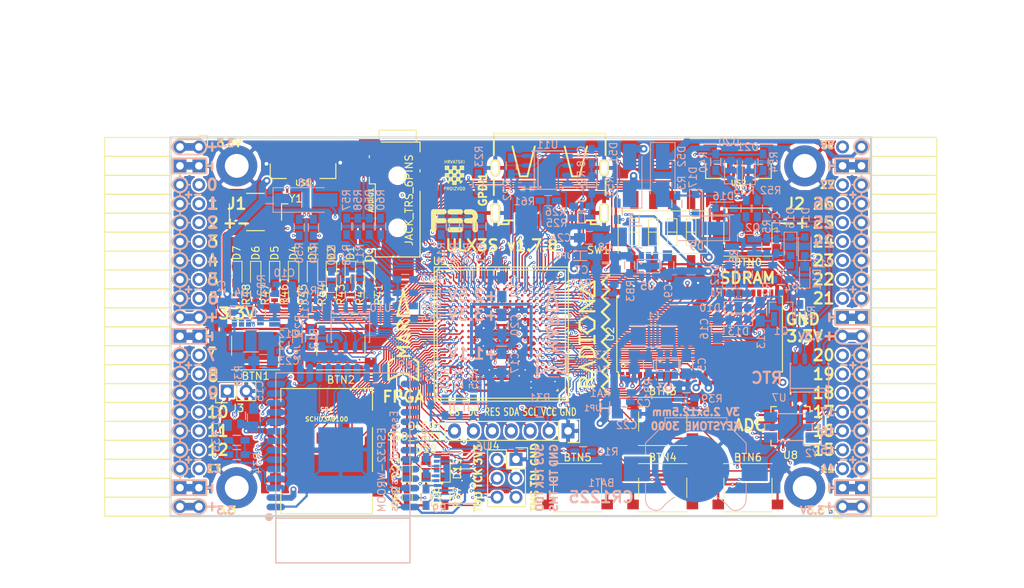
<source format=kicad_pcb>
(kicad_pcb (version 4) (host pcbnew 4.0.7+dfsg1-1)

  (general
    (links 721)
    (no_connects 0)
    (area 93.949999 61.269999 188.230001 112.370001)
    (thickness 1.6)
    (drawings 473)
    (tracks 4474)
    (zones 0)
    (modules 167)
    (nets 250)
  )

  (page A4)
  (layers
    (0 F.Cu signal)
    (1 In1.Cu signal)
    (2 In2.Cu signal)
    (31 B.Cu signal)
    (32 B.Adhes user)
    (33 F.Adhes user)
    (34 B.Paste user)
    (35 F.Paste user)
    (36 B.SilkS user)
    (37 F.SilkS user)
    (38 B.Mask user)
    (39 F.Mask user)
    (40 Dwgs.User user)
    (41 Cmts.User user)
    (42 Eco1.User user)
    (43 Eco2.User user)
    (44 Edge.Cuts user)
    (45 Margin user)
    (46 B.CrtYd user)
    (47 F.CrtYd user)
    (48 B.Fab user)
    (49 F.Fab user)
  )

  (setup
    (last_trace_width 0.3)
    (trace_clearance 0.127)
    (zone_clearance 0.127)
    (zone_45_only no)
    (trace_min 0.127)
    (segment_width 0.2)
    (edge_width 0.2)
    (via_size 0.4)
    (via_drill 0.2)
    (via_min_size 0.4)
    (via_min_drill 0.2)
    (uvia_size 0.3)
    (uvia_drill 0.1)
    (uvias_allowed no)
    (uvia_min_size 0.2)
    (uvia_min_drill 0.1)
    (pcb_text_width 0.3)
    (pcb_text_size 1.5 1.5)
    (mod_edge_width 0.15)
    (mod_text_size 1 1)
    (mod_text_width 0.15)
    (pad_size 1.7272 1.7272)
    (pad_drill 1.016)
    (pad_to_mask_clearance 0.05)
    (aux_axis_origin 94.1 112.22)
    (grid_origin 94.1 112.22)
    (visible_elements 7FFFFFFF)
    (pcbplotparams
      (layerselection 0x310f0_80000007)
      (usegerberextensions true)
      (excludeedgelayer true)
      (linewidth 0.100000)
      (plotframeref false)
      (viasonmask false)
      (mode 1)
      (useauxorigin false)
      (hpglpennumber 1)
      (hpglpenspeed 20)
      (hpglpendiameter 15)
      (hpglpenoverlay 2)
      (psnegative false)
      (psa4output false)
      (plotreference true)
      (plotvalue true)
      (plotinvisibletext false)
      (padsonsilk false)
      (subtractmaskfromsilk false)
      (outputformat 1)
      (mirror false)
      (drillshape 0)
      (scaleselection 1)
      (outputdirectory plot))
  )

  (net 0 "")
  (net 1 GND)
  (net 2 +5V)
  (net 3 /gpio/IN5V)
  (net 4 /gpio/OUT5V)
  (net 5 +3V3)
  (net 6 BTN_D)
  (net 7 BTN_F1)
  (net 8 BTN_F2)
  (net 9 BTN_L)
  (net 10 BTN_R)
  (net 11 BTN_U)
  (net 12 /power/FB1)
  (net 13 +2V5)
  (net 14 /power/PWREN)
  (net 15 /power/FB3)
  (net 16 /power/FB2)
  (net 17 "Net-(D9-Pad1)")
  (net 18 /power/VBAT)
  (net 19 JTAG_TDI)
  (net 20 JTAG_TCK)
  (net 21 JTAG_TMS)
  (net 22 JTAG_TDO)
  (net 23 /power/WAKEUPn)
  (net 24 /power/WKUP)
  (net 25 /power/SHUT)
  (net 26 /power/WAKE)
  (net 27 /power/HOLD)
  (net 28 /power/WKn)
  (net 29 /power/OSCI_32k)
  (net 30 /power/OSCO_32k)
  (net 31 "Net-(Q2-Pad3)")
  (net 32 SHUTDOWN)
  (net 33 /analog/AUDIO_L)
  (net 34 /analog/AUDIO_R)
  (net 35 GPDI_5V_SCL)
  (net 36 GPDI_5V_SDA)
  (net 37 GPDI_SDA)
  (net 38 GPDI_SCL)
  (net 39 /gpdi/VREF2)
  (net 40 SD_CMD)
  (net 41 SD_CLK)
  (net 42 SD_D0)
  (net 43 SD_D1)
  (net 44 USB5V)
  (net 45 GPDI_CEC)
  (net 46 nRESET)
  (net 47 FTDI_nDTR)
  (net 48 SDRAM_CKE)
  (net 49 SDRAM_A7)
  (net 50 SDRAM_D15)
  (net 51 SDRAM_BA1)
  (net 52 SDRAM_D7)
  (net 53 SDRAM_A6)
  (net 54 SDRAM_CLK)
  (net 55 SDRAM_D13)
  (net 56 SDRAM_BA0)
  (net 57 SDRAM_D6)
  (net 58 SDRAM_A5)
  (net 59 SDRAM_D14)
  (net 60 SDRAM_A11)
  (net 61 SDRAM_D12)
  (net 62 SDRAM_D5)
  (net 63 SDRAM_A4)
  (net 64 SDRAM_A10)
  (net 65 SDRAM_D11)
  (net 66 SDRAM_A3)
  (net 67 SDRAM_D4)
  (net 68 SDRAM_D10)
  (net 69 SDRAM_D9)
  (net 70 SDRAM_A9)
  (net 71 SDRAM_D3)
  (net 72 SDRAM_D8)
  (net 73 SDRAM_A8)
  (net 74 SDRAM_A2)
  (net 75 SDRAM_A1)
  (net 76 SDRAM_A0)
  (net 77 SDRAM_D2)
  (net 78 SDRAM_D1)
  (net 79 SDRAM_D0)
  (net 80 SDRAM_DQM0)
  (net 81 SDRAM_nCS)
  (net 82 SDRAM_nRAS)
  (net 83 SDRAM_DQM1)
  (net 84 SDRAM_nCAS)
  (net 85 SDRAM_nWE)
  (net 86 /flash/FLASH_nWP)
  (net 87 /flash/FLASH_nHOLD)
  (net 88 /flash/FLASH_MOSI)
  (net 89 /flash/FLASH_MISO)
  (net 90 /flash/FLASH_SCK)
  (net 91 /flash/FLASH_nCS)
  (net 92 /flash/FPGA_PROGRAMN)
  (net 93 /flash/FPGA_DONE)
  (net 94 /flash/FPGA_INITN)
  (net 95 OLED_RES)
  (net 96 OLED_DC)
  (net 97 OLED_CS)
  (net 98 WIFI_EN)
  (net 99 FTDI_nRTS)
  (net 100 FTDI_TXD)
  (net 101 FTDI_RXD)
  (net 102 WIFI_RXD)
  (net 103 WIFI_GPIO0)
  (net 104 WIFI_TXD)
  (net 105 GPDI_ETH-)
  (net 106 GPDI_ETH+)
  (net 107 GPDI_D2+)
  (net 108 GPDI_D2-)
  (net 109 GPDI_D1+)
  (net 110 GPDI_D1-)
  (net 111 GPDI_D0+)
  (net 112 GPDI_D0-)
  (net 113 GPDI_CLK+)
  (net 114 GPDI_CLK-)
  (net 115 USB_FTDI_D+)
  (net 116 USB_FTDI_D-)
  (net 117 SD_D3)
  (net 118 AUDIO_L3)
  (net 119 AUDIO_L2)
  (net 120 AUDIO_L1)
  (net 121 AUDIO_L0)
  (net 122 AUDIO_R3)
  (net 123 AUDIO_R2)
  (net 124 AUDIO_R1)
  (net 125 AUDIO_R0)
  (net 126 OLED_CLK)
  (net 127 OLED_MOSI)
  (net 128 LED0)
  (net 129 LED1)
  (net 130 LED2)
  (net 131 LED3)
  (net 132 LED4)
  (net 133 LED5)
  (net 134 LED6)
  (net 135 LED7)
  (net 136 BTN_PWRn)
  (net 137 FTDI_nTXLED)
  (net 138 FTDI_nSLEEP)
  (net 139 /blinkey/LED_PWREN)
  (net 140 /blinkey/LED_TXLED)
  (net 141 /sdcard/SD3V3)
  (net 142 SD_D2)
  (net 143 CLK_25MHz)
  (net 144 /blinkey/BTNPUL)
  (net 145 /blinkey/BTNPUR)
  (net 146 USB_FPGA_D+)
  (net 147 /power/FTDI_nSUSPEND)
  (net 148 /blinkey/ALED0)
  (net 149 /blinkey/ALED1)
  (net 150 /blinkey/ALED2)
  (net 151 /blinkey/ALED3)
  (net 152 /blinkey/ALED4)
  (net 153 /blinkey/ALED5)
  (net 154 /blinkey/ALED6)
  (net 155 /blinkey/ALED7)
  (net 156 /usb/FTD-)
  (net 157 /usb/FTD+)
  (net 158 ADC_MISO)
  (net 159 ADC_MOSI)
  (net 160 ADC_CSn)
  (net 161 ADC_SCLK)
  (net 162 SW3)
  (net 163 SW2)
  (net 164 SW1)
  (net 165 USB_FPGA_D-)
  (net 166 /usb/FPD+)
  (net 167 /usb/FPD-)
  (net 168 WIFI_GPIO16)
  (net 169 WIFI_GPIO15)
  (net 170 /usb/ANT_433MHz)
  (net 171 /power/PWRBTn)
  (net 172 PROG_DONE)
  (net 173 /power/P3V3)
  (net 174 /power/P2V5)
  (net 175 /power/L1)
  (net 176 /power/L3)
  (net 177 /power/L2)
  (net 178 FTDI_TXDEN)
  (net 179 SDRAM_A12)
  (net 180 /analog/AUDIO_V)
  (net 181 AUDIO_V3)
  (net 182 AUDIO_V2)
  (net 183 AUDIO_V1)
  (net 184 AUDIO_V0)
  (net 185 /gpdi/FPGA_CEC)
  (net 186 /blinkey/LED_WIFI)
  (net 187 WIFI_GPIO2)
  (net 188 /power/P1V1)
  (net 189 +1V1)
  (net 190 SW4)
  (net 191 /blinkey/SWPU)
  (net 192 /wifi/WIFIEN)
  (net 193 FT2V5)
  (net 194 GN0)
  (net 195 GP0)
  (net 196 GN1)
  (net 197 GP1)
  (net 198 GN2)
  (net 199 GP2)
  (net 200 GN3)
  (net 201 GP3)
  (net 202 GN4)
  (net 203 GP4)
  (net 204 GN5)
  (net 205 GP5)
  (net 206 GN6)
  (net 207 GP6)
  (net 208 GN14)
  (net 209 GP14)
  (net 210 GN15)
  (net 211 GP15)
  (net 212 GN16)
  (net 213 GP16)
  (net 214 GN17)
  (net 215 GP17)
  (net 216 GN18)
  (net 217 GP18)
  (net 218 GN19)
  (net 219 GP19)
  (net 220 GN20)
  (net 221 GP20)
  (net 222 GN21)
  (net 223 GP21)
  (net 224 GN22)
  (net 225 GP22)
  (net 226 GN23)
  (net 227 GP23)
  (net 228 GN24)
  (net 229 GP24)
  (net 230 GN25)
  (net 231 GP25)
  (net 232 GN26)
  (net 233 GP26)
  (net 234 GN27)
  (net 235 GP27)
  (net 236 GN7)
  (net 237 GP7)
  (net 238 GN8)
  (net 239 GP8)
  (net 240 GN9)
  (net 241 GP9)
  (net 242 GN10)
  (net 243 GP10)
  (net 244 GN11)
  (net 245 GP11)
  (net 246 GN12)
  (net 247 GP12)
  (net 248 GN13)
  (net 249 GP13)

  (net_class Default "This is the default net class."
    (clearance 0.127)
    (trace_width 0.3)
    (via_dia 0.4)
    (via_drill 0.2)
    (uvia_dia 0.3)
    (uvia_drill 0.1)
    (add_net +1V1)
    (add_net +2V5)
    (add_net +3V3)
    (add_net +5V)
    (add_net /analog/AUDIO_L)
    (add_net /analog/AUDIO_R)
    (add_net /analog/AUDIO_V)
    (add_net /blinkey/ALED0)
    (add_net /blinkey/ALED1)
    (add_net /blinkey/ALED2)
    (add_net /blinkey/ALED3)
    (add_net /blinkey/ALED4)
    (add_net /blinkey/ALED5)
    (add_net /blinkey/ALED6)
    (add_net /blinkey/ALED7)
    (add_net /blinkey/BTNPUL)
    (add_net /blinkey/BTNPUR)
    (add_net /blinkey/LED_PWREN)
    (add_net /blinkey/LED_TXLED)
    (add_net /blinkey/LED_WIFI)
    (add_net /blinkey/SWPU)
    (add_net /gpdi/VREF2)
    (add_net /gpio/IN5V)
    (add_net /gpio/OUT5V)
    (add_net /power/FB1)
    (add_net /power/FB2)
    (add_net /power/FB3)
    (add_net /power/FTDI_nSUSPEND)
    (add_net /power/HOLD)
    (add_net /power/L1)
    (add_net /power/L2)
    (add_net /power/L3)
    (add_net /power/OSCI_32k)
    (add_net /power/OSCO_32k)
    (add_net /power/P1V1)
    (add_net /power/P2V5)
    (add_net /power/P3V3)
    (add_net /power/PWRBTn)
    (add_net /power/PWREN)
    (add_net /power/SHUT)
    (add_net /power/VBAT)
    (add_net /power/WAKE)
    (add_net /power/WAKEUPn)
    (add_net /power/WKUP)
    (add_net /power/WKn)
    (add_net /sdcard/SD3V3)
    (add_net /usb/ANT_433MHz)
    (add_net /usb/FPD+)
    (add_net /usb/FPD-)
    (add_net /usb/FTD+)
    (add_net /usb/FTD-)
    (add_net /wifi/WIFIEN)
    (add_net FT2V5)
    (add_net GND)
    (add_net "Net-(D9-Pad1)")
    (add_net "Net-(Q2-Pad3)")
    (add_net SW4)
    (add_net USB5V)
    (add_net WIFI_GPIO2)
  )

  (net_class BGA ""
    (clearance 0.127)
    (trace_width 0.19)
    (via_dia 0.4)
    (via_drill 0.2)
    (uvia_dia 0.3)
    (uvia_drill 0.1)
    (add_net /flash/FLASH_MISO)
    (add_net /flash/FLASH_MOSI)
    (add_net /flash/FLASH_SCK)
    (add_net /flash/FLASH_nCS)
    (add_net /flash/FLASH_nHOLD)
    (add_net /flash/FLASH_nWP)
    (add_net /flash/FPGA_DONE)
    (add_net /flash/FPGA_INITN)
    (add_net /flash/FPGA_PROGRAMN)
    (add_net /gpdi/FPGA_CEC)
    (add_net ADC_CSn)
    (add_net ADC_MISO)
    (add_net ADC_MOSI)
    (add_net ADC_SCLK)
    (add_net AUDIO_L0)
    (add_net AUDIO_L1)
    (add_net AUDIO_L2)
    (add_net AUDIO_L3)
    (add_net AUDIO_R0)
    (add_net AUDIO_R1)
    (add_net AUDIO_R2)
    (add_net AUDIO_R3)
    (add_net AUDIO_V0)
    (add_net AUDIO_V1)
    (add_net AUDIO_V2)
    (add_net AUDIO_V3)
    (add_net BTN_D)
    (add_net BTN_F1)
    (add_net BTN_F2)
    (add_net BTN_L)
    (add_net BTN_PWRn)
    (add_net BTN_R)
    (add_net BTN_U)
    (add_net CLK_25MHz)
    (add_net FTDI_RXD)
    (add_net FTDI_TXD)
    (add_net FTDI_TXDEN)
    (add_net FTDI_nDTR)
    (add_net FTDI_nRTS)
    (add_net FTDI_nSLEEP)
    (add_net FTDI_nTXLED)
    (add_net GN0)
    (add_net GN1)
    (add_net GN10)
    (add_net GN11)
    (add_net GN12)
    (add_net GN13)
    (add_net GN14)
    (add_net GN15)
    (add_net GN16)
    (add_net GN17)
    (add_net GN18)
    (add_net GN19)
    (add_net GN2)
    (add_net GN20)
    (add_net GN21)
    (add_net GN22)
    (add_net GN23)
    (add_net GN24)
    (add_net GN25)
    (add_net GN26)
    (add_net GN27)
    (add_net GN3)
    (add_net GN4)
    (add_net GN5)
    (add_net GN6)
    (add_net GN7)
    (add_net GN8)
    (add_net GN9)
    (add_net GP0)
    (add_net GP1)
    (add_net GP10)
    (add_net GP11)
    (add_net GP12)
    (add_net GP13)
    (add_net GP14)
    (add_net GP15)
    (add_net GP16)
    (add_net GP17)
    (add_net GP18)
    (add_net GP19)
    (add_net GP2)
    (add_net GP20)
    (add_net GP21)
    (add_net GP22)
    (add_net GP23)
    (add_net GP24)
    (add_net GP25)
    (add_net GP26)
    (add_net GP27)
    (add_net GP3)
    (add_net GP4)
    (add_net GP5)
    (add_net GP6)
    (add_net GP7)
    (add_net GP8)
    (add_net GP9)
    (add_net GPDI_5V_SCL)
    (add_net GPDI_5V_SDA)
    (add_net GPDI_CEC)
    (add_net GPDI_CLK+)
    (add_net GPDI_CLK-)
    (add_net GPDI_D0+)
    (add_net GPDI_D0-)
    (add_net GPDI_D1+)
    (add_net GPDI_D1-)
    (add_net GPDI_D2+)
    (add_net GPDI_D2-)
    (add_net GPDI_ETH+)
    (add_net GPDI_ETH-)
    (add_net GPDI_SCL)
    (add_net GPDI_SDA)
    (add_net JTAG_TCK)
    (add_net JTAG_TDI)
    (add_net JTAG_TDO)
    (add_net JTAG_TMS)
    (add_net LED0)
    (add_net LED1)
    (add_net LED2)
    (add_net LED3)
    (add_net LED4)
    (add_net LED5)
    (add_net LED6)
    (add_net LED7)
    (add_net OLED_CLK)
    (add_net OLED_CS)
    (add_net OLED_DC)
    (add_net OLED_MOSI)
    (add_net OLED_RES)
    (add_net PROG_DONE)
    (add_net SDRAM_A0)
    (add_net SDRAM_A1)
    (add_net SDRAM_A10)
    (add_net SDRAM_A11)
    (add_net SDRAM_A12)
    (add_net SDRAM_A2)
    (add_net SDRAM_A3)
    (add_net SDRAM_A4)
    (add_net SDRAM_A5)
    (add_net SDRAM_A6)
    (add_net SDRAM_A7)
    (add_net SDRAM_A8)
    (add_net SDRAM_A9)
    (add_net SDRAM_BA0)
    (add_net SDRAM_BA1)
    (add_net SDRAM_CKE)
    (add_net SDRAM_CLK)
    (add_net SDRAM_D0)
    (add_net SDRAM_D1)
    (add_net SDRAM_D10)
    (add_net SDRAM_D11)
    (add_net SDRAM_D12)
    (add_net SDRAM_D13)
    (add_net SDRAM_D14)
    (add_net SDRAM_D15)
    (add_net SDRAM_D2)
    (add_net SDRAM_D3)
    (add_net SDRAM_D4)
    (add_net SDRAM_D5)
    (add_net SDRAM_D6)
    (add_net SDRAM_D7)
    (add_net SDRAM_D8)
    (add_net SDRAM_D9)
    (add_net SDRAM_DQM0)
    (add_net SDRAM_DQM1)
    (add_net SDRAM_nCAS)
    (add_net SDRAM_nCS)
    (add_net SDRAM_nRAS)
    (add_net SDRAM_nWE)
    (add_net SD_CLK)
    (add_net SD_CMD)
    (add_net SD_D0)
    (add_net SD_D1)
    (add_net SD_D2)
    (add_net SD_D3)
    (add_net SHUTDOWN)
    (add_net SW1)
    (add_net SW2)
    (add_net SW3)
    (add_net USB_FPGA_D+)
    (add_net USB_FPGA_D-)
    (add_net USB_FTDI_D+)
    (add_net USB_FTDI_D-)
    (add_net WIFI_EN)
    (add_net WIFI_GPIO0)
    (add_net WIFI_GPIO15)
    (add_net WIFI_GPIO16)
    (add_net WIFI_RXD)
    (add_net WIFI_TXD)
    (add_net nRESET)
  )

  (net_class Minimal ""
    (clearance 0.127)
    (trace_width 0.127)
    (via_dia 0.4)
    (via_drill 0.2)
    (uvia_dia 0.3)
    (uvia_drill 0.1)
  )

  (module Socket_Strips:Socket_Strip_Angled_2x20 (layer F.Cu) (tedit 5A2B354F) (tstamp 58E6BE3D)
    (at 97.91 62.69 270)
    (descr "Through hole socket strip")
    (tags "socket strip")
    (path /56AC389C/58E6B835)
    (fp_text reference J1 (at 7.62 -5.08 360) (layer F.SilkS)
      (effects (font (size 1.5 1.5) (thickness 0.3)))
    )
    (fp_text value CONN_02X20 (at 0 -2.6 270) (layer F.Fab) hide
      (effects (font (size 1 1) (thickness 0.15)))
    )
    (fp_line (start -1.75 -1.35) (end -1.75 13.15) (layer F.CrtYd) (width 0.05))
    (fp_line (start 50.05 -1.35) (end 50.05 13.15) (layer F.CrtYd) (width 0.05))
    (fp_line (start -1.75 -1.35) (end 50.05 -1.35) (layer F.CrtYd) (width 0.05))
    (fp_line (start -1.75 13.15) (end 50.05 13.15) (layer F.CrtYd) (width 0.05))
    (fp_line (start 49.53 12.64) (end 49.53 3.81) (layer F.SilkS) (width 0.15))
    (fp_line (start 46.99 12.64) (end 49.53 12.64) (layer F.SilkS) (width 0.15))
    (fp_line (start 46.99 3.81) (end 49.53 3.81) (layer F.SilkS) (width 0.15))
    (fp_line (start 49.53 3.81) (end 49.53 12.64) (layer F.SilkS) (width 0.15))
    (fp_line (start 46.99 3.81) (end 46.99 12.64) (layer F.SilkS) (width 0.15))
    (fp_line (start 44.45 3.81) (end 46.99 3.81) (layer F.SilkS) (width 0.15))
    (fp_line (start 44.45 12.64) (end 46.99 12.64) (layer F.SilkS) (width 0.15))
    (fp_line (start 46.99 12.64) (end 46.99 3.81) (layer F.SilkS) (width 0.15))
    (fp_line (start 29.21 12.64) (end 29.21 3.81) (layer F.SilkS) (width 0.15))
    (fp_line (start 26.67 12.64) (end 29.21 12.64) (layer F.SilkS) (width 0.15))
    (fp_line (start 26.67 3.81) (end 29.21 3.81) (layer F.SilkS) (width 0.15))
    (fp_line (start 29.21 3.81) (end 29.21 12.64) (layer F.SilkS) (width 0.15))
    (fp_line (start 31.75 3.81) (end 31.75 12.64) (layer F.SilkS) (width 0.15))
    (fp_line (start 29.21 3.81) (end 31.75 3.81) (layer F.SilkS) (width 0.15))
    (fp_line (start 29.21 12.64) (end 31.75 12.64) (layer F.SilkS) (width 0.15))
    (fp_line (start 31.75 12.64) (end 31.75 3.81) (layer F.SilkS) (width 0.15))
    (fp_line (start 44.45 12.64) (end 44.45 3.81) (layer F.SilkS) (width 0.15))
    (fp_line (start 41.91 12.64) (end 44.45 12.64) (layer F.SilkS) (width 0.15))
    (fp_line (start 41.91 3.81) (end 44.45 3.81) (layer F.SilkS) (width 0.15))
    (fp_line (start 44.45 3.81) (end 44.45 12.64) (layer F.SilkS) (width 0.15))
    (fp_line (start 41.91 3.81) (end 41.91 12.64) (layer F.SilkS) (width 0.15))
    (fp_line (start 39.37 3.81) (end 41.91 3.81) (layer F.SilkS) (width 0.15))
    (fp_line (start 39.37 12.64) (end 41.91 12.64) (layer F.SilkS) (width 0.15))
    (fp_line (start 41.91 12.64) (end 41.91 3.81) (layer F.SilkS) (width 0.15))
    (fp_line (start 39.37 12.64) (end 39.37 3.81) (layer F.SilkS) (width 0.15))
    (fp_line (start 36.83 12.64) (end 39.37 12.64) (layer F.SilkS) (width 0.15))
    (fp_line (start 36.83 3.81) (end 39.37 3.81) (layer F.SilkS) (width 0.15))
    (fp_line (start 39.37 3.81) (end 39.37 12.64) (layer F.SilkS) (width 0.15))
    (fp_line (start 36.83 3.81) (end 36.83 12.64) (layer F.SilkS) (width 0.15))
    (fp_line (start 34.29 3.81) (end 36.83 3.81) (layer F.SilkS) (width 0.15))
    (fp_line (start 34.29 12.64) (end 36.83 12.64) (layer F.SilkS) (width 0.15))
    (fp_line (start 36.83 12.64) (end 36.83 3.81) (layer F.SilkS) (width 0.15))
    (fp_line (start 34.29 12.64) (end 34.29 3.81) (layer F.SilkS) (width 0.15))
    (fp_line (start 31.75 12.64) (end 34.29 12.64) (layer F.SilkS) (width 0.15))
    (fp_line (start 31.75 3.81) (end 34.29 3.81) (layer F.SilkS) (width 0.15))
    (fp_line (start 34.29 3.81) (end 34.29 12.64) (layer F.SilkS) (width 0.15))
    (fp_line (start 16.51 3.81) (end 16.51 12.64) (layer F.SilkS) (width 0.15))
    (fp_line (start 13.97 3.81) (end 16.51 3.81) (layer F.SilkS) (width 0.15))
    (fp_line (start 13.97 12.64) (end 16.51 12.64) (layer F.SilkS) (width 0.15))
    (fp_line (start 16.51 12.64) (end 16.51 3.81) (layer F.SilkS) (width 0.15))
    (fp_line (start 19.05 12.64) (end 19.05 3.81) (layer F.SilkS) (width 0.15))
    (fp_line (start 16.51 12.64) (end 19.05 12.64) (layer F.SilkS) (width 0.15))
    (fp_line (start 16.51 3.81) (end 19.05 3.81) (layer F.SilkS) (width 0.15))
    (fp_line (start 19.05 3.81) (end 19.05 12.64) (layer F.SilkS) (width 0.15))
    (fp_line (start 21.59 3.81) (end 21.59 12.64) (layer F.SilkS) (width 0.15))
    (fp_line (start 19.05 3.81) (end 21.59 3.81) (layer F.SilkS) (width 0.15))
    (fp_line (start 19.05 12.64) (end 21.59 12.64) (layer F.SilkS) (width 0.15))
    (fp_line (start 21.59 12.64) (end 21.59 3.81) (layer F.SilkS) (width 0.15))
    (fp_line (start 24.13 12.64) (end 24.13 3.81) (layer F.SilkS) (width 0.15))
    (fp_line (start 21.59 12.64) (end 24.13 12.64) (layer F.SilkS) (width 0.15))
    (fp_line (start 21.59 3.81) (end 24.13 3.81) (layer F.SilkS) (width 0.15))
    (fp_line (start 24.13 3.81) (end 24.13 12.64) (layer F.SilkS) (width 0.15))
    (fp_line (start 26.67 3.81) (end 26.67 12.64) (layer F.SilkS) (width 0.15))
    (fp_line (start 24.13 3.81) (end 26.67 3.81) (layer F.SilkS) (width 0.15))
    (fp_line (start 24.13 12.64) (end 26.67 12.64) (layer F.SilkS) (width 0.15))
    (fp_line (start 26.67 12.64) (end 26.67 3.81) (layer F.SilkS) (width 0.15))
    (fp_line (start 13.97 12.64) (end 13.97 3.81) (layer F.SilkS) (width 0.15))
    (fp_line (start 11.43 12.64) (end 13.97 12.64) (layer F.SilkS) (width 0.15))
    (fp_line (start 11.43 3.81) (end 13.97 3.81) (layer F.SilkS) (width 0.15))
    (fp_line (start 13.97 3.81) (end 13.97 12.64) (layer F.SilkS) (width 0.15))
    (fp_line (start 11.43 3.81) (end 11.43 12.64) (layer F.SilkS) (width 0.15))
    (fp_line (start 8.89 3.81) (end 11.43 3.81) (layer F.SilkS) (width 0.15))
    (fp_line (start 8.89 12.64) (end 11.43 12.64) (layer F.SilkS) (width 0.15))
    (fp_line (start 11.43 12.64) (end 11.43 3.81) (layer F.SilkS) (width 0.15))
    (fp_line (start 8.89 12.64) (end 8.89 3.81) (layer F.SilkS) (width 0.15))
    (fp_line (start 6.35 12.64) (end 8.89 12.64) (layer F.SilkS) (width 0.15))
    (fp_line (start 6.35 3.81) (end 8.89 3.81) (layer F.SilkS) (width 0.15))
    (fp_line (start 8.89 3.81) (end 8.89 12.64) (layer F.SilkS) (width 0.15))
    (fp_line (start 6.35 3.81) (end 6.35 12.64) (layer F.SilkS) (width 0.15))
    (fp_line (start 3.81 3.81) (end 6.35 3.81) (layer F.SilkS) (width 0.15))
    (fp_line (start 3.81 12.64) (end 6.35 12.64) (layer F.SilkS) (width 0.15))
    (fp_line (start 6.35 12.64) (end 6.35 3.81) (layer F.SilkS) (width 0.15))
    (fp_line (start 3.81 12.64) (end 3.81 3.81) (layer F.SilkS) (width 0.15))
    (fp_line (start 1.27 12.64) (end 3.81 12.64) (layer F.SilkS) (width 0.15))
    (fp_line (start 1.27 3.81) (end 3.81 3.81) (layer F.SilkS) (width 0.15))
    (fp_line (start 3.81 3.81) (end 3.81 12.64) (layer F.SilkS) (width 0.15))
    (fp_line (start 1.27 3.81) (end 1.27 12.64) (layer F.SilkS) (width 0.15))
    (fp_line (start -1.27 3.81) (end 1.27 3.81) (layer F.SilkS) (width 0.15))
    (fp_line (start 0 -1.15) (end -1.55 -1.15) (layer F.SilkS) (width 0.15))
    (fp_line (start -1.55 -1.15) (end -1.55 0) (layer F.SilkS) (width 0.15))
    (fp_line (start -1.27 3.81) (end -1.27 12.64) (layer F.SilkS) (width 0.15))
    (fp_line (start -1.27 12.64) (end 1.27 12.64) (layer F.SilkS) (width 0.15))
    (fp_line (start 1.27 12.64) (end 1.27 3.81) (layer F.SilkS) (width 0.15))
    (pad 1 thru_hole oval (at 0 0 270) (size 1.7272 1.7272) (drill 1.016) (layers *.Cu *.Mask)
      (net 5 +3V3))
    (pad 2 thru_hole oval (at 0 2.54 270) (size 1.7272 1.7272) (drill 1.016) (layers *.Cu *.Mask)
      (net 5 +3V3))
    (pad 3 thru_hole rect (at 2.54 0 270) (size 1.7272 1.7272) (drill 1.016) (layers *.Cu *.Mask)
      (net 1 GND))
    (pad 4 thru_hole rect (at 2.54 2.54 270) (size 1.7272 1.7272) (drill 1.016) (layers *.Cu *.Mask)
      (net 1 GND))
    (pad 5 thru_hole oval (at 5.08 0 270) (size 1.7272 1.7272) (drill 1.016) (layers *.Cu *.Mask)
      (net 194 GN0))
    (pad 6 thru_hole oval (at 5.08 2.54 270) (size 1.7272 1.7272) (drill 1.016) (layers *.Cu *.Mask)
      (net 195 GP0))
    (pad 7 thru_hole oval (at 7.62 0 270) (size 1.7272 1.7272) (drill 1.016) (layers *.Cu *.Mask)
      (net 196 GN1))
    (pad 8 thru_hole oval (at 7.62 2.54 270) (size 1.7272 1.7272) (drill 1.016) (layers *.Cu *.Mask)
      (net 197 GP1))
    (pad 9 thru_hole oval (at 10.16 0 270) (size 1.7272 1.7272) (drill 1.016) (layers *.Cu *.Mask)
      (net 198 GN2))
    (pad 10 thru_hole oval (at 10.16 2.54 270) (size 1.7272 1.7272) (drill 1.016) (layers *.Cu *.Mask)
      (net 199 GP2))
    (pad 11 thru_hole oval (at 12.7 0 270) (size 1.7272 1.7272) (drill 1.016) (layers *.Cu *.Mask)
      (net 200 GN3))
    (pad 12 thru_hole oval (at 12.7 2.54 270) (size 1.7272 1.7272) (drill 1.016) (layers *.Cu *.Mask)
      (net 201 GP3))
    (pad 13 thru_hole oval (at 15.24 0 270) (size 1.7272 1.7272) (drill 1.016) (layers *.Cu *.Mask)
      (net 202 GN4))
    (pad 14 thru_hole oval (at 15.24 2.54 270) (size 1.7272 1.7272) (drill 1.016) (layers *.Cu *.Mask)
      (net 203 GP4))
    (pad 15 thru_hole oval (at 17.78 0 270) (size 1.7272 1.7272) (drill 1.016) (layers *.Cu *.Mask)
      (net 204 GN5))
    (pad 16 thru_hole oval (at 17.78 2.54 270) (size 1.7272 1.7272) (drill 1.016) (layers *.Cu *.Mask)
      (net 205 GP5))
    (pad 17 thru_hole oval (at 20.32 0 270) (size 1.7272 1.7272) (drill 1.016) (layers *.Cu *.Mask)
      (net 206 GN6))
    (pad 18 thru_hole oval (at 20.32 2.54 270) (size 1.7272 1.7272) (drill 1.016) (layers *.Cu *.Mask)
      (net 207 GP6))
    (pad 19 thru_hole oval (at 22.86 0 270) (size 1.7272 1.7272) (drill 1.016) (layers *.Cu *.Mask)
      (net 5 +3V3))
    (pad 20 thru_hole oval (at 22.86 2.54 270) (size 1.7272 1.7272) (drill 1.016) (layers *.Cu *.Mask)
      (net 5 +3V3))
    (pad 21 thru_hole rect (at 25.4 0 270) (size 1.7272 1.7272) (drill 1.016) (layers *.Cu *.Mask)
      (net 1 GND))
    (pad 22 thru_hole rect (at 25.4 2.54 270) (size 1.7272 1.7272) (drill 1.016) (layers *.Cu *.Mask)
      (net 1 GND))
    (pad 23 thru_hole oval (at 27.94 0 270) (size 1.7272 1.7272) (drill 1.016) (layers *.Cu *.Mask)
      (net 236 GN7))
    (pad 24 thru_hole oval (at 27.94 2.54 270) (size 1.7272 1.7272) (drill 1.016) (layers *.Cu *.Mask)
      (net 237 GP7))
    (pad 25 thru_hole oval (at 30.48 0 270) (size 1.7272 1.7272) (drill 1.016) (layers *.Cu *.Mask)
      (net 238 GN8))
    (pad 26 thru_hole oval (at 30.48 2.54 270) (size 1.7272 1.7272) (drill 1.016) (layers *.Cu *.Mask)
      (net 239 GP8))
    (pad 27 thru_hole oval (at 33.02 0 270) (size 1.7272 1.7272) (drill 1.016) (layers *.Cu *.Mask)
      (net 240 GN9))
    (pad 28 thru_hole oval (at 33.02 2.54 270) (size 1.7272 1.7272) (drill 1.016) (layers *.Cu *.Mask)
      (net 241 GP9))
    (pad 29 thru_hole oval (at 35.56 0 270) (size 1.7272 1.7272) (drill 1.016) (layers *.Cu *.Mask)
      (net 242 GN10))
    (pad 30 thru_hole oval (at 35.56 2.54 270) (size 1.7272 1.7272) (drill 1.016) (layers *.Cu *.Mask)
      (net 243 GP10))
    (pad 31 thru_hole oval (at 38.1 0 270) (size 1.7272 1.7272) (drill 1.016) (layers *.Cu *.Mask)
      (net 244 GN11))
    (pad 32 thru_hole oval (at 38.1 2.54 270) (size 1.7272 1.7272) (drill 1.016) (layers *.Cu *.Mask)
      (net 245 GP11))
    (pad 33 thru_hole oval (at 40.64 0 270) (size 1.7272 1.7272) (drill 1.016) (layers *.Cu *.Mask)
      (net 246 GN12))
    (pad 34 thru_hole oval (at 40.64 2.54 270) (size 1.7272 1.7272) (drill 1.016) (layers *.Cu *.Mask)
      (net 247 GP12))
    (pad 35 thru_hole oval (at 43.18 0 270) (size 1.7272 1.7272) (drill 1.016) (layers *.Cu *.Mask)
      (net 248 GN13))
    (pad 36 thru_hole oval (at 43.18 2.54 270) (size 1.7272 1.7272) (drill 1.016) (layers *.Cu *.Mask)
      (net 249 GP13))
    (pad 37 thru_hole rect (at 45.72 0 270) (size 1.7272 1.7272) (drill 1.016) (layers *.Cu *.Mask)
      (net 1 GND))
    (pad 38 thru_hole rect (at 45.72 2.54 270) (size 1.7272 1.7272) (drill 1.016) (layers *.Cu *.Mask)
      (net 1 GND))
    (pad 39 thru_hole oval (at 48.26 0 270) (size 1.7272 1.7272) (drill 1.016) (layers *.Cu *.Mask)
      (net 5 +3V3))
    (pad 40 thru_hole oval (at 48.26 2.54 270) (size 1.7272 1.7272) (drill 1.016) (layers *.Cu *.Mask)
      (net 5 +3V3))
    (model Socket_Strips.3dshapes/Socket_Strip_Angled_2x20.wrl
      (at (xyz 0.95 -0.05 0))
      (scale (xyz 1 1 1))
      (rotate (xyz 0 0 180))
    )
  )

  (module SMD_Packages:1Pin (layer F.Cu) (tedit 59F891E7) (tstamp 59C3DCCD)
    (at 182.67515 111.637626)
    (descr "module 1 pin (ou trou mecanique de percage)")
    (tags DEV)
    (path /58D6BF46/59C3AE47)
    (fp_text reference AE1 (at -3.236 3.798) (layer F.SilkS) hide
      (effects (font (size 1 1) (thickness 0.15)))
    )
    (fp_text value 433MHz (at 2.606 3.798) (layer F.Fab) hide
      (effects (font (size 1 1) (thickness 0.15)))
    )
    (pad 1 smd rect (at 0 0) (size 0.5 0.5) (layers B.Cu F.Paste F.Mask)
      (net 170 /usb/ANT_433MHz))
  )

  (module Resistors_SMD:R_0603_HandSoldering (layer B.Cu) (tedit 58307AEF) (tstamp 590C5C33)
    (at 103.498 98.758 90)
    (descr "Resistor SMD 0603, hand soldering")
    (tags "resistor 0603")
    (path /58DA7327/590C5D62)
    (attr smd)
    (fp_text reference R38 (at 5.334 -0.254 90) (layer B.SilkS)
      (effects (font (size 1 1) (thickness 0.15)) (justify mirror))
    )
    (fp_text value 0.47 (at 3.386 0 90) (layer B.Fab)
      (effects (font (size 1 1) (thickness 0.15)) (justify mirror))
    )
    (fp_line (start -0.8 -0.4) (end -0.8 0.4) (layer B.Fab) (width 0.1))
    (fp_line (start 0.8 -0.4) (end -0.8 -0.4) (layer B.Fab) (width 0.1))
    (fp_line (start 0.8 0.4) (end 0.8 -0.4) (layer B.Fab) (width 0.1))
    (fp_line (start -0.8 0.4) (end 0.8 0.4) (layer B.Fab) (width 0.1))
    (fp_line (start -2 0.8) (end 2 0.8) (layer B.CrtYd) (width 0.05))
    (fp_line (start -2 -0.8) (end 2 -0.8) (layer B.CrtYd) (width 0.05))
    (fp_line (start -2 0.8) (end -2 -0.8) (layer B.CrtYd) (width 0.05))
    (fp_line (start 2 0.8) (end 2 -0.8) (layer B.CrtYd) (width 0.05))
    (fp_line (start 0.5 -0.675) (end -0.5 -0.675) (layer B.SilkS) (width 0.15))
    (fp_line (start -0.5 0.675) (end 0.5 0.675) (layer B.SilkS) (width 0.15))
    (pad 1 smd rect (at -1.1 0 90) (size 1.2 0.9) (layers B.Cu B.Paste B.Mask)
      (net 141 /sdcard/SD3V3))
    (pad 2 smd rect (at 1.1 0 90) (size 1.2 0.9) (layers B.Cu B.Paste B.Mask)
      (net 5 +3V3))
    (model Resistors_SMD.3dshapes/R_0603_HandSoldering.wrl
      (at (xyz 0 0 0))
      (scale (xyz 1 1 1))
      (rotate (xyz 0 0 0))
    )
    (model Resistors_SMD.3dshapes/R_0603.wrl
      (at (xyz 0 0 0))
      (scale (xyz 1 1 1))
      (rotate (xyz 0 0 0))
    )
  )

  (module jumper:SOLDER-JUMPER_1-WAY (layer B.Cu) (tedit 59DFC21C) (tstamp 59DFBD53)
    (at 152.393 97.742 270)
    (path /58D51CAD/59DFB08A)
    (fp_text reference JP1 (at 0 1.778 360) (layer B.SilkS)
      (effects (font (size 0.762 0.762) (thickness 0.1524)) (justify mirror))
    )
    (fp_text value 1.2 (at 0 -1.524 270) (layer B.SilkS) hide
      (effects (font (size 0.762 0.762) (thickness 0.1524)) (justify mirror))
    )
    (fp_line (start 0 0.635) (end 0 -0.635) (layer B.SilkS) (width 0.15))
    (fp_line (start -0.889 -0.635) (end 0.889 -0.635) (layer B.SilkS) (width 0.15))
    (fp_line (start -0.889 0.635) (end 0.889 0.635) (layer B.SilkS) (width 0.15))
    (pad 1 smd rect (at -0.6 0 270) (size 1 1) (layers B.Cu B.Paste B.Mask)
      (net 188 /power/P1V1))
    (pad 2 smd rect (at 0.6 0 270) (size 1 1) (layers B.Cu B.Paste B.Mask)
      (net 189 +1V1))
  )

  (module Diodes_SMD:D_SMA_Handsoldering (layer B.Cu) (tedit 59D564F6) (tstamp 59D3C50D)
    (at 155.695 66.5 90)
    (descr "Diode SMA (DO-214AC) Handsoldering")
    (tags "Diode SMA (DO-214AC) Handsoldering")
    (path /56AC389C/56AC483B)
    (attr smd)
    (fp_text reference D51 (at 3.048 -2.159 90) (layer B.SilkS)
      (effects (font (size 1 1) (thickness 0.15)) (justify mirror))
    )
    (fp_text value STPS2L30AF (at 0 -2.6 90) (layer B.Fab) hide
      (effects (font (size 1 1) (thickness 0.15)) (justify mirror))
    )
    (fp_text user %R (at 3.048 -2.159 90) (layer B.Fab) hide
      (effects (font (size 1 1) (thickness 0.15)) (justify mirror))
    )
    (fp_line (start -4.4 1.65) (end -4.4 -1.65) (layer B.SilkS) (width 0.12))
    (fp_line (start 2.3 -1.5) (end -2.3 -1.5) (layer B.Fab) (width 0.1))
    (fp_line (start -2.3 -1.5) (end -2.3 1.5) (layer B.Fab) (width 0.1))
    (fp_line (start 2.3 1.5) (end 2.3 -1.5) (layer B.Fab) (width 0.1))
    (fp_line (start 2.3 1.5) (end -2.3 1.5) (layer B.Fab) (width 0.1))
    (fp_line (start -4.5 1.75) (end 4.5 1.75) (layer B.CrtYd) (width 0.05))
    (fp_line (start 4.5 1.75) (end 4.5 -1.75) (layer B.CrtYd) (width 0.05))
    (fp_line (start 4.5 -1.75) (end -4.5 -1.75) (layer B.CrtYd) (width 0.05))
    (fp_line (start -4.5 -1.75) (end -4.5 1.75) (layer B.CrtYd) (width 0.05))
    (fp_line (start -0.64944 -0.00102) (end -1.55114 -0.00102) (layer B.Fab) (width 0.1))
    (fp_line (start 0.50118 -0.00102) (end 1.4994 -0.00102) (layer B.Fab) (width 0.1))
    (fp_line (start -0.64944 0.79908) (end -0.64944 -0.80112) (layer B.Fab) (width 0.1))
    (fp_line (start 0.50118 -0.75032) (end 0.50118 0.79908) (layer B.Fab) (width 0.1))
    (fp_line (start -0.64944 -0.00102) (end 0.50118 -0.75032) (layer B.Fab) (width 0.1))
    (fp_line (start -0.64944 -0.00102) (end 0.50118 0.79908) (layer B.Fab) (width 0.1))
    (fp_line (start -4.4 -1.65) (end 2.5 -1.65) (layer B.SilkS) (width 0.12))
    (fp_line (start -4.4 1.65) (end 2.5 1.65) (layer B.SilkS) (width 0.12))
    (pad 1 smd rect (at -2.5 0 90) (size 3.5 1.8) (layers B.Cu B.Paste B.Mask)
      (net 2 +5V))
    (pad 2 smd rect (at 2.5 0 90) (size 3.5 1.8) (layers B.Cu B.Paste B.Mask)
      (net 3 /gpio/IN5V))
    (model ${KISYS3DMOD}/Diodes_SMD.3dshapes/D_SMA.wrl
      (at (xyz 0 0 0))
      (scale (xyz 1 1 1))
      (rotate (xyz 0 0 0))
    )
  )

  (module Resistors_SMD:R_0603_HandSoldering (layer B.Cu) (tedit 58307AEF) (tstamp 595B8F7A)
    (at 154.044 71.326 90)
    (descr "Resistor SMD 0603, hand soldering")
    (tags "resistor 0603")
    (path /58D6547C/595B9C2F)
    (attr smd)
    (fp_text reference R51 (at 3.302 -1.016 90) (layer B.SilkS)
      (effects (font (size 1 1) (thickness 0.15)) (justify mirror))
    )
    (fp_text value 150 (at 3.556 -0.508 90) (layer B.Fab)
      (effects (font (size 1 1) (thickness 0.15)) (justify mirror))
    )
    (fp_line (start -0.8 -0.4) (end -0.8 0.4) (layer B.Fab) (width 0.1))
    (fp_line (start 0.8 -0.4) (end -0.8 -0.4) (layer B.Fab) (width 0.1))
    (fp_line (start 0.8 0.4) (end 0.8 -0.4) (layer B.Fab) (width 0.1))
    (fp_line (start -0.8 0.4) (end 0.8 0.4) (layer B.Fab) (width 0.1))
    (fp_line (start -2 0.8) (end 2 0.8) (layer B.CrtYd) (width 0.05))
    (fp_line (start -2 -0.8) (end 2 -0.8) (layer B.CrtYd) (width 0.05))
    (fp_line (start -2 0.8) (end -2 -0.8) (layer B.CrtYd) (width 0.05))
    (fp_line (start 2 0.8) (end 2 -0.8) (layer B.CrtYd) (width 0.05))
    (fp_line (start 0.5 -0.675) (end -0.5 -0.675) (layer B.SilkS) (width 0.15))
    (fp_line (start -0.5 0.675) (end 0.5 0.675) (layer B.SilkS) (width 0.15))
    (pad 1 smd rect (at -1.1 0 90) (size 1.2 0.9) (layers B.Cu B.Paste B.Mask)
      (net 5 +3V3))
    (pad 2 smd rect (at 1.1 0 90) (size 1.2 0.9) (layers B.Cu B.Paste B.Mask)
      (net 191 /blinkey/SWPU))
    (model Resistors_SMD.3dshapes/R_0603.wrl
      (at (xyz 0 0 0))
      (scale (xyz 1 1 1))
      (rotate (xyz 0 0 0))
    )
  )

  (module Resistors_SMD:R_1210_HandSoldering (layer B.Cu) (tedit 58307C8D) (tstamp 58D58A37)
    (at 158.87 88.09 180)
    (descr "Resistor SMD 1210, hand soldering")
    (tags "resistor 1210")
    (path /58D51CAD/58D59D36)
    (attr smd)
    (fp_text reference L1 (at 0 2.7 180) (layer B.SilkS)
      (effects (font (size 1 1) (thickness 0.15)) (justify mirror))
    )
    (fp_text value 2.2uH (at 0 2.032 180) (layer B.Fab)
      (effects (font (size 1 1) (thickness 0.15)) (justify mirror))
    )
    (fp_line (start -1.6 -1.25) (end -1.6 1.25) (layer B.Fab) (width 0.1))
    (fp_line (start 1.6 -1.25) (end -1.6 -1.25) (layer B.Fab) (width 0.1))
    (fp_line (start 1.6 1.25) (end 1.6 -1.25) (layer B.Fab) (width 0.1))
    (fp_line (start -1.6 1.25) (end 1.6 1.25) (layer B.Fab) (width 0.1))
    (fp_line (start -3.3 1.6) (end 3.3 1.6) (layer B.CrtYd) (width 0.05))
    (fp_line (start -3.3 -1.6) (end 3.3 -1.6) (layer B.CrtYd) (width 0.05))
    (fp_line (start -3.3 1.6) (end -3.3 -1.6) (layer B.CrtYd) (width 0.05))
    (fp_line (start 3.3 1.6) (end 3.3 -1.6) (layer B.CrtYd) (width 0.05))
    (fp_line (start 1 -1.475) (end -1 -1.475) (layer B.SilkS) (width 0.15))
    (fp_line (start -1 1.475) (end 1 1.475) (layer B.SilkS) (width 0.15))
    (pad 1 smd rect (at -2 0 180) (size 2 2.5) (layers B.Cu B.Paste B.Mask)
      (net 175 /power/L1))
    (pad 2 smd rect (at 2 0 180) (size 2 2.5) (layers B.Cu B.Paste B.Mask)
      (net 188 /power/P1V1))
    (model Inductors_SMD.3dshapes/L_1210.wrl
      (at (xyz 0 0 0))
      (scale (xyz 1 1 1))
      (rotate (xyz 0 0 0))
    )
  )

  (module TSOT-25:TSOT-25 (layer B.Cu) (tedit 59CD7E8F) (tstamp 58D5976E)
    (at 160.775 91.9)
    (path /58D51CAD/58D58840)
    (attr smd)
    (fp_text reference U3 (at -0.381 3.048) (layer B.SilkS)
      (effects (font (size 1 1) (thickness 0.2)) (justify mirror))
    )
    (fp_text value DIO6015 (at 0 2.286) (layer B.Fab)
      (effects (font (size 0.4 0.4) (thickness 0.1)) (justify mirror))
    )
    (fp_circle (center -1 -0.4) (end -0.95 -0.5) (layer B.SilkS) (width 0.15))
    (fp_line (start -1.5 0.9) (end 1.5 0.9) (layer B.SilkS) (width 0.15))
    (fp_line (start 1.5 0.9) (end 1.5 -0.9) (layer B.SilkS) (width 0.15))
    (fp_line (start 1.5 -0.9) (end -1.5 -0.9) (layer B.SilkS) (width 0.15))
    (fp_line (start -1.5 -0.9) (end -1.5 0.9) (layer B.SilkS) (width 0.15))
    (pad 1 smd rect (at -0.95 -1.3) (size 0.7 1.2) (layers B.Cu B.Paste B.Mask)
      (net 14 /power/PWREN))
    (pad 2 smd rect (at 0 -1.3) (size 0.7 1.2) (layers B.Cu B.Paste B.Mask)
      (net 1 GND))
    (pad 3 smd rect (at 0.95 -1.3) (size 0.7 1.2) (layers B.Cu B.Paste B.Mask)
      (net 175 /power/L1))
    (pad 4 smd rect (at 0.95 1.3) (size 0.7 1.2) (layers B.Cu B.Paste B.Mask)
      (net 2 +5V))
    (pad 5 smd rect (at -0.95 1.3) (size 0.7 1.2) (layers B.Cu B.Paste B.Mask)
      (net 12 /power/FB1))
    (model TO_SOT_Packages_SMD.3dshapes/SOT-23-5.wrl
      (at (xyz 0 0 0))
      (scale (xyz 1 1 1))
      (rotate (xyz 0 0 -90))
    )
  )

  (module Resistors_SMD:R_1210_HandSoldering (layer B.Cu) (tedit 58307C8D) (tstamp 58D599B2)
    (at 104.895 88.725)
    (descr "Resistor SMD 1210, hand soldering")
    (tags "resistor 1210")
    (path /58D51CAD/58D67BD8)
    (attr smd)
    (fp_text reference L2 (at 4.445 0.635) (layer B.SilkS)
      (effects (font (size 1 1) (thickness 0.15)) (justify mirror))
    )
    (fp_text value 2.2uH (at -1.016 2.159) (layer B.Fab)
      (effects (font (size 1 1) (thickness 0.15)) (justify mirror))
    )
    (fp_line (start -1.6 -1.25) (end -1.6 1.25) (layer B.Fab) (width 0.1))
    (fp_line (start 1.6 -1.25) (end -1.6 -1.25) (layer B.Fab) (width 0.1))
    (fp_line (start 1.6 1.25) (end 1.6 -1.25) (layer B.Fab) (width 0.1))
    (fp_line (start -1.6 1.25) (end 1.6 1.25) (layer B.Fab) (width 0.1))
    (fp_line (start -3.3 1.6) (end 3.3 1.6) (layer B.CrtYd) (width 0.05))
    (fp_line (start -3.3 -1.6) (end 3.3 -1.6) (layer B.CrtYd) (width 0.05))
    (fp_line (start -3.3 1.6) (end -3.3 -1.6) (layer B.CrtYd) (width 0.05))
    (fp_line (start 3.3 1.6) (end 3.3 -1.6) (layer B.CrtYd) (width 0.05))
    (fp_line (start 1 -1.475) (end -1 -1.475) (layer B.SilkS) (width 0.15))
    (fp_line (start -1 1.475) (end 1 1.475) (layer B.SilkS) (width 0.15))
    (pad 1 smd rect (at -2 0) (size 2 2.5) (layers B.Cu B.Paste B.Mask)
      (net 177 /power/L2))
    (pad 2 smd rect (at 2 0) (size 2 2.5) (layers B.Cu B.Paste B.Mask)
      (net 174 /power/P2V5))
    (model Inductors_SMD.3dshapes/L_1210.wrl
      (at (xyz 0 0 0))
      (scale (xyz 1 1 1))
      (rotate (xyz 0 0 0))
    )
  )

  (module TSOT-25:TSOT-25 (layer B.Cu) (tedit 59CD7E82) (tstamp 58D599CD)
    (at 103.625 84.915 180)
    (path /58D51CAD/58D62946)
    (attr smd)
    (fp_text reference U4 (at 0 2.697 180) (layer B.SilkS)
      (effects (font (size 1 1) (thickness 0.2)) (justify mirror))
    )
    (fp_text value LX7172 (at 0 2.443 180) (layer B.Fab)
      (effects (font (size 0.4 0.4) (thickness 0.1)) (justify mirror))
    )
    (fp_circle (center -1 -0.4) (end -0.95 -0.5) (layer B.SilkS) (width 0.15))
    (fp_line (start -1.5 0.9) (end 1.5 0.9) (layer B.SilkS) (width 0.15))
    (fp_line (start 1.5 0.9) (end 1.5 -0.9) (layer B.SilkS) (width 0.15))
    (fp_line (start 1.5 -0.9) (end -1.5 -0.9) (layer B.SilkS) (width 0.15))
    (fp_line (start -1.5 -0.9) (end -1.5 0.9) (layer B.SilkS) (width 0.15))
    (pad 1 smd rect (at -0.95 -1.3 180) (size 0.7 1.2) (layers B.Cu B.Paste B.Mask)
      (net 14 /power/PWREN))
    (pad 2 smd rect (at 0 -1.3 180) (size 0.7 1.2) (layers B.Cu B.Paste B.Mask)
      (net 1 GND))
    (pad 3 smd rect (at 0.95 -1.3 180) (size 0.7 1.2) (layers B.Cu B.Paste B.Mask)
      (net 177 /power/L2))
    (pad 4 smd rect (at 0.95 1.3 180) (size 0.7 1.2) (layers B.Cu B.Paste B.Mask)
      (net 2 +5V))
    (pad 5 smd rect (at -0.95 1.3 180) (size 0.7 1.2) (layers B.Cu B.Paste B.Mask)
      (net 16 /power/FB2))
    (model TO_SOT_Packages_SMD.3dshapes/SOT-23-5.wrl
      (at (xyz 0 0 0))
      (scale (xyz 1 1 1))
      (rotate (xyz 0 0 -90))
    )
  )

  (module Resistors_SMD:R_1210_HandSoldering (layer B.Cu) (tedit 58307C8D) (tstamp 58D66E7E)
    (at 156.33 74.755 180)
    (descr "Resistor SMD 1210, hand soldering")
    (tags "resistor 1210")
    (path /58D51CAD/58D62964)
    (attr smd)
    (fp_text reference L3 (at 0 2.413 180) (layer B.SilkS)
      (effects (font (size 1 1) (thickness 0.15)) (justify mirror))
    )
    (fp_text value 2.2uH (at 5.842 0.381 180) (layer B.Fab)
      (effects (font (size 1 1) (thickness 0.15)) (justify mirror))
    )
    (fp_line (start -1.6 -1.25) (end -1.6 1.25) (layer B.Fab) (width 0.1))
    (fp_line (start 1.6 -1.25) (end -1.6 -1.25) (layer B.Fab) (width 0.1))
    (fp_line (start 1.6 1.25) (end 1.6 -1.25) (layer B.Fab) (width 0.1))
    (fp_line (start -1.6 1.25) (end 1.6 1.25) (layer B.Fab) (width 0.1))
    (fp_line (start -3.3 1.6) (end 3.3 1.6) (layer B.CrtYd) (width 0.05))
    (fp_line (start -3.3 -1.6) (end 3.3 -1.6) (layer B.CrtYd) (width 0.05))
    (fp_line (start -3.3 1.6) (end -3.3 -1.6) (layer B.CrtYd) (width 0.05))
    (fp_line (start 3.3 1.6) (end 3.3 -1.6) (layer B.CrtYd) (width 0.05))
    (fp_line (start 1 -1.475) (end -1 -1.475) (layer B.SilkS) (width 0.15))
    (fp_line (start -1 1.475) (end 1 1.475) (layer B.SilkS) (width 0.15))
    (pad 1 smd rect (at -2 0 180) (size 2 2.5) (layers B.Cu B.Paste B.Mask)
      (net 176 /power/L3))
    (pad 2 smd rect (at 2 0 180) (size 2 2.5) (layers B.Cu B.Paste B.Mask)
      (net 173 /power/P3V3))
    (model Inductors_SMD.3dshapes/L_1210.wrl
      (at (xyz 0 0 0))
      (scale (xyz 1 1 1))
      (rotate (xyz 0 0 0))
    )
  )

  (module TSOT-25:TSOT-25 (layer B.Cu) (tedit 59CD7D98) (tstamp 58D66E99)
    (at 158.235 78.692)
    (path /58D51CAD/58D67BBA)
    (attr smd)
    (fp_text reference U5 (at -0.127 2.667) (layer B.SilkS)
      (effects (font (size 1 1) (thickness 0.2)) (justify mirror))
    )
    (fp_text value TLV62569DBV (at 0 2.413) (layer B.Fab)
      (effects (font (size 0.4 0.4) (thickness 0.1)) (justify mirror))
    )
    (fp_circle (center -1 -0.4) (end -0.95 -0.5) (layer B.SilkS) (width 0.15))
    (fp_line (start -1.5 0.9) (end 1.5 0.9) (layer B.SilkS) (width 0.15))
    (fp_line (start 1.5 0.9) (end 1.5 -0.9) (layer B.SilkS) (width 0.15))
    (fp_line (start 1.5 -0.9) (end -1.5 -0.9) (layer B.SilkS) (width 0.15))
    (fp_line (start -1.5 -0.9) (end -1.5 0.9) (layer B.SilkS) (width 0.15))
    (pad 1 smd rect (at -0.95 -1.3) (size 0.7 1.2) (layers B.Cu B.Paste B.Mask)
      (net 14 /power/PWREN))
    (pad 2 smd rect (at 0 -1.3) (size 0.7 1.2) (layers B.Cu B.Paste B.Mask)
      (net 1 GND))
    (pad 3 smd rect (at 0.95 -1.3) (size 0.7 1.2) (layers B.Cu B.Paste B.Mask)
      (net 176 /power/L3))
    (pad 4 smd rect (at 0.95 1.3) (size 0.7 1.2) (layers B.Cu B.Paste B.Mask)
      (net 2 +5V))
    (pad 5 smd rect (at -0.95 1.3) (size 0.7 1.2) (layers B.Cu B.Paste B.Mask)
      (net 15 /power/FB3))
    (model TO_SOT_Packages_SMD.3dshapes/SOT-23-5.wrl
      (at (xyz 0 0 0))
      (scale (xyz 1 1 1))
      (rotate (xyz 0 0 -90))
    )
  )

  (module Capacitors_SMD:C_0805_HandSoldering (layer B.Cu) (tedit 541A9B8D) (tstamp 58D68B19)
    (at 101.085 84.915 270)
    (descr "Capacitor SMD 0805, hand soldering")
    (tags "capacitor 0805")
    (path /58D51CAD/58D598B7)
    (attr smd)
    (fp_text reference C1 (at -3.429 0.127 270) (layer B.SilkS)
      (effects (font (size 1 1) (thickness 0.15)) (justify mirror))
    )
    (fp_text value 22uF (at -3.429 -0.127 270) (layer B.Fab)
      (effects (font (size 1 1) (thickness 0.15)) (justify mirror))
    )
    (fp_line (start -1 -0.625) (end -1 0.625) (layer B.Fab) (width 0.15))
    (fp_line (start 1 -0.625) (end -1 -0.625) (layer B.Fab) (width 0.15))
    (fp_line (start 1 0.625) (end 1 -0.625) (layer B.Fab) (width 0.15))
    (fp_line (start -1 0.625) (end 1 0.625) (layer B.Fab) (width 0.15))
    (fp_line (start -2.3 1) (end 2.3 1) (layer B.CrtYd) (width 0.05))
    (fp_line (start -2.3 -1) (end 2.3 -1) (layer B.CrtYd) (width 0.05))
    (fp_line (start -2.3 1) (end -2.3 -1) (layer B.CrtYd) (width 0.05))
    (fp_line (start 2.3 1) (end 2.3 -1) (layer B.CrtYd) (width 0.05))
    (fp_line (start 0.5 0.85) (end -0.5 0.85) (layer B.SilkS) (width 0.15))
    (fp_line (start -0.5 -0.85) (end 0.5 -0.85) (layer B.SilkS) (width 0.15))
    (pad 1 smd rect (at -1.25 0 270) (size 1.5 1.25) (layers B.Cu B.Paste B.Mask)
      (net 2 +5V))
    (pad 2 smd rect (at 1.25 0 270) (size 1.5 1.25) (layers B.Cu B.Paste B.Mask)
      (net 1 GND))
    (model Capacitors_SMD.3dshapes/C_0805.wrl
      (at (xyz 0 0 0))
      (scale (xyz 1 1 1))
      (rotate (xyz 0 0 0))
    )
  )

  (module Capacitors_SMD:C_0805_HandSoldering (layer B.Cu) (tedit 541A9B8D) (tstamp 58D68B1E)
    (at 155.06 90.63)
    (descr "Capacitor SMD 0805, hand soldering")
    (tags "capacitor 0805")
    (path /58D51CAD/58D5AE64)
    (attr smd)
    (fp_text reference C3 (at -3.048 0) (layer B.SilkS)
      (effects (font (size 1 1) (thickness 0.15)) (justify mirror))
    )
    (fp_text value 22uF (at -4.064 0) (layer B.Fab)
      (effects (font (size 1 1) (thickness 0.15)) (justify mirror))
    )
    (fp_line (start -1 -0.625) (end -1 0.625) (layer B.Fab) (width 0.15))
    (fp_line (start 1 -0.625) (end -1 -0.625) (layer B.Fab) (width 0.15))
    (fp_line (start 1 0.625) (end 1 -0.625) (layer B.Fab) (width 0.15))
    (fp_line (start -1 0.625) (end 1 0.625) (layer B.Fab) (width 0.15))
    (fp_line (start -2.3 1) (end 2.3 1) (layer B.CrtYd) (width 0.05))
    (fp_line (start -2.3 -1) (end 2.3 -1) (layer B.CrtYd) (width 0.05))
    (fp_line (start -2.3 1) (end -2.3 -1) (layer B.CrtYd) (width 0.05))
    (fp_line (start 2.3 1) (end 2.3 -1) (layer B.CrtYd) (width 0.05))
    (fp_line (start 0.5 0.85) (end -0.5 0.85) (layer B.SilkS) (width 0.15))
    (fp_line (start -0.5 -0.85) (end 0.5 -0.85) (layer B.SilkS) (width 0.15))
    (pad 1 smd rect (at -1.25 0) (size 1.5 1.25) (layers B.Cu B.Paste B.Mask)
      (net 188 /power/P1V1))
    (pad 2 smd rect (at 1.25 0) (size 1.5 1.25) (layers B.Cu B.Paste B.Mask)
      (net 1 GND))
    (model Capacitors_SMD.3dshapes/C_0805.wrl
      (at (xyz 0 0 0))
      (scale (xyz 1 1 1))
      (rotate (xyz 0 0 0))
    )
  )

  (module Capacitors_SMD:C_0805_HandSoldering (layer B.Cu) (tedit 541A9B8D) (tstamp 58D68B23)
    (at 155.06 92.535)
    (descr "Capacitor SMD 0805, hand soldering")
    (tags "capacitor 0805")
    (path /58D51CAD/58D5AEB3)
    (attr smd)
    (fp_text reference C4 (at -3.048 0.127) (layer B.SilkS)
      (effects (font (size 1 1) (thickness 0.15)) (justify mirror))
    )
    (fp_text value 22uF (at -4.064 0.127) (layer B.Fab)
      (effects (font (size 1 1) (thickness 0.15)) (justify mirror))
    )
    (fp_line (start -1 -0.625) (end -1 0.625) (layer B.Fab) (width 0.15))
    (fp_line (start 1 -0.625) (end -1 -0.625) (layer B.Fab) (width 0.15))
    (fp_line (start 1 0.625) (end 1 -0.625) (layer B.Fab) (width 0.15))
    (fp_line (start -1 0.625) (end 1 0.625) (layer B.Fab) (width 0.15))
    (fp_line (start -2.3 1) (end 2.3 1) (layer B.CrtYd) (width 0.05))
    (fp_line (start -2.3 -1) (end 2.3 -1) (layer B.CrtYd) (width 0.05))
    (fp_line (start -2.3 1) (end -2.3 -1) (layer B.CrtYd) (width 0.05))
    (fp_line (start 2.3 1) (end 2.3 -1) (layer B.CrtYd) (width 0.05))
    (fp_line (start 0.5 0.85) (end -0.5 0.85) (layer B.SilkS) (width 0.15))
    (fp_line (start -0.5 -0.85) (end 0.5 -0.85) (layer B.SilkS) (width 0.15))
    (pad 1 smd rect (at -1.25 0) (size 1.5 1.25) (layers B.Cu B.Paste B.Mask)
      (net 188 /power/P1V1))
    (pad 2 smd rect (at 1.25 0) (size 1.5 1.25) (layers B.Cu B.Paste B.Mask)
      (net 1 GND))
    (model Capacitors_SMD.3dshapes/C_0805.wrl
      (at (xyz 0 0 0))
      (scale (xyz 1 1 1))
      (rotate (xyz 0 0 0))
    )
  )

  (module Capacitors_SMD:C_0805_HandSoldering (layer B.Cu) (tedit 541A9B8D) (tstamp 58D68B28)
    (at 163.315 91.9 90)
    (descr "Capacitor SMD 0805, hand soldering")
    (tags "capacitor 0805")
    (path /58D51CAD/58D6295E)
    (attr smd)
    (fp_text reference C5 (at 0 2.1 90) (layer B.SilkS)
      (effects (font (size 1 1) (thickness 0.15)) (justify mirror))
    )
    (fp_text value 22uF (at 0.254 1.651 90) (layer B.Fab)
      (effects (font (size 1 1) (thickness 0.15)) (justify mirror))
    )
    (fp_line (start -1 -0.625) (end -1 0.625) (layer B.Fab) (width 0.15))
    (fp_line (start 1 -0.625) (end -1 -0.625) (layer B.Fab) (width 0.15))
    (fp_line (start 1 0.625) (end 1 -0.625) (layer B.Fab) (width 0.15))
    (fp_line (start -1 0.625) (end 1 0.625) (layer B.Fab) (width 0.15))
    (fp_line (start -2.3 1) (end 2.3 1) (layer B.CrtYd) (width 0.05))
    (fp_line (start -2.3 -1) (end 2.3 -1) (layer B.CrtYd) (width 0.05))
    (fp_line (start -2.3 1) (end -2.3 -1) (layer B.CrtYd) (width 0.05))
    (fp_line (start 2.3 1) (end 2.3 -1) (layer B.CrtYd) (width 0.05))
    (fp_line (start 0.5 0.85) (end -0.5 0.85) (layer B.SilkS) (width 0.15))
    (fp_line (start -0.5 -0.85) (end 0.5 -0.85) (layer B.SilkS) (width 0.15))
    (pad 1 smd rect (at -1.25 0 90) (size 1.5 1.25) (layers B.Cu B.Paste B.Mask)
      (net 2 +5V))
    (pad 2 smd rect (at 1.25 0 90) (size 1.5 1.25) (layers B.Cu B.Paste B.Mask)
      (net 1 GND))
    (model Capacitors_SMD.3dshapes/C_0805.wrl
      (at (xyz 0 0 0))
      (scale (xyz 1 1 1))
      (rotate (xyz 0 0 0))
    )
  )

  (module Capacitors_SMD:C_0805_HandSoldering (layer B.Cu) (tedit 541A9B8D) (tstamp 58D68B2D)
    (at 152.52 79.2)
    (descr "Capacitor SMD 0805, hand soldering")
    (tags "capacitor 0805")
    (path /58D51CAD/58D62988)
    (attr smd)
    (fp_text reference C7 (at -3.302 0) (layer B.SilkS)
      (effects (font (size 1 1) (thickness 0.15)) (justify mirror))
    )
    (fp_text value 22uF (at -4.318 0) (layer B.Fab)
      (effects (font (size 1 1) (thickness 0.15)) (justify mirror))
    )
    (fp_line (start -1 -0.625) (end -1 0.625) (layer B.Fab) (width 0.15))
    (fp_line (start 1 -0.625) (end -1 -0.625) (layer B.Fab) (width 0.15))
    (fp_line (start 1 0.625) (end 1 -0.625) (layer B.Fab) (width 0.15))
    (fp_line (start -1 0.625) (end 1 0.625) (layer B.Fab) (width 0.15))
    (fp_line (start -2.3 1) (end 2.3 1) (layer B.CrtYd) (width 0.05))
    (fp_line (start -2.3 -1) (end 2.3 -1) (layer B.CrtYd) (width 0.05))
    (fp_line (start -2.3 1) (end -2.3 -1) (layer B.CrtYd) (width 0.05))
    (fp_line (start 2.3 1) (end 2.3 -1) (layer B.CrtYd) (width 0.05))
    (fp_line (start 0.5 0.85) (end -0.5 0.85) (layer B.SilkS) (width 0.15))
    (fp_line (start -0.5 -0.85) (end 0.5 -0.85) (layer B.SilkS) (width 0.15))
    (pad 1 smd rect (at -1.25 0) (size 1.5 1.25) (layers B.Cu B.Paste B.Mask)
      (net 173 /power/P3V3))
    (pad 2 smd rect (at 1.25 0) (size 1.5 1.25) (layers B.Cu B.Paste B.Mask)
      (net 1 GND))
    (model Capacitors_SMD.3dshapes/C_0805.wrl
      (at (xyz 0 0 0))
      (scale (xyz 1 1 1))
      (rotate (xyz 0 0 0))
    )
  )

  (module Capacitors_SMD:C_0805_HandSoldering (layer B.Cu) (tedit 541A9B8D) (tstamp 58D68B32)
    (at 152.52 77.295)
    (descr "Capacitor SMD 0805, hand soldering")
    (tags "capacitor 0805")
    (path /58D51CAD/58D6298E)
    (attr smd)
    (fp_text reference C8 (at -0.127 -1.143) (layer B.SilkS)
      (effects (font (size 1 1) (thickness 0.15)) (justify mirror))
    )
    (fp_text value 22uF (at -4.572 -0.127) (layer B.Fab)
      (effects (font (size 1 1) (thickness 0.15)) (justify mirror))
    )
    (fp_line (start -1 -0.625) (end -1 0.625) (layer B.Fab) (width 0.15))
    (fp_line (start 1 -0.625) (end -1 -0.625) (layer B.Fab) (width 0.15))
    (fp_line (start 1 0.625) (end 1 -0.625) (layer B.Fab) (width 0.15))
    (fp_line (start -1 0.625) (end 1 0.625) (layer B.Fab) (width 0.15))
    (fp_line (start -2.3 1) (end 2.3 1) (layer B.CrtYd) (width 0.05))
    (fp_line (start -2.3 -1) (end 2.3 -1) (layer B.CrtYd) (width 0.05))
    (fp_line (start -2.3 1) (end -2.3 -1) (layer B.CrtYd) (width 0.05))
    (fp_line (start 2.3 1) (end 2.3 -1) (layer B.CrtYd) (width 0.05))
    (fp_line (start 0.5 0.85) (end -0.5 0.85) (layer B.SilkS) (width 0.15))
    (fp_line (start -0.5 -0.85) (end 0.5 -0.85) (layer B.SilkS) (width 0.15))
    (pad 1 smd rect (at -1.25 0) (size 1.5 1.25) (layers B.Cu B.Paste B.Mask)
      (net 173 /power/P3V3))
    (pad 2 smd rect (at 1.25 0) (size 1.5 1.25) (layers B.Cu B.Paste B.Mask)
      (net 1 GND))
    (model Capacitors_SMD.3dshapes/C_0805.wrl
      (at (xyz 0 0 0))
      (scale (xyz 1 1 1))
      (rotate (xyz 0 0 0))
    )
  )

  (module Capacitors_SMD:C_0805_HandSoldering (layer B.Cu) (tedit 541A9B8D) (tstamp 58D68B37)
    (at 160.775 78.565 90)
    (descr "Capacitor SMD 0805, hand soldering")
    (tags "capacitor 0805")
    (path /58D51CAD/58D67BD2)
    (attr smd)
    (fp_text reference C9 (at -3.429 0.127 90) (layer B.SilkS)
      (effects (font (size 1 1) (thickness 0.15)) (justify mirror))
    )
    (fp_text value 22uF (at -4.699 0.127 90) (layer B.Fab)
      (effects (font (size 1 1) (thickness 0.15)) (justify mirror))
    )
    (fp_line (start -1 -0.625) (end -1 0.625) (layer B.Fab) (width 0.15))
    (fp_line (start 1 -0.625) (end -1 -0.625) (layer B.Fab) (width 0.15))
    (fp_line (start 1 0.625) (end 1 -0.625) (layer B.Fab) (width 0.15))
    (fp_line (start -1 0.625) (end 1 0.625) (layer B.Fab) (width 0.15))
    (fp_line (start -2.3 1) (end 2.3 1) (layer B.CrtYd) (width 0.05))
    (fp_line (start -2.3 -1) (end 2.3 -1) (layer B.CrtYd) (width 0.05))
    (fp_line (start -2.3 1) (end -2.3 -1) (layer B.CrtYd) (width 0.05))
    (fp_line (start 2.3 1) (end 2.3 -1) (layer B.CrtYd) (width 0.05))
    (fp_line (start 0.5 0.85) (end -0.5 0.85) (layer B.SilkS) (width 0.15))
    (fp_line (start -0.5 -0.85) (end 0.5 -0.85) (layer B.SilkS) (width 0.15))
    (pad 1 smd rect (at -1.25 0 90) (size 1.5 1.25) (layers B.Cu B.Paste B.Mask)
      (net 2 +5V))
    (pad 2 smd rect (at 1.25 0 90) (size 1.5 1.25) (layers B.Cu B.Paste B.Mask)
      (net 1 GND))
    (model Capacitors_SMD.3dshapes/C_0805.wrl
      (at (xyz 0 0 0))
      (scale (xyz 1 1 1))
      (rotate (xyz 0 0 0))
    )
  )

  (module Capacitors_SMD:C_0805_HandSoldering (layer B.Cu) (tedit 541A9B8D) (tstamp 58D68B3C)
    (at 109.34 84.28 180)
    (descr "Capacitor SMD 0805, hand soldering")
    (tags "capacitor 0805")
    (path /58D51CAD/58D67BF6)
    (attr smd)
    (fp_text reference C11 (at -2.794 -0.254 270) (layer B.SilkS)
      (effects (font (size 1 1) (thickness 0.15)) (justify mirror))
    )
    (fp_text value 22uF (at -2.794 -1.016 270) (layer B.Fab)
      (effects (font (size 1 1) (thickness 0.15)) (justify mirror))
    )
    (fp_line (start -1 -0.625) (end -1 0.625) (layer B.Fab) (width 0.15))
    (fp_line (start 1 -0.625) (end -1 -0.625) (layer B.Fab) (width 0.15))
    (fp_line (start 1 0.625) (end 1 -0.625) (layer B.Fab) (width 0.15))
    (fp_line (start -1 0.625) (end 1 0.625) (layer B.Fab) (width 0.15))
    (fp_line (start -2.3 1) (end 2.3 1) (layer B.CrtYd) (width 0.05))
    (fp_line (start -2.3 -1) (end 2.3 -1) (layer B.CrtYd) (width 0.05))
    (fp_line (start -2.3 1) (end -2.3 -1) (layer B.CrtYd) (width 0.05))
    (fp_line (start 2.3 1) (end 2.3 -1) (layer B.CrtYd) (width 0.05))
    (fp_line (start 0.5 0.85) (end -0.5 0.85) (layer B.SilkS) (width 0.15))
    (fp_line (start -0.5 -0.85) (end 0.5 -0.85) (layer B.SilkS) (width 0.15))
    (pad 1 smd rect (at -1.25 0 180) (size 1.5 1.25) (layers B.Cu B.Paste B.Mask)
      (net 174 /power/P2V5))
    (pad 2 smd rect (at 1.25 0 180) (size 1.5 1.25) (layers B.Cu B.Paste B.Mask)
      (net 1 GND))
    (model Capacitors_SMD.3dshapes/C_0805.wrl
      (at (xyz 0 0 0))
      (scale (xyz 1 1 1))
      (rotate (xyz 0 0 0))
    )
  )

  (module Capacitors_SMD:C_0805_HandSoldering (layer B.Cu) (tedit 541A9B8D) (tstamp 58D68B41)
    (at 109.34 86.185 180)
    (descr "Capacitor SMD 0805, hand soldering")
    (tags "capacitor 0805")
    (path /58D51CAD/58D67BFC)
    (attr smd)
    (fp_text reference C12 (at -0.635 -1.615 360) (layer B.SilkS)
      (effects (font (size 1 1) (thickness 0.15)) (justify mirror))
    )
    (fp_text value 22uF (at -1.27 -1.651 360) (layer B.Fab)
      (effects (font (size 1 1) (thickness 0.15)) (justify mirror))
    )
    (fp_line (start -1 -0.625) (end -1 0.625) (layer B.Fab) (width 0.15))
    (fp_line (start 1 -0.625) (end -1 -0.625) (layer B.Fab) (width 0.15))
    (fp_line (start 1 0.625) (end 1 -0.625) (layer B.Fab) (width 0.15))
    (fp_line (start -1 0.625) (end 1 0.625) (layer B.Fab) (width 0.15))
    (fp_line (start -2.3 1) (end 2.3 1) (layer B.CrtYd) (width 0.05))
    (fp_line (start -2.3 -1) (end 2.3 -1) (layer B.CrtYd) (width 0.05))
    (fp_line (start -2.3 1) (end -2.3 -1) (layer B.CrtYd) (width 0.05))
    (fp_line (start 2.3 1) (end 2.3 -1) (layer B.CrtYd) (width 0.05))
    (fp_line (start 0.5 0.85) (end -0.5 0.85) (layer B.SilkS) (width 0.15))
    (fp_line (start -0.5 -0.85) (end 0.5 -0.85) (layer B.SilkS) (width 0.15))
    (pad 1 smd rect (at -1.25 0 180) (size 1.5 1.25) (layers B.Cu B.Paste B.Mask)
      (net 174 /power/P2V5))
    (pad 2 smd rect (at 1.25 0 180) (size 1.5 1.25) (layers B.Cu B.Paste B.Mask)
      (net 1 GND))
    (model Capacitors_SMD.3dshapes/C_0805.wrl
      (at (xyz 0 0 0))
      (scale (xyz 1 1 1))
      (rotate (xyz 0 0 0))
    )
  )

  (module Capacitors_SMD:C_0805_HandSoldering (layer B.Cu) (tedit 541A9B8D) (tstamp 58D79A6F)
    (at 173.221 84.788 90)
    (descr "Capacitor SMD 0805, hand soldering")
    (tags "capacitor 0805")
    (path /58D51CAD/58D7A3F0)
    (attr smd)
    (fp_text reference C13 (at -3.556 0.127 90) (layer B.SilkS)
      (effects (font (size 1 1) (thickness 0.15)) (justify mirror))
    )
    (fp_text value 2.2uF (at -4.318 0.127 90) (layer B.Fab)
      (effects (font (size 1 1) (thickness 0.15)) (justify mirror))
    )
    (fp_line (start -1 -0.625) (end -1 0.625) (layer B.Fab) (width 0.15))
    (fp_line (start 1 -0.625) (end -1 -0.625) (layer B.Fab) (width 0.15))
    (fp_line (start 1 0.625) (end 1 -0.625) (layer B.Fab) (width 0.15))
    (fp_line (start -1 0.625) (end 1 0.625) (layer B.Fab) (width 0.15))
    (fp_line (start -2.3 1) (end 2.3 1) (layer B.CrtYd) (width 0.05))
    (fp_line (start -2.3 -1) (end 2.3 -1) (layer B.CrtYd) (width 0.05))
    (fp_line (start -2.3 1) (end -2.3 -1) (layer B.CrtYd) (width 0.05))
    (fp_line (start 2.3 1) (end 2.3 -1) (layer B.CrtYd) (width 0.05))
    (fp_line (start 0.5 0.85) (end -0.5 0.85) (layer B.SilkS) (width 0.15))
    (fp_line (start -0.5 -0.85) (end 0.5 -0.85) (layer B.SilkS) (width 0.15))
    (pad 1 smd rect (at -1.25 0 90) (size 1.5 1.25) (layers B.Cu B.Paste B.Mask)
      (net 2 +5V))
    (pad 2 smd rect (at 1.25 0 90) (size 1.5 1.25) (layers B.Cu B.Paste B.Mask)
      (net 24 /power/WKUP))
    (model Capacitors_SMD.3dshapes/C_0805.wrl
      (at (xyz 0 0 0))
      (scale (xyz 1 1 1))
      (rotate (xyz 0 0 0))
    )
  )

  (module TO_SOT_Packages_SMD:SOT-23_Handsoldering (layer B.Cu) (tedit 583F3954) (tstamp 58D86548)
    (at 176.015 84.28 90)
    (descr "SOT-23, Handsoldering")
    (tags SOT-23)
    (path /58D51CAD/58D89315)
    (attr smd)
    (fp_text reference Q1 (at -3.1115 0 180) (layer B.SilkS)
      (effects (font (size 1 1) (thickness 0.15)) (justify mirror))
    )
    (fp_text value BC857 (at -3.302 4.699 180) (layer B.Fab)
      (effects (font (size 1 1) (thickness 0.15)) (justify mirror))
    )
    (fp_line (start 0.76 -1.58) (end 0.76 -0.65) (layer B.SilkS) (width 0.12))
    (fp_line (start 0.76 1.58) (end 0.76 0.65) (layer B.SilkS) (width 0.12))
    (fp_line (start 0.7 1.52) (end 0.7 -1.52) (layer B.Fab) (width 0.15))
    (fp_line (start -0.7 -1.52) (end 0.7 -1.52) (layer B.Fab) (width 0.15))
    (fp_line (start -2.7 1.75) (end 2.7 1.75) (layer B.CrtYd) (width 0.05))
    (fp_line (start 2.7 1.75) (end 2.7 -1.75) (layer B.CrtYd) (width 0.05))
    (fp_line (start 2.7 -1.75) (end -2.7 -1.75) (layer B.CrtYd) (width 0.05))
    (fp_line (start -2.7 -1.75) (end -2.7 1.75) (layer B.CrtYd) (width 0.05))
    (fp_line (start 0.76 1.58) (end -2.4 1.58) (layer B.SilkS) (width 0.12))
    (fp_line (start -0.7 1.52) (end 0.7 1.52) (layer B.Fab) (width 0.15))
    (fp_line (start -0.7 1.52) (end -0.7 -1.52) (layer B.Fab) (width 0.15))
    (fp_line (start 0.76 -1.58) (end -0.7 -1.58) (layer B.SilkS) (width 0.12))
    (pad 1 smd rect (at -1.5 0.95 90) (size 1.9 0.8) (layers B.Cu B.Paste B.Mask)
      (net 28 /power/WKn))
    (pad 2 smd rect (at -1.5 -0.95 90) (size 1.9 0.8) (layers B.Cu B.Paste B.Mask)
      (net 2 +5V))
    (pad 3 smd rect (at 1.5 0 90) (size 1.9 0.8) (layers B.Cu B.Paste B.Mask)
      (net 24 /power/WKUP))
    (model TO_SOT_Packages_SMD.3dshapes/SOT-23.wrl
      (at (xyz 0 0 0))
      (scale (xyz 1 1 1))
      (rotate (xyz 0 0 0))
    )
  )

  (module TO_SOT_Packages_SMD:SOT-23_Handsoldering (layer B.Cu) (tedit 583F3954) (tstamp 58D8654F)
    (at 170.935 76.025 180)
    (descr "SOT-23, Handsoldering")
    (tags SOT-23)
    (path /58D51CAD/58D883BD)
    (attr smd)
    (fp_text reference Q2 (at -1.295 2.5 180) (layer B.SilkS)
      (effects (font (size 1 1) (thickness 0.15)) (justify mirror))
    )
    (fp_text value 2N7002 (at 3.683 -1.397 180) (layer B.Fab)
      (effects (font (size 1 1) (thickness 0.15)) (justify mirror))
    )
    (fp_line (start 0.76 -1.58) (end 0.76 -0.65) (layer B.SilkS) (width 0.12))
    (fp_line (start 0.76 1.58) (end 0.76 0.65) (layer B.SilkS) (width 0.12))
    (fp_line (start 0.7 1.52) (end 0.7 -1.52) (layer B.Fab) (width 0.15))
    (fp_line (start -0.7 -1.52) (end 0.7 -1.52) (layer B.Fab) (width 0.15))
    (fp_line (start -2.7 1.75) (end 2.7 1.75) (layer B.CrtYd) (width 0.05))
    (fp_line (start 2.7 1.75) (end 2.7 -1.75) (layer B.CrtYd) (width 0.05))
    (fp_line (start 2.7 -1.75) (end -2.7 -1.75) (layer B.CrtYd) (width 0.05))
    (fp_line (start -2.7 -1.75) (end -2.7 1.75) (layer B.CrtYd) (width 0.05))
    (fp_line (start 0.76 1.58) (end -2.4 1.58) (layer B.SilkS) (width 0.12))
    (fp_line (start -0.7 1.52) (end 0.7 1.52) (layer B.Fab) (width 0.15))
    (fp_line (start -0.7 1.52) (end -0.7 -1.52) (layer B.Fab) (width 0.15))
    (fp_line (start 0.76 -1.58) (end -0.7 -1.58) (layer B.SilkS) (width 0.12))
    (pad 1 smd rect (at -1.5 0.95 180) (size 1.9 0.8) (layers B.Cu B.Paste B.Mask)
      (net 25 /power/SHUT))
    (pad 2 smd rect (at -1.5 -0.95 180) (size 1.9 0.8) (layers B.Cu B.Paste B.Mask)
      (net 1 GND))
    (pad 3 smd rect (at 1.5 0 180) (size 1.9 0.8) (layers B.Cu B.Paste B.Mask)
      (net 31 "Net-(Q2-Pad3)"))
    (model TO_SOT_Packages_SMD.3dshapes/SOT-23.wrl
      (at (xyz 0 0 0))
      (scale (xyz 1 1 1))
      (rotate (xyz 0 0 0))
    )
  )

  (module Capacitors_SMD:C_0603_HandSoldering (layer B.Cu) (tedit 541A9B4D) (tstamp 58D8EBBE)
    (at 154.86 96.91)
    (descr "Capacitor SMD 0603, hand soldering")
    (tags "capacitor 0603")
    (path /58D51CAD/58D5A146)
    (attr smd)
    (fp_text reference C2 (at 2.74 0.197) (layer B.SilkS)
      (effects (font (size 1 1) (thickness 0.15)) (justify mirror))
    )
    (fp_text value 470pF (at -4.118 0.07) (layer B.Fab)
      (effects (font (size 1 1) (thickness 0.15)) (justify mirror))
    )
    (fp_line (start -0.8 -0.4) (end -0.8 0.4) (layer B.Fab) (width 0.15))
    (fp_line (start 0.8 -0.4) (end -0.8 -0.4) (layer B.Fab) (width 0.15))
    (fp_line (start 0.8 0.4) (end 0.8 -0.4) (layer B.Fab) (width 0.15))
    (fp_line (start -0.8 0.4) (end 0.8 0.4) (layer B.Fab) (width 0.15))
    (fp_line (start -1.85 0.75) (end 1.85 0.75) (layer B.CrtYd) (width 0.05))
    (fp_line (start -1.85 -0.75) (end 1.85 -0.75) (layer B.CrtYd) (width 0.05))
    (fp_line (start -1.85 0.75) (end -1.85 -0.75) (layer B.CrtYd) (width 0.05))
    (fp_line (start 1.85 0.75) (end 1.85 -0.75) (layer B.CrtYd) (width 0.05))
    (fp_line (start -0.35 0.6) (end 0.35 0.6) (layer B.SilkS) (width 0.15))
    (fp_line (start 0.35 -0.6) (end -0.35 -0.6) (layer B.SilkS) (width 0.15))
    (pad 1 smd rect (at -0.95 0) (size 1.2 0.75) (layers B.Cu B.Paste B.Mask)
      (net 188 /power/P1V1))
    (pad 2 smd rect (at 0.95 0) (size 1.2 0.75) (layers B.Cu B.Paste B.Mask)
      (net 12 /power/FB1))
    (model Capacitors_SMD.3dshapes/C_0603.wrl
      (at (xyz 0 0 0))
      (scale (xyz 1 1 1))
      (rotate (xyz 0 0 0))
    )
  )

  (module Capacitors_SMD:C_0603_HandSoldering (layer B.Cu) (tedit 541A9B4D) (tstamp 58D8EBC3)
    (at 152.52 82.375)
    (descr "Capacitor SMD 0603, hand soldering")
    (tags "capacitor 0603")
    (path /58D51CAD/58D6296A)
    (attr smd)
    (fp_text reference C6 (at -2.794 0.127) (layer B.SilkS)
      (effects (font (size 1 1) (thickness 0.15)) (justify mirror))
    )
    (fp_text value 470pF (at -4.064 0.127) (layer B.Fab)
      (effects (font (size 1 1) (thickness 0.15)) (justify mirror))
    )
    (fp_line (start -0.8 -0.4) (end -0.8 0.4) (layer B.Fab) (width 0.15))
    (fp_line (start 0.8 -0.4) (end -0.8 -0.4) (layer B.Fab) (width 0.15))
    (fp_line (start 0.8 0.4) (end 0.8 -0.4) (layer B.Fab) (width 0.15))
    (fp_line (start -0.8 0.4) (end 0.8 0.4) (layer B.Fab) (width 0.15))
    (fp_line (start -1.85 0.75) (end 1.85 0.75) (layer B.CrtYd) (width 0.05))
    (fp_line (start -1.85 -0.75) (end 1.85 -0.75) (layer B.CrtYd) (width 0.05))
    (fp_line (start -1.85 0.75) (end -1.85 -0.75) (layer B.CrtYd) (width 0.05))
    (fp_line (start 1.85 0.75) (end 1.85 -0.75) (layer B.CrtYd) (width 0.05))
    (fp_line (start -0.35 0.6) (end 0.35 0.6) (layer B.SilkS) (width 0.15))
    (fp_line (start 0.35 -0.6) (end -0.35 -0.6) (layer B.SilkS) (width 0.15))
    (pad 1 smd rect (at -0.95 0) (size 1.2 0.75) (layers B.Cu B.Paste B.Mask)
      (net 173 /power/P3V3))
    (pad 2 smd rect (at 0.95 0) (size 1.2 0.75) (layers B.Cu B.Paste B.Mask)
      (net 15 /power/FB3))
    (model Capacitors_SMD.3dshapes/C_0603.wrl
      (at (xyz 0 0 0))
      (scale (xyz 1 1 1))
      (rotate (xyz 0 0 0))
    )
  )

  (module Capacitors_SMD:C_0603_HandSoldering (layer B.Cu) (tedit 541A9B4D) (tstamp 58D8EBC8)
    (at 109.34 81.105 180)
    (descr "Capacitor SMD 0603, hand soldering")
    (tags "capacitor 0603")
    (path /58D51CAD/58D67BDE)
    (attr smd)
    (fp_text reference C10 (at -0.04 1.505 180) (layer B.SilkS)
      (effects (font (size 1 1) (thickness 0.15)) (justify mirror))
    )
    (fp_text value 470pF (at 0 1.651 180) (layer B.Fab)
      (effects (font (size 1 1) (thickness 0.15)) (justify mirror))
    )
    (fp_line (start -0.8 -0.4) (end -0.8 0.4) (layer B.Fab) (width 0.15))
    (fp_line (start 0.8 -0.4) (end -0.8 -0.4) (layer B.Fab) (width 0.15))
    (fp_line (start 0.8 0.4) (end 0.8 -0.4) (layer B.Fab) (width 0.15))
    (fp_line (start -0.8 0.4) (end 0.8 0.4) (layer B.Fab) (width 0.15))
    (fp_line (start -1.85 0.75) (end 1.85 0.75) (layer B.CrtYd) (width 0.05))
    (fp_line (start -1.85 -0.75) (end 1.85 -0.75) (layer B.CrtYd) (width 0.05))
    (fp_line (start -1.85 0.75) (end -1.85 -0.75) (layer B.CrtYd) (width 0.05))
    (fp_line (start 1.85 0.75) (end 1.85 -0.75) (layer B.CrtYd) (width 0.05))
    (fp_line (start -0.35 0.6) (end 0.35 0.6) (layer B.SilkS) (width 0.15))
    (fp_line (start 0.35 -0.6) (end -0.35 -0.6) (layer B.SilkS) (width 0.15))
    (pad 1 smd rect (at -0.95 0 180) (size 1.2 0.75) (layers B.Cu B.Paste B.Mask)
      (net 174 /power/P2V5))
    (pad 2 smd rect (at 0.95 0 180) (size 1.2 0.75) (layers B.Cu B.Paste B.Mask)
      (net 16 /power/FB2))
    (model Capacitors_SMD.3dshapes/C_0603.wrl
      (at (xyz 0 0 0))
      (scale (xyz 1 1 1))
      (rotate (xyz 0 0 0))
    )
  )

  (module Capacitors_SMD:C_0603_HandSoldering (layer B.Cu) (tedit 541A9B4D) (tstamp 58D8EBCD)
    (at 175.38 76.025 270)
    (descr "Capacitor SMD 0603, hand soldering")
    (tags "capacitor 0603")
    (path /58D51CAD/58D84952)
    (attr smd)
    (fp_text reference C14 (at -3.175 0 270) (layer B.SilkS)
      (effects (font (size 1 1) (thickness 0.15)) (justify mirror))
    )
    (fp_text value 100nF (at -4.191 0 270) (layer B.Fab)
      (effects (font (size 1 1) (thickness 0.15)) (justify mirror))
    )
    (fp_line (start -0.8 -0.4) (end -0.8 0.4) (layer B.Fab) (width 0.15))
    (fp_line (start 0.8 -0.4) (end -0.8 -0.4) (layer B.Fab) (width 0.15))
    (fp_line (start 0.8 0.4) (end 0.8 -0.4) (layer B.Fab) (width 0.15))
    (fp_line (start -0.8 0.4) (end 0.8 0.4) (layer B.Fab) (width 0.15))
    (fp_line (start -1.85 0.75) (end 1.85 0.75) (layer B.CrtYd) (width 0.05))
    (fp_line (start -1.85 -0.75) (end 1.85 -0.75) (layer B.CrtYd) (width 0.05))
    (fp_line (start -1.85 0.75) (end -1.85 -0.75) (layer B.CrtYd) (width 0.05))
    (fp_line (start 1.85 0.75) (end 1.85 -0.75) (layer B.CrtYd) (width 0.05))
    (fp_line (start -0.35 0.6) (end 0.35 0.6) (layer B.SilkS) (width 0.15))
    (fp_line (start 0.35 -0.6) (end -0.35 -0.6) (layer B.SilkS) (width 0.15))
    (pad 1 smd rect (at -0.95 0 270) (size 1.2 0.75) (layers B.Cu B.Paste B.Mask)
      (net 25 /power/SHUT))
    (pad 2 smd rect (at 0.95 0 270) (size 1.2 0.75) (layers B.Cu B.Paste B.Mask)
      (net 1 GND))
    (model Capacitors_SMD.3dshapes/C_0603.wrl
      (at (xyz 0 0 0))
      (scale (xyz 1 1 1))
      (rotate (xyz 0 0 0))
    )
  )

  (module Resistors_SMD:R_0603_HandSoldering (layer B.Cu) (tedit 58307AEF) (tstamp 58D8ED64)
    (at 170.3 82.375)
    (descr "Resistor SMD 0603, hand soldering")
    (tags "resistor 0603")
    (path /58D51CAD/58D67C1D)
    (attr smd)
    (fp_text reference R1 (at -3.048 -0.127) (layer B.SilkS)
      (effects (font (size 1 1) (thickness 0.15)) (justify mirror))
    )
    (fp_text value 15k (at -3.302 0.127) (layer B.Fab)
      (effects (font (size 1 1) (thickness 0.15)) (justify mirror))
    )
    (fp_line (start -0.8 -0.4) (end -0.8 0.4) (layer B.Fab) (width 0.1))
    (fp_line (start 0.8 -0.4) (end -0.8 -0.4) (layer B.Fab) (width 0.1))
    (fp_line (start 0.8 0.4) (end 0.8 -0.4) (layer B.Fab) (width 0.1))
    (fp_line (start -0.8 0.4) (end 0.8 0.4) (layer B.Fab) (width 0.1))
    (fp_line (start -2 0.8) (end 2 0.8) (layer B.CrtYd) (width 0.05))
    (fp_line (start -2 -0.8) (end 2 -0.8) (layer B.CrtYd) (width 0.05))
    (fp_line (start -2 0.8) (end -2 -0.8) (layer B.CrtYd) (width 0.05))
    (fp_line (start 2 0.8) (end 2 -0.8) (layer B.CrtYd) (width 0.05))
    (fp_line (start 0.5 -0.675) (end -0.5 -0.675) (layer B.SilkS) (width 0.15))
    (fp_line (start -0.5 0.675) (end 0.5 0.675) (layer B.SilkS) (width 0.15))
    (pad 1 smd rect (at -1.1 0) (size 1.2 0.9) (layers B.Cu B.Paste B.Mask)
      (net 26 /power/WAKE))
    (pad 2 smd rect (at 1.1 0) (size 1.2 0.9) (layers B.Cu B.Paste B.Mask)
      (net 14 /power/PWREN))
    (model Resistors_SMD.3dshapes/R_0603.wrl
      (at (xyz 0 0 0))
      (scale (xyz 1 1 1))
      (rotate (xyz 0 0 0))
    )
  )

  (module Resistors_SMD:R_0603_HandSoldering (layer B.Cu) (tedit 58307AEF) (tstamp 58D8ED69)
    (at 172.84 79.835 90)
    (descr "Resistor SMD 0603, hand soldering")
    (tags "resistor 0603")
    (path /58D51CAD/58D7BDD9)
    (attr smd)
    (fp_text reference R2 (at -1.905 1.27 90) (layer B.SilkS)
      (effects (font (size 1 1) (thickness 0.15)) (justify mirror))
    )
    (fp_text value 47k (at -2.413 1.27 180) (layer B.Fab)
      (effects (font (size 1 1) (thickness 0.15)) (justify mirror))
    )
    (fp_line (start -0.8 -0.4) (end -0.8 0.4) (layer B.Fab) (width 0.1))
    (fp_line (start 0.8 -0.4) (end -0.8 -0.4) (layer B.Fab) (width 0.1))
    (fp_line (start 0.8 0.4) (end 0.8 -0.4) (layer B.Fab) (width 0.1))
    (fp_line (start -0.8 0.4) (end 0.8 0.4) (layer B.Fab) (width 0.1))
    (fp_line (start -2 0.8) (end 2 0.8) (layer B.CrtYd) (width 0.05))
    (fp_line (start -2 -0.8) (end 2 -0.8) (layer B.CrtYd) (width 0.05))
    (fp_line (start -2 0.8) (end -2 -0.8) (layer B.CrtYd) (width 0.05))
    (fp_line (start 2 0.8) (end 2 -0.8) (layer B.CrtYd) (width 0.05))
    (fp_line (start 0.5 -0.675) (end -0.5 -0.675) (layer B.SilkS) (width 0.15))
    (fp_line (start -0.5 0.675) (end 0.5 0.675) (layer B.SilkS) (width 0.15))
    (pad 1 smd rect (at -1.1 0 90) (size 1.2 0.9) (layers B.Cu B.Paste B.Mask)
      (net 14 /power/PWREN))
    (pad 2 smd rect (at 1.1 0 90) (size 1.2 0.9) (layers B.Cu B.Paste B.Mask)
      (net 1 GND))
    (model Resistors_SMD.3dshapes/R_0603.wrl
      (at (xyz 0 0 0))
      (scale (xyz 1 1 1))
      (rotate (xyz 0 0 0))
    )
  )

  (module Resistors_SMD:R_0603_HandSoldering (layer B.Cu) (tedit 58307AEF) (tstamp 58D8ED73)
    (at 176.015 80.47 180)
    (descr "Resistor SMD 0603, hand soldering")
    (tags "resistor 0603")
    (path /58D51CAD/58D7CBD5)
    (attr smd)
    (fp_text reference R4 (at -1.397 -1.27 360) (layer B.SilkS)
      (effects (font (size 1 1) (thickness 0.15)) (justify mirror))
    )
    (fp_text value 4.7k (at -5.461 0 180) (layer B.Fab)
      (effects (font (size 1 1) (thickness 0.15)) (justify mirror))
    )
    (fp_line (start -0.8 -0.4) (end -0.8 0.4) (layer B.Fab) (width 0.1))
    (fp_line (start 0.8 -0.4) (end -0.8 -0.4) (layer B.Fab) (width 0.1))
    (fp_line (start 0.8 0.4) (end 0.8 -0.4) (layer B.Fab) (width 0.1))
    (fp_line (start -0.8 0.4) (end 0.8 0.4) (layer B.Fab) (width 0.1))
    (fp_line (start -2 0.8) (end 2 0.8) (layer B.CrtYd) (width 0.05))
    (fp_line (start -2 -0.8) (end 2 -0.8) (layer B.CrtYd) (width 0.05))
    (fp_line (start -2 0.8) (end -2 -0.8) (layer B.CrtYd) (width 0.05))
    (fp_line (start 2 0.8) (end 2 -0.8) (layer B.CrtYd) (width 0.05))
    (fp_line (start 0.5 -0.675) (end -0.5 -0.675) (layer B.SilkS) (width 0.15))
    (fp_line (start -0.5 0.675) (end 0.5 0.675) (layer B.SilkS) (width 0.15))
    (pad 1 smd rect (at -1.1 0 180) (size 1.2 0.9) (layers B.Cu B.Paste B.Mask)
      (net 27 /power/HOLD))
    (pad 2 smd rect (at 1.1 0 180) (size 1.2 0.9) (layers B.Cu B.Paste B.Mask)
      (net 14 /power/PWREN))
    (model Resistors_SMD.3dshapes/R_0603.wrl
      (at (xyz 0 0 0))
      (scale (xyz 1 1 1))
      (rotate (xyz 0 0 0))
    )
  )

  (module Resistors_SMD:R_0603_HandSoldering (layer B.Cu) (tedit 58307AEF) (tstamp 58D8ED78)
    (at 174.11 76.025 270)
    (descr "Resistor SMD 0603, hand soldering")
    (tags "resistor 0603")
    (path /58D51CAD/58D85B68)
    (attr smd)
    (fp_text reference R5 (at -2.667 0 270) (layer B.SilkS)
      (effects (font (size 1 1) (thickness 0.15)) (justify mirror))
    )
    (fp_text value 4.7M (at -3.683 0 450) (layer B.Fab)
      (effects (font (size 1 1) (thickness 0.15)) (justify mirror))
    )
    (fp_line (start -0.8 -0.4) (end -0.8 0.4) (layer B.Fab) (width 0.1))
    (fp_line (start 0.8 -0.4) (end -0.8 -0.4) (layer B.Fab) (width 0.1))
    (fp_line (start 0.8 0.4) (end 0.8 -0.4) (layer B.Fab) (width 0.1))
    (fp_line (start -0.8 0.4) (end 0.8 0.4) (layer B.Fab) (width 0.1))
    (fp_line (start -2 0.8) (end 2 0.8) (layer B.CrtYd) (width 0.05))
    (fp_line (start -2 -0.8) (end 2 -0.8) (layer B.CrtYd) (width 0.05))
    (fp_line (start -2 0.8) (end -2 -0.8) (layer B.CrtYd) (width 0.05))
    (fp_line (start 2 0.8) (end 2 -0.8) (layer B.CrtYd) (width 0.05))
    (fp_line (start 0.5 -0.675) (end -0.5 -0.675) (layer B.SilkS) (width 0.15))
    (fp_line (start -0.5 0.675) (end 0.5 0.675) (layer B.SilkS) (width 0.15))
    (pad 1 smd rect (at -1.1 0 270) (size 1.2 0.9) (layers B.Cu B.Paste B.Mask)
      (net 25 /power/SHUT))
    (pad 2 smd rect (at 1.1 0 270) (size 1.2 0.9) (layers B.Cu B.Paste B.Mask)
      (net 1 GND))
    (model Resistors_SMD.3dshapes/R_0603.wrl
      (at (xyz 0 0 0))
      (scale (xyz 1 1 1))
      (rotate (xyz 0 0 0))
    )
  )

  (module Resistors_SMD:R_0603_HandSoldering (layer B.Cu) (tedit 58307AEF) (tstamp 58D8ED7D)
    (at 178.555 84.915 270)
    (descr "Resistor SMD 0603, hand soldering")
    (tags "resistor 0603")
    (path /58D51CAD/58D7B291)
    (attr smd)
    (fp_text reference R6 (at 0 -1.524 270) (layer B.SilkS)
      (effects (font (size 1 1) (thickness 0.15)) (justify mirror))
    )
    (fp_text value 1k (at 0 -1.397 270) (layer B.Fab)
      (effects (font (size 1 1) (thickness 0.15)) (justify mirror))
    )
    (fp_line (start -0.8 -0.4) (end -0.8 0.4) (layer B.Fab) (width 0.1))
    (fp_line (start 0.8 -0.4) (end -0.8 -0.4) (layer B.Fab) (width 0.1))
    (fp_line (start 0.8 0.4) (end 0.8 -0.4) (layer B.Fab) (width 0.1))
    (fp_line (start -0.8 0.4) (end 0.8 0.4) (layer B.Fab) (width 0.1))
    (fp_line (start -2 0.8) (end 2 0.8) (layer B.CrtYd) (width 0.05))
    (fp_line (start -2 -0.8) (end 2 -0.8) (layer B.CrtYd) (width 0.05))
    (fp_line (start -2 0.8) (end -2 -0.8) (layer B.CrtYd) (width 0.05))
    (fp_line (start 2 0.8) (end 2 -0.8) (layer B.CrtYd) (width 0.05))
    (fp_line (start 0.5 -0.675) (end -0.5 -0.675) (layer B.SilkS) (width 0.15))
    (fp_line (start -0.5 0.675) (end 0.5 0.675) (layer B.SilkS) (width 0.15))
    (pad 1 smd rect (at -1.1 0 270) (size 1.2 0.9) (layers B.Cu B.Paste B.Mask)
      (net 28 /power/WKn))
    (pad 2 smd rect (at 1.1 0 270) (size 1.2 0.9) (layers B.Cu B.Paste B.Mask)
      (net 23 /power/WAKEUPn))
    (model Resistors_SMD.3dshapes/R_0603.wrl
      (at (xyz 0 0 0))
      (scale (xyz 1 1 1))
      (rotate (xyz 0 0 0))
    )
  )

  (module Resistors_SMD:R_0603_HandSoldering (layer B.Cu) (tedit 58307AEF) (tstamp 58D8ED82)
    (at 113.785 84.28 270)
    (descr "Resistor SMD 0603, hand soldering")
    (tags "resistor 0603")
    (path /58D6547C/58D6605D)
    (attr smd)
    (fp_text reference R7 (at -2.794 -0.635 270) (layer B.SilkS)
      (effects (font (size 1 1) (thickness 0.15)) (justify mirror))
    )
    (fp_text value 150 (at 0 -1.397 270) (layer B.Fab)
      (effects (font (size 1 1) (thickness 0.15)) (justify mirror))
    )
    (fp_line (start -0.8 -0.4) (end -0.8 0.4) (layer B.Fab) (width 0.1))
    (fp_line (start 0.8 -0.4) (end -0.8 -0.4) (layer B.Fab) (width 0.1))
    (fp_line (start 0.8 0.4) (end 0.8 -0.4) (layer B.Fab) (width 0.1))
    (fp_line (start -0.8 0.4) (end 0.8 0.4) (layer B.Fab) (width 0.1))
    (fp_line (start -2 0.8) (end 2 0.8) (layer B.CrtYd) (width 0.05))
    (fp_line (start -2 -0.8) (end 2 -0.8) (layer B.CrtYd) (width 0.05))
    (fp_line (start -2 0.8) (end -2 -0.8) (layer B.CrtYd) (width 0.05))
    (fp_line (start 2 0.8) (end 2 -0.8) (layer B.CrtYd) (width 0.05))
    (fp_line (start 0.5 -0.675) (end -0.5 -0.675) (layer B.SilkS) (width 0.15))
    (fp_line (start -0.5 0.675) (end 0.5 0.675) (layer B.SilkS) (width 0.15))
    (pad 1 smd rect (at -1.1 0 270) (size 1.2 0.9) (layers B.Cu B.Paste B.Mask)
      (net 5 +3V3))
    (pad 2 smd rect (at 1.1 0 270) (size 1.2 0.9) (layers B.Cu B.Paste B.Mask)
      (net 144 /blinkey/BTNPUL))
    (model Resistors_SMD.3dshapes/R_0603.wrl
      (at (xyz 0 0 0))
      (scale (xyz 1 1 1))
      (rotate (xyz 0 0 0))
    )
  )

  (module Resistors_SMD:R_0603_HandSoldering (layer B.Cu) (tedit 58307AEF) (tstamp 58D8ED87)
    (at 170.935 79.835 90)
    (descr "Resistor SMD 0603, hand soldering")
    (tags "resistor 0603")
    (path /58D51CAD/58D8111E)
    (attr smd)
    (fp_text reference R8 (at 2.54 -1.27 90) (layer B.SilkS)
      (effects (font (size 1 1) (thickness 0.15)) (justify mirror))
    )
    (fp_text value 1k (at 0.127 -3.429 90) (layer B.Fab)
      (effects (font (size 1 1) (thickness 0.15)) (justify mirror))
    )
    (fp_line (start -0.8 -0.4) (end -0.8 0.4) (layer B.Fab) (width 0.1))
    (fp_line (start 0.8 -0.4) (end -0.8 -0.4) (layer B.Fab) (width 0.1))
    (fp_line (start 0.8 0.4) (end 0.8 -0.4) (layer B.Fab) (width 0.1))
    (fp_line (start -0.8 0.4) (end 0.8 0.4) (layer B.Fab) (width 0.1))
    (fp_line (start -2 0.8) (end 2 0.8) (layer B.CrtYd) (width 0.05))
    (fp_line (start -2 -0.8) (end 2 -0.8) (layer B.CrtYd) (width 0.05))
    (fp_line (start -2 0.8) (end -2 -0.8) (layer B.CrtYd) (width 0.05))
    (fp_line (start 2 0.8) (end 2 -0.8) (layer B.CrtYd) (width 0.05))
    (fp_line (start 0.5 -0.675) (end -0.5 -0.675) (layer B.SilkS) (width 0.15))
    (fp_line (start -0.5 0.675) (end 0.5 0.675) (layer B.SilkS) (width 0.15))
    (pad 1 smd rect (at -1.1 0 90) (size 1.2 0.9) (layers B.Cu B.Paste B.Mask)
      (net 14 /power/PWREN))
    (pad 2 smd rect (at 1.1 0 90) (size 1.2 0.9) (layers B.Cu B.Paste B.Mask)
      (net 31 "Net-(Q2-Pad3)"))
    (model Resistors_SMD.3dshapes/R_0603.wrl
      (at (xyz 0 0 0))
      (scale (xyz 1 1 1))
      (rotate (xyz 0 0 0))
    )
  )

  (module Resistors_SMD:R_0603_HandSoldering (layer B.Cu) (tedit 58307AEF) (tstamp 58D8ED8C)
    (at 128.39 109.68 270)
    (descr "Resistor SMD 0603, hand soldering")
    (tags "resistor 0603")
    (path /58D6BF46/58EB9CB5)
    (attr smd)
    (fp_text reference R9 (at 1.524 -1.778 360) (layer B.SilkS)
      (effects (font (size 1 1) (thickness 0.15)) (justify mirror))
    )
    (fp_text value 15k (at -3.384 0.128 270) (layer B.Fab)
      (effects (font (size 1 1) (thickness 0.15)) (justify mirror))
    )
    (fp_line (start -0.8 -0.4) (end -0.8 0.4) (layer B.Fab) (width 0.1))
    (fp_line (start 0.8 -0.4) (end -0.8 -0.4) (layer B.Fab) (width 0.1))
    (fp_line (start 0.8 0.4) (end 0.8 -0.4) (layer B.Fab) (width 0.1))
    (fp_line (start -0.8 0.4) (end 0.8 0.4) (layer B.Fab) (width 0.1))
    (fp_line (start -2 0.8) (end 2 0.8) (layer B.CrtYd) (width 0.05))
    (fp_line (start -2 -0.8) (end 2 -0.8) (layer B.CrtYd) (width 0.05))
    (fp_line (start -2 0.8) (end -2 -0.8) (layer B.CrtYd) (width 0.05))
    (fp_line (start 2 0.8) (end 2 -0.8) (layer B.CrtYd) (width 0.05))
    (fp_line (start 0.5 -0.675) (end -0.5 -0.675) (layer B.SilkS) (width 0.15))
    (fp_line (start -0.5 0.675) (end 0.5 0.675) (layer B.SilkS) (width 0.15))
    (pad 1 smd rect (at -1.1 0 270) (size 1.2 0.9) (layers B.Cu B.Paste B.Mask)
      (net 46 nRESET))
    (pad 2 smd rect (at 1.1 0 270) (size 1.2 0.9) (layers B.Cu B.Paste B.Mask)
      (net 193 FT2V5))
    (model Resistors_SMD.3dshapes/R_0603.wrl
      (at (xyz 0 0 0))
      (scale (xyz 1 1 1))
      (rotate (xyz 0 0 0))
    )
  )

  (module Resistors_SMD:R_0603_HandSoldering (layer B.Cu) (tedit 58307AEF) (tstamp 58D8ED91)
    (at 149.472 103.584 180)
    (descr "Resistor SMD 0603, hand soldering")
    (tags "resistor 0603")
    (path /58D51CAD/591E4865)
    (attr smd)
    (fp_text reference R10 (at -3.302 0 180) (layer B.SilkS)
      (effects (font (size 1 1) (thickness 0.15)) (justify mirror))
    )
    (fp_text value 150 (at 0 -1.9 180) (layer B.Fab)
      (effects (font (size 1 1) (thickness 0.15)) (justify mirror))
    )
    (fp_line (start -0.8 -0.4) (end -0.8 0.4) (layer B.Fab) (width 0.1))
    (fp_line (start 0.8 -0.4) (end -0.8 -0.4) (layer B.Fab) (width 0.1))
    (fp_line (start 0.8 0.4) (end 0.8 -0.4) (layer B.Fab) (width 0.1))
    (fp_line (start -0.8 0.4) (end 0.8 0.4) (layer B.Fab) (width 0.1))
    (fp_line (start -2 0.8) (end 2 0.8) (layer B.CrtYd) (width 0.05))
    (fp_line (start -2 -0.8) (end 2 -0.8) (layer B.CrtYd) (width 0.05))
    (fp_line (start -2 0.8) (end -2 -0.8) (layer B.CrtYd) (width 0.05))
    (fp_line (start 2 0.8) (end 2 -0.8) (layer B.CrtYd) (width 0.05))
    (fp_line (start 0.5 -0.675) (end -0.5 -0.675) (layer B.SilkS) (width 0.15))
    (fp_line (start -0.5 0.675) (end 0.5 0.675) (layer B.SilkS) (width 0.15))
    (pad 1 smd rect (at -1.1 0 180) (size 1.2 0.9) (layers B.Cu B.Paste B.Mask)
      (net 147 /power/FTDI_nSUSPEND))
    (pad 2 smd rect (at 1.1 0 180) (size 1.2 0.9) (layers B.Cu B.Paste B.Mask)
      (net 138 FTDI_nSLEEP))
    (model Resistors_SMD.3dshapes/R_0603.wrl
      (at (xyz 0 0 0))
      (scale (xyz 1 1 1))
      (rotate (xyz 0 0 0))
    )
  )

  (module Resistors_SMD:R_0603_HandSoldering (layer B.Cu) (tedit 58307AEF) (tstamp 58D8EDA0)
    (at 176.015 78.565 180)
    (descr "Resistor SMD 0603, hand soldering")
    (tags "resistor 0603")
    (path /58D51CAD/58DA1F4D)
    (attr smd)
    (fp_text reference R13 (at -5.588 0.254 180) (layer B.SilkS)
      (effects (font (size 1 1) (thickness 0.15)) (justify mirror))
    )
    (fp_text value 15k (at -5.461 0.127 360) (layer B.Fab)
      (effects (font (size 1 1) (thickness 0.15)) (justify mirror))
    )
    (fp_line (start -0.8 -0.4) (end -0.8 0.4) (layer B.Fab) (width 0.1))
    (fp_line (start 0.8 -0.4) (end -0.8 -0.4) (layer B.Fab) (width 0.1))
    (fp_line (start 0.8 0.4) (end 0.8 -0.4) (layer B.Fab) (width 0.1))
    (fp_line (start -0.8 0.4) (end 0.8 0.4) (layer B.Fab) (width 0.1))
    (fp_line (start -2 0.8) (end 2 0.8) (layer B.CrtYd) (width 0.05))
    (fp_line (start -2 -0.8) (end 2 -0.8) (layer B.CrtYd) (width 0.05))
    (fp_line (start -2 0.8) (end -2 -0.8) (layer B.CrtYd) (width 0.05))
    (fp_line (start 2 0.8) (end 2 -0.8) (layer B.CrtYd) (width 0.05))
    (fp_line (start 0.5 -0.675) (end -0.5 -0.675) (layer B.SilkS) (width 0.15))
    (fp_line (start -0.5 0.675) (end 0.5 0.675) (layer B.SilkS) (width 0.15))
    (pad 1 smd rect (at -1.1 0 180) (size 1.2 0.9) (layers B.Cu B.Paste B.Mask)
      (net 32 SHUTDOWN))
    (pad 2 smd rect (at 1.1 0 180) (size 1.2 0.9) (layers B.Cu B.Paste B.Mask)
      (net 1 GND))
    (model Resistors_SMD.3dshapes/R_0603.wrl
      (at (xyz 0 0 0))
      (scale (xyz 1 1 1))
      (rotate (xyz 0 0 0))
    )
  )

  (module Resistors_SMD:R_0603_HandSoldering (layer B.Cu) (tedit 58307AEF) (tstamp 58D8EDA5)
    (at 154.86 95.64)
    (descr "Resistor SMD 0603, hand soldering")
    (tags "resistor 0603")
    (path /58D51CAD/58D5A193)
    (attr smd)
    (fp_text reference RA1 (at -3.102 0.07) (layer B.SilkS)
      (effects (font (size 1 1) (thickness 0.15)) (justify mirror))
    )
    (fp_text value 15k (at -3.356 0.07) (layer B.Fab)
      (effects (font (size 1 1) (thickness 0.15)) (justify mirror))
    )
    (fp_line (start -0.8 -0.4) (end -0.8 0.4) (layer B.Fab) (width 0.1))
    (fp_line (start 0.8 -0.4) (end -0.8 -0.4) (layer B.Fab) (width 0.1))
    (fp_line (start 0.8 0.4) (end 0.8 -0.4) (layer B.Fab) (width 0.1))
    (fp_line (start -0.8 0.4) (end 0.8 0.4) (layer B.Fab) (width 0.1))
    (fp_line (start -2 0.8) (end 2 0.8) (layer B.CrtYd) (width 0.05))
    (fp_line (start -2 -0.8) (end 2 -0.8) (layer B.CrtYd) (width 0.05))
    (fp_line (start -2 0.8) (end -2 -0.8) (layer B.CrtYd) (width 0.05))
    (fp_line (start 2 0.8) (end 2 -0.8) (layer B.CrtYd) (width 0.05))
    (fp_line (start 0.5 -0.675) (end -0.5 -0.675) (layer B.SilkS) (width 0.15))
    (fp_line (start -0.5 0.675) (end 0.5 0.675) (layer B.SilkS) (width 0.15))
    (pad 1 smd rect (at -1.1 0) (size 1.2 0.9) (layers B.Cu B.Paste B.Mask)
      (net 188 /power/P1V1))
    (pad 2 smd rect (at 1.1 0) (size 1.2 0.9) (layers B.Cu B.Paste B.Mask)
      (net 12 /power/FB1))
    (model Resistors_SMD.3dshapes/R_0603.wrl
      (at (xyz 0 0 0))
      (scale (xyz 1 1 1))
      (rotate (xyz 0 0 0))
    )
  )

  (module Resistors_SMD:R_0603_HandSoldering (layer B.Cu) (tedit 58307AEF) (tstamp 58D8EDAA)
    (at 109.34 82.375 180)
    (descr "Resistor SMD 0603, hand soldering")
    (tags "resistor 0603")
    (path /58D51CAD/58D67BE4)
    (attr smd)
    (fp_text reference RA2 (at -3.048 0.381 360) (layer B.SilkS)
      (effects (font (size 1 1) (thickness 0.15)) (justify mirror))
    )
    (fp_text value 15k (at -3.302 0.635 180) (layer B.Fab)
      (effects (font (size 1 1) (thickness 0.15)) (justify mirror))
    )
    (fp_line (start -0.8 -0.4) (end -0.8 0.4) (layer B.Fab) (width 0.1))
    (fp_line (start 0.8 -0.4) (end -0.8 -0.4) (layer B.Fab) (width 0.1))
    (fp_line (start 0.8 0.4) (end 0.8 -0.4) (layer B.Fab) (width 0.1))
    (fp_line (start -0.8 0.4) (end 0.8 0.4) (layer B.Fab) (width 0.1))
    (fp_line (start -2 0.8) (end 2 0.8) (layer B.CrtYd) (width 0.05))
    (fp_line (start -2 -0.8) (end 2 -0.8) (layer B.CrtYd) (width 0.05))
    (fp_line (start -2 0.8) (end -2 -0.8) (layer B.CrtYd) (width 0.05))
    (fp_line (start 2 0.8) (end 2 -0.8) (layer B.CrtYd) (width 0.05))
    (fp_line (start 0.5 -0.675) (end -0.5 -0.675) (layer B.SilkS) (width 0.15))
    (fp_line (start -0.5 0.675) (end 0.5 0.675) (layer B.SilkS) (width 0.15))
    (pad 1 smd rect (at -1.1 0 180) (size 1.2 0.9) (layers B.Cu B.Paste B.Mask)
      (net 174 /power/P2V5))
    (pad 2 smd rect (at 1.1 0 180) (size 1.2 0.9) (layers B.Cu B.Paste B.Mask)
      (net 16 /power/FB2))
    (model Resistors_SMD.3dshapes/R_0603.wrl
      (at (xyz 0 0 0))
      (scale (xyz 1 1 1))
      (rotate (xyz 0 0 0))
    )
  )

  (module Resistors_SMD:R_0603_HandSoldering (layer B.Cu) (tedit 58307AEF) (tstamp 58D8EDAF)
    (at 152.52 81.105)
    (descr "Resistor SMD 0603, hand soldering")
    (tags "resistor 0603")
    (path /58D51CAD/58D62970)
    (attr smd)
    (fp_text reference RA3 (at -3.302 -0.127) (layer B.SilkS)
      (effects (font (size 1 1) (thickness 0.15)) (justify mirror))
    )
    (fp_text value 15k (at -3.302 -0.127) (layer B.Fab)
      (effects (font (size 1 1) (thickness 0.15)) (justify mirror))
    )
    (fp_line (start -0.8 -0.4) (end -0.8 0.4) (layer B.Fab) (width 0.1))
    (fp_line (start 0.8 -0.4) (end -0.8 -0.4) (layer B.Fab) (width 0.1))
    (fp_line (start 0.8 0.4) (end 0.8 -0.4) (layer B.Fab) (width 0.1))
    (fp_line (start -0.8 0.4) (end 0.8 0.4) (layer B.Fab) (width 0.1))
    (fp_line (start -2 0.8) (end 2 0.8) (layer B.CrtYd) (width 0.05))
    (fp_line (start -2 -0.8) (end 2 -0.8) (layer B.CrtYd) (width 0.05))
    (fp_line (start -2 0.8) (end -2 -0.8) (layer B.CrtYd) (width 0.05))
    (fp_line (start 2 0.8) (end 2 -0.8) (layer B.CrtYd) (width 0.05))
    (fp_line (start 0.5 -0.675) (end -0.5 -0.675) (layer B.SilkS) (width 0.15))
    (fp_line (start -0.5 0.675) (end 0.5 0.675) (layer B.SilkS) (width 0.15))
    (pad 1 smd rect (at -1.1 0) (size 1.2 0.9) (layers B.Cu B.Paste B.Mask)
      (net 173 /power/P3V3))
    (pad 2 smd rect (at 1.1 0) (size 1.2 0.9) (layers B.Cu B.Paste B.Mask)
      (net 15 /power/FB3))
    (model Resistors_SMD.3dshapes/R_0603.wrl
      (at (xyz 0 0 0))
      (scale (xyz 1 1 1))
      (rotate (xyz 0 0 0))
    )
  )

  (module Resistors_SMD:R_0603_HandSoldering (layer B.Cu) (tedit 58307AEF) (tstamp 58D8EDB4)
    (at 158.235 91.9 270)
    (descr "Resistor SMD 0603, hand soldering")
    (tags "resistor 0603")
    (path /58D51CAD/58D5A1E5)
    (attr smd)
    (fp_text reference RB1 (at 3.302 0 270) (layer B.SilkS)
      (effects (font (size 1 1) (thickness 0.15)) (justify mirror))
    )
    (fp_text value 18k (at 3.302 -0.127 270) (layer B.Fab)
      (effects (font (size 1 1) (thickness 0.15)) (justify mirror))
    )
    (fp_line (start -0.8 -0.4) (end -0.8 0.4) (layer B.Fab) (width 0.1))
    (fp_line (start 0.8 -0.4) (end -0.8 -0.4) (layer B.Fab) (width 0.1))
    (fp_line (start 0.8 0.4) (end 0.8 -0.4) (layer B.Fab) (width 0.1))
    (fp_line (start -0.8 0.4) (end 0.8 0.4) (layer B.Fab) (width 0.1))
    (fp_line (start -2 0.8) (end 2 0.8) (layer B.CrtYd) (width 0.05))
    (fp_line (start -2 -0.8) (end 2 -0.8) (layer B.CrtYd) (width 0.05))
    (fp_line (start -2 0.8) (end -2 -0.8) (layer B.CrtYd) (width 0.05))
    (fp_line (start 2 0.8) (end 2 -0.8) (layer B.CrtYd) (width 0.05))
    (fp_line (start 0.5 -0.675) (end -0.5 -0.675) (layer B.SilkS) (width 0.15))
    (fp_line (start -0.5 0.675) (end 0.5 0.675) (layer B.SilkS) (width 0.15))
    (pad 1 smd rect (at -1.1 0 270) (size 1.2 0.9) (layers B.Cu B.Paste B.Mask)
      (net 1 GND))
    (pad 2 smd rect (at 1.1 0 270) (size 1.2 0.9) (layers B.Cu B.Paste B.Mask)
      (net 12 /power/FB1))
    (model Resistors_SMD.3dshapes/R_0603.wrl
      (at (xyz 0 0 0))
      (scale (xyz 1 1 1))
      (rotate (xyz 0 0 0))
    )
  )

  (module Resistors_SMD:R_0603_HandSoldering (layer B.Cu) (tedit 58307AEF) (tstamp 58D8EDB9)
    (at 106.165 84.915 90)
    (descr "Resistor SMD 0603, hand soldering")
    (tags "resistor 0603")
    (path /58D51CAD/58D67BEA)
    (attr smd)
    (fp_text reference RB2 (at 3.683 0.127 90) (layer B.SilkS)
      (effects (font (size 1 1) (thickness 0.15)) (justify mirror))
    )
    (fp_text value 4.7k (at 3.429 -0.127 90) (layer B.Fab)
      (effects (font (size 1 1) (thickness 0.15)) (justify mirror))
    )
    (fp_line (start -0.8 -0.4) (end -0.8 0.4) (layer B.Fab) (width 0.1))
    (fp_line (start 0.8 -0.4) (end -0.8 -0.4) (layer B.Fab) (width 0.1))
    (fp_line (start 0.8 0.4) (end 0.8 -0.4) (layer B.Fab) (width 0.1))
    (fp_line (start -0.8 0.4) (end 0.8 0.4) (layer B.Fab) (width 0.1))
    (fp_line (start -2 0.8) (end 2 0.8) (layer B.CrtYd) (width 0.05))
    (fp_line (start -2 -0.8) (end 2 -0.8) (layer B.CrtYd) (width 0.05))
    (fp_line (start -2 0.8) (end -2 -0.8) (layer B.CrtYd) (width 0.05))
    (fp_line (start 2 0.8) (end 2 -0.8) (layer B.CrtYd) (width 0.05))
    (fp_line (start 0.5 -0.675) (end -0.5 -0.675) (layer B.SilkS) (width 0.15))
    (fp_line (start -0.5 0.675) (end 0.5 0.675) (layer B.SilkS) (width 0.15))
    (pad 1 smd rect (at -1.1 0 90) (size 1.2 0.9) (layers B.Cu B.Paste B.Mask)
      (net 1 GND))
    (pad 2 smd rect (at 1.1 0 90) (size 1.2 0.9) (layers B.Cu B.Paste B.Mask)
      (net 16 /power/FB2))
    (model Resistors_SMD.3dshapes/R_0603_HandSoldering.wrl
      (at (xyz 0 0 0))
      (scale (xyz 1 1 1))
      (rotate (xyz 0 0 0))
    )
    (model Resistors_SMD.3dshapes/R_0603.wrl
      (at (xyz 0 0 0))
      (scale (xyz 1 1 1))
      (rotate (xyz 0 0 0))
    )
  )

  (module Resistors_SMD:R_0603_HandSoldering (layer B.Cu) (tedit 58307AEF) (tstamp 58D8EDBE)
    (at 155.695 78.565 270)
    (descr "Resistor SMD 0603, hand soldering")
    (tags "resistor 0603")
    (path /58D51CAD/58D62976)
    (attr smd)
    (fp_text reference RB3 (at 3.429 -0.127 270) (layer B.SilkS)
      (effects (font (size 1 1) (thickness 0.15)) (justify mirror))
    )
    (fp_text value 3.3k (at 3.683 -0.127 270) (layer B.Fab)
      (effects (font (size 1 1) (thickness 0.15)) (justify mirror))
    )
    (fp_line (start -0.8 -0.4) (end -0.8 0.4) (layer B.Fab) (width 0.1))
    (fp_line (start 0.8 -0.4) (end -0.8 -0.4) (layer B.Fab) (width 0.1))
    (fp_line (start 0.8 0.4) (end 0.8 -0.4) (layer B.Fab) (width 0.1))
    (fp_line (start -0.8 0.4) (end 0.8 0.4) (layer B.Fab) (width 0.1))
    (fp_line (start -2 0.8) (end 2 0.8) (layer B.CrtYd) (width 0.05))
    (fp_line (start -2 -0.8) (end 2 -0.8) (layer B.CrtYd) (width 0.05))
    (fp_line (start -2 0.8) (end -2 -0.8) (layer B.CrtYd) (width 0.05))
    (fp_line (start 2 0.8) (end 2 -0.8) (layer B.CrtYd) (width 0.05))
    (fp_line (start 0.5 -0.675) (end -0.5 -0.675) (layer B.SilkS) (width 0.15))
    (fp_line (start -0.5 0.675) (end 0.5 0.675) (layer B.SilkS) (width 0.15))
    (pad 1 smd rect (at -1.1 0 270) (size 1.2 0.9) (layers B.Cu B.Paste B.Mask)
      (net 1 GND))
    (pad 2 smd rect (at 1.1 0 270) (size 1.2 0.9) (layers B.Cu B.Paste B.Mask)
      (net 15 /power/FB3))
    (model Resistors_SMD.3dshapes/R_0603.wrl
      (at (xyz 0 0 0))
      (scale (xyz 1 1 1))
      (rotate (xyz 0 0 0))
    )
  )

  (module Resistors_SMD:R_0603_HandSoldering (layer B.Cu) (tedit 58307AEF) (tstamp 58D8FA8A)
    (at 125.596 85.804 180)
    (descr "Resistor SMD 0603, hand soldering")
    (tags "resistor 0603")
    (path /58D82BD0/58D90500)
    (attr smd)
    (fp_text reference R14 (at -3.47 0.127 180) (layer B.SilkS)
      (effects (font (size 1 1) (thickness 0.15)) (justify mirror))
    )
    (fp_text value 1.2k (at -3.724 0 180) (layer B.Fab)
      (effects (font (size 1 1) (thickness 0.15)) (justify mirror))
    )
    (fp_line (start -0.8 -0.4) (end -0.8 0.4) (layer B.Fab) (width 0.1))
    (fp_line (start 0.8 -0.4) (end -0.8 -0.4) (layer B.Fab) (width 0.1))
    (fp_line (start 0.8 0.4) (end 0.8 -0.4) (layer B.Fab) (width 0.1))
    (fp_line (start -0.8 0.4) (end 0.8 0.4) (layer B.Fab) (width 0.1))
    (fp_line (start -2 0.8) (end 2 0.8) (layer B.CrtYd) (width 0.05))
    (fp_line (start -2 -0.8) (end 2 -0.8) (layer B.CrtYd) (width 0.05))
    (fp_line (start -2 0.8) (end -2 -0.8) (layer B.CrtYd) (width 0.05))
    (fp_line (start 2 0.8) (end 2 -0.8) (layer B.CrtYd) (width 0.05))
    (fp_line (start 0.5 -0.675) (end -0.5 -0.675) (layer B.SilkS) (width 0.15))
    (fp_line (start -0.5 0.675) (end 0.5 0.675) (layer B.SilkS) (width 0.15))
    (pad 1 smd rect (at -1.1 0 180) (size 1.2 0.9) (layers B.Cu B.Paste B.Mask)
      (net 121 AUDIO_L0))
    (pad 2 smd rect (at 1.1 0 180) (size 1.2 0.9) (layers B.Cu B.Paste B.Mask)
      (net 33 /analog/AUDIO_L))
    (model Resistors_SMD.3dshapes/R_0603.wrl
      (at (xyz 0 0 0))
      (scale (xyz 1 1 1))
      (rotate (xyz 0 0 0))
    )
  )

  (module Resistors_SMD:R_0603_HandSoldering (layer B.Cu) (tedit 58307AEF) (tstamp 58D8FA90)
    (at 125.596 84.026 180)
    (descr "Resistor SMD 0603, hand soldering")
    (tags "resistor 0603")
    (path /58D82BD0/58D904D5)
    (attr smd)
    (fp_text reference R15 (at -3.47 -0.001 180) (layer B.SilkS)
      (effects (font (size 1 1) (thickness 0.15)) (justify mirror))
    )
    (fp_text value 680 (at -3.724 0 180) (layer B.Fab)
      (effects (font (size 1 1) (thickness 0.15)) (justify mirror))
    )
    (fp_line (start -0.8 -0.4) (end -0.8 0.4) (layer B.Fab) (width 0.1))
    (fp_line (start 0.8 -0.4) (end -0.8 -0.4) (layer B.Fab) (width 0.1))
    (fp_line (start 0.8 0.4) (end 0.8 -0.4) (layer B.Fab) (width 0.1))
    (fp_line (start -0.8 0.4) (end 0.8 0.4) (layer B.Fab) (width 0.1))
    (fp_line (start -2 0.8) (end 2 0.8) (layer B.CrtYd) (width 0.05))
    (fp_line (start -2 -0.8) (end 2 -0.8) (layer B.CrtYd) (width 0.05))
    (fp_line (start -2 0.8) (end -2 -0.8) (layer B.CrtYd) (width 0.05))
    (fp_line (start 2 0.8) (end 2 -0.8) (layer B.CrtYd) (width 0.05))
    (fp_line (start 0.5 -0.675) (end -0.5 -0.675) (layer B.SilkS) (width 0.15))
    (fp_line (start -0.5 0.675) (end 0.5 0.675) (layer B.SilkS) (width 0.15))
    (pad 1 smd rect (at -1.1 0 180) (size 1.2 0.9) (layers B.Cu B.Paste B.Mask)
      (net 120 AUDIO_L1))
    (pad 2 smd rect (at 1.1 0 180) (size 1.2 0.9) (layers B.Cu B.Paste B.Mask)
      (net 33 /analog/AUDIO_L))
    (model Resistors_SMD.3dshapes/R_0603.wrl
      (at (xyz 0 0 0))
      (scale (xyz 1 1 1))
      (rotate (xyz 0 0 0))
    )
  )

  (module Resistors_SMD:R_0603_HandSoldering (layer B.Cu) (tedit 58307AEF) (tstamp 58D8FA96)
    (at 125.596 82.248 180)
    (descr "Resistor SMD 0603, hand soldering")
    (tags "resistor 0603")
    (path /58D82BD0/58D904AE)
    (attr smd)
    (fp_text reference R16 (at -3.47 -0.127 180) (layer B.SilkS)
      (effects (font (size 1 1) (thickness 0.15)) (justify mirror))
    )
    (fp_text value 330 (at -3.724 0 180) (layer B.Fab)
      (effects (font (size 1 1) (thickness 0.15)) (justify mirror))
    )
    (fp_line (start -0.8 -0.4) (end -0.8 0.4) (layer B.Fab) (width 0.1))
    (fp_line (start 0.8 -0.4) (end -0.8 -0.4) (layer B.Fab) (width 0.1))
    (fp_line (start 0.8 0.4) (end 0.8 -0.4) (layer B.Fab) (width 0.1))
    (fp_line (start -0.8 0.4) (end 0.8 0.4) (layer B.Fab) (width 0.1))
    (fp_line (start -2 0.8) (end 2 0.8) (layer B.CrtYd) (width 0.05))
    (fp_line (start -2 -0.8) (end 2 -0.8) (layer B.CrtYd) (width 0.05))
    (fp_line (start -2 0.8) (end -2 -0.8) (layer B.CrtYd) (width 0.05))
    (fp_line (start 2 0.8) (end 2 -0.8) (layer B.CrtYd) (width 0.05))
    (fp_line (start 0.5 -0.675) (end -0.5 -0.675) (layer B.SilkS) (width 0.15))
    (fp_line (start -0.5 0.675) (end 0.5 0.675) (layer B.SilkS) (width 0.15))
    (pad 1 smd rect (at -1.1 0 180) (size 1.2 0.9) (layers B.Cu B.Paste B.Mask)
      (net 119 AUDIO_L2))
    (pad 2 smd rect (at 1.1 0 180) (size 1.2 0.9) (layers B.Cu B.Paste B.Mask)
      (net 33 /analog/AUDIO_L))
    (model Resistors_SMD.3dshapes/R_0603.wrl
      (at (xyz 0 0 0))
      (scale (xyz 1 1 1))
      (rotate (xyz 0 0 0))
    )
  )

  (module Resistors_SMD:R_0603_HandSoldering (layer B.Cu) (tedit 58307AEF) (tstamp 58D8FA9C)
    (at 125.596 80.47 180)
    (descr "Resistor SMD 0603, hand soldering")
    (tags "resistor 0603")
    (path /58D82BD0/58D90455)
    (attr smd)
    (fp_text reference R17 (at -3.47 0 180) (layer B.SilkS)
      (effects (font (size 1 1) (thickness 0.15)) (justify mirror))
    )
    (fp_text value 150 (at -3.724 0 180) (layer B.Fab)
      (effects (font (size 1 1) (thickness 0.15)) (justify mirror))
    )
    (fp_line (start -0.8 -0.4) (end -0.8 0.4) (layer B.Fab) (width 0.1))
    (fp_line (start 0.8 -0.4) (end -0.8 -0.4) (layer B.Fab) (width 0.1))
    (fp_line (start 0.8 0.4) (end 0.8 -0.4) (layer B.Fab) (width 0.1))
    (fp_line (start -0.8 0.4) (end 0.8 0.4) (layer B.Fab) (width 0.1))
    (fp_line (start -2 0.8) (end 2 0.8) (layer B.CrtYd) (width 0.05))
    (fp_line (start -2 -0.8) (end 2 -0.8) (layer B.CrtYd) (width 0.05))
    (fp_line (start -2 0.8) (end -2 -0.8) (layer B.CrtYd) (width 0.05))
    (fp_line (start 2 0.8) (end 2 -0.8) (layer B.CrtYd) (width 0.05))
    (fp_line (start 0.5 -0.675) (end -0.5 -0.675) (layer B.SilkS) (width 0.15))
    (fp_line (start -0.5 0.675) (end 0.5 0.675) (layer B.SilkS) (width 0.15))
    (pad 1 smd rect (at -1.1 0 180) (size 1.2 0.9) (layers B.Cu B.Paste B.Mask)
      (net 118 AUDIO_L3))
    (pad 2 smd rect (at 1.1 0 180) (size 1.2 0.9) (layers B.Cu B.Paste B.Mask)
      (net 33 /analog/AUDIO_L))
    (model Resistors_SMD.3dshapes/R_0603.wrl
      (at (xyz 0 0 0))
      (scale (xyz 1 1 1))
      (rotate (xyz 0 0 0))
    )
  )

  (module Resistors_SMD:R_0603_HandSoldering (layer B.Cu) (tedit 58307AEF) (tstamp 58D8FAA2)
    (at 130.422 73.358 90)
    (descr "Resistor SMD 0603, hand soldering")
    (tags "resistor 0603")
    (path /58D82BD0/58D907DC)
    (attr smd)
    (fp_text reference R18 (at -3.556 0 90) (layer B.SilkS)
      (effects (font (size 1 1) (thickness 0.15)) (justify mirror))
    )
    (fp_text value 1.2k (at -3.556 0 90) (layer B.Fab)
      (effects (font (size 1 1) (thickness 0.15)) (justify mirror))
    )
    (fp_line (start -0.8 -0.4) (end -0.8 0.4) (layer B.Fab) (width 0.1))
    (fp_line (start 0.8 -0.4) (end -0.8 -0.4) (layer B.Fab) (width 0.1))
    (fp_line (start 0.8 0.4) (end 0.8 -0.4) (layer B.Fab) (width 0.1))
    (fp_line (start -0.8 0.4) (end 0.8 0.4) (layer B.Fab) (width 0.1))
    (fp_line (start -2 0.8) (end 2 0.8) (layer B.CrtYd) (width 0.05))
    (fp_line (start -2 -0.8) (end 2 -0.8) (layer B.CrtYd) (width 0.05))
    (fp_line (start -2 0.8) (end -2 -0.8) (layer B.CrtYd) (width 0.05))
    (fp_line (start 2 0.8) (end 2 -0.8) (layer B.CrtYd) (width 0.05))
    (fp_line (start 0.5 -0.675) (end -0.5 -0.675) (layer B.SilkS) (width 0.15))
    (fp_line (start -0.5 0.675) (end 0.5 0.675) (layer B.SilkS) (width 0.15))
    (pad 1 smd rect (at -1.1 0 90) (size 1.2 0.9) (layers B.Cu B.Paste B.Mask)
      (net 125 AUDIO_R0))
    (pad 2 smd rect (at 1.1 0 90) (size 1.2 0.9) (layers B.Cu B.Paste B.Mask)
      (net 34 /analog/AUDIO_R))
    (model Resistors_SMD.3dshapes/R_0603.wrl
      (at (xyz 0 0 0))
      (scale (xyz 1 1 1))
      (rotate (xyz 0 0 0))
    )
  )

  (module Resistors_SMD:R_0603_HandSoldering (layer B.Cu) (tedit 58307AEF) (tstamp 58D8FAA8)
    (at 132.2 73.358 90)
    (descr "Resistor SMD 0603, hand soldering")
    (tags "resistor 0603")
    (path /58D82BD0/58D907D6)
    (attr smd)
    (fp_text reference R19 (at -3.556 0 90) (layer B.SilkS)
      (effects (font (size 1 1) (thickness 0.15)) (justify mirror))
    )
    (fp_text value 680 (at -3.556 0 90) (layer B.Fab)
      (effects (font (size 1 1) (thickness 0.15)) (justify mirror))
    )
    (fp_line (start -0.8 -0.4) (end -0.8 0.4) (layer B.Fab) (width 0.1))
    (fp_line (start 0.8 -0.4) (end -0.8 -0.4) (layer B.Fab) (width 0.1))
    (fp_line (start 0.8 0.4) (end 0.8 -0.4) (layer B.Fab) (width 0.1))
    (fp_line (start -0.8 0.4) (end 0.8 0.4) (layer B.Fab) (width 0.1))
    (fp_line (start -2 0.8) (end 2 0.8) (layer B.CrtYd) (width 0.05))
    (fp_line (start -2 -0.8) (end 2 -0.8) (layer B.CrtYd) (width 0.05))
    (fp_line (start -2 0.8) (end -2 -0.8) (layer B.CrtYd) (width 0.05))
    (fp_line (start 2 0.8) (end 2 -0.8) (layer B.CrtYd) (width 0.05))
    (fp_line (start 0.5 -0.675) (end -0.5 -0.675) (layer B.SilkS) (width 0.15))
    (fp_line (start -0.5 0.675) (end 0.5 0.675) (layer B.SilkS) (width 0.15))
    (pad 1 smd rect (at -1.1 0 90) (size 1.2 0.9) (layers B.Cu B.Paste B.Mask)
      (net 124 AUDIO_R1))
    (pad 2 smd rect (at 1.1 0 90) (size 1.2 0.9) (layers B.Cu B.Paste B.Mask)
      (net 34 /analog/AUDIO_R))
    (model Resistors_SMD.3dshapes/R_0603.wrl
      (at (xyz 0 0 0))
      (scale (xyz 1 1 1))
      (rotate (xyz 0 0 0))
    )
  )

  (module Resistors_SMD:R_0603_HandSoldering (layer B.Cu) (tedit 58307AEF) (tstamp 58D8FAAE)
    (at 133.978 73.358 90)
    (descr "Resistor SMD 0603, hand soldering")
    (tags "resistor 0603")
    (path /58D82BD0/58D907D0)
    (attr smd)
    (fp_text reference R20 (at -3.556 0 90) (layer B.SilkS)
      (effects (font (size 1 1) (thickness 0.15)) (justify mirror))
    )
    (fp_text value 330 (at -3.556 0 90) (layer B.Fab)
      (effects (font (size 1 1) (thickness 0.15)) (justify mirror))
    )
    (fp_line (start -0.8 -0.4) (end -0.8 0.4) (layer B.Fab) (width 0.1))
    (fp_line (start 0.8 -0.4) (end -0.8 -0.4) (layer B.Fab) (width 0.1))
    (fp_line (start 0.8 0.4) (end 0.8 -0.4) (layer B.Fab) (width 0.1))
    (fp_line (start -0.8 0.4) (end 0.8 0.4) (layer B.Fab) (width 0.1))
    (fp_line (start -2 0.8) (end 2 0.8) (layer B.CrtYd) (width 0.05))
    (fp_line (start -2 -0.8) (end 2 -0.8) (layer B.CrtYd) (width 0.05))
    (fp_line (start -2 0.8) (end -2 -0.8) (layer B.CrtYd) (width 0.05))
    (fp_line (start 2 0.8) (end 2 -0.8) (layer B.CrtYd) (width 0.05))
    (fp_line (start 0.5 -0.675) (end -0.5 -0.675) (layer B.SilkS) (width 0.15))
    (fp_line (start -0.5 0.675) (end 0.5 0.675) (layer B.SilkS) (width 0.15))
    (pad 1 smd rect (at -1.1 0 90) (size 1.2 0.9) (layers B.Cu B.Paste B.Mask)
      (net 123 AUDIO_R2))
    (pad 2 smd rect (at 1.1 0 90) (size 1.2 0.9) (layers B.Cu B.Paste B.Mask)
      (net 34 /analog/AUDIO_R))
    (model Resistors_SMD.3dshapes/R_0603.wrl
      (at (xyz 0 0 0))
      (scale (xyz 1 1 1))
      (rotate (xyz 0 0 0))
    )
  )

  (module Resistors_SMD:R_0603_HandSoldering (layer B.Cu) (tedit 58307AEF) (tstamp 58D8FAB4)
    (at 135.756 73.358 90)
    (descr "Resistor SMD 0603, hand soldering")
    (tags "resistor 0603")
    (path /58D82BD0/58D907CA)
    (attr smd)
    (fp_text reference R21 (at -3.556 0 90) (layer B.SilkS)
      (effects (font (size 1 1) (thickness 0.15)) (justify mirror))
    )
    (fp_text value 150 (at -3.556 0.009999 90) (layer B.Fab)
      (effects (font (size 1 1) (thickness 0.15)) (justify mirror))
    )
    (fp_line (start -0.8 -0.4) (end -0.8 0.4) (layer B.Fab) (width 0.1))
    (fp_line (start 0.8 -0.4) (end -0.8 -0.4) (layer B.Fab) (width 0.1))
    (fp_line (start 0.8 0.4) (end 0.8 -0.4) (layer B.Fab) (width 0.1))
    (fp_line (start -0.8 0.4) (end 0.8 0.4) (layer B.Fab) (width 0.1))
    (fp_line (start -2 0.8) (end 2 0.8) (layer B.CrtYd) (width 0.05))
    (fp_line (start -2 -0.8) (end 2 -0.8) (layer B.CrtYd) (width 0.05))
    (fp_line (start -2 0.8) (end -2 -0.8) (layer B.CrtYd) (width 0.05))
    (fp_line (start 2 0.8) (end 2 -0.8) (layer B.CrtYd) (width 0.05))
    (fp_line (start 0.5 -0.675) (end -0.5 -0.675) (layer B.SilkS) (width 0.15))
    (fp_line (start -0.5 0.675) (end 0.5 0.675) (layer B.SilkS) (width 0.15))
    (pad 1 smd rect (at -1.1 0 90) (size 1.2 0.9) (layers B.Cu B.Paste B.Mask)
      (net 122 AUDIO_R3))
    (pad 2 smd rect (at 1.1 0 90) (size 1.2 0.9) (layers B.Cu B.Paste B.Mask)
      (net 34 /analog/AUDIO_R))
    (model Resistors_SMD.3dshapes/R_0603.wrl
      (at (xyz 0 0 0))
      (scale (xyz 1 1 1))
      (rotate (xyz 0 0 0))
    )
  )

  (module Capacitors_SMD:C_0603_HandSoldering (layer B.Cu) (tedit 541A9B4D) (tstamp 58D91CFD)
    (at 150.5896 63.96 90)
    (descr "Capacitor SMD 0603, hand soldering")
    (tags "capacitor 0603")
    (path /58D686D9/58D92807)
    (attr smd)
    (fp_text reference C18 (at 0 -1.3716 90) (layer B.SilkS)
      (effects (font (size 1 1) (thickness 0.15)) (justify mirror))
    )
    (fp_text value 470pF (at 0 3.2004 90) (layer B.Fab)
      (effects (font (size 1 1) (thickness 0.15)) (justify mirror))
    )
    (fp_line (start -0.8 -0.4) (end -0.8 0.4) (layer B.Fab) (width 0.15))
    (fp_line (start 0.8 -0.4) (end -0.8 -0.4) (layer B.Fab) (width 0.15))
    (fp_line (start 0.8 0.4) (end 0.8 -0.4) (layer B.Fab) (width 0.15))
    (fp_line (start -0.8 0.4) (end 0.8 0.4) (layer B.Fab) (width 0.15))
    (fp_line (start -1.85 0.75) (end 1.85 0.75) (layer B.CrtYd) (width 0.05))
    (fp_line (start -1.85 -0.75) (end 1.85 -0.75) (layer B.CrtYd) (width 0.05))
    (fp_line (start -1.85 0.75) (end -1.85 -0.75) (layer B.CrtYd) (width 0.05))
    (fp_line (start 1.85 0.75) (end 1.85 -0.75) (layer B.CrtYd) (width 0.05))
    (fp_line (start -0.35 0.6) (end 0.35 0.6) (layer B.SilkS) (width 0.15))
    (fp_line (start 0.35 -0.6) (end -0.35 -0.6) (layer B.SilkS) (width 0.15))
    (pad 1 smd rect (at -0.95 0 90) (size 1.2 0.75) (layers B.Cu B.Paste B.Mask)
      (net 39 /gpdi/VREF2))
    (pad 2 smd rect (at 0.95 0 90) (size 1.2 0.75) (layers B.Cu B.Paste B.Mask)
      (net 1 GND))
    (model Capacitors_SMD.3dshapes/C_0603.wrl
      (at (xyz 0 0 0))
      (scale (xyz 1 1 1))
      (rotate (xyz 0 0 0))
    )
  )

  (module Socket_Strips:Socket_Strip_Angled_2x20 (layer F.Cu) (tedit 5A2B35BD) (tstamp 58E6BE69)
    (at 184.27 110.95 90)
    (descr "Through hole socket strip")
    (tags "socket strip")
    (path /56AC389C/58E6B7F6)
    (fp_text reference J2 (at 40.64 -6.35 180) (layer F.SilkS)
      (effects (font (size 1.5 1.5) (thickness 0.3)))
    )
    (fp_text value CONN_02X20 (at 0 -2.6 90) (layer F.Fab) hide
      (effects (font (size 1 1) (thickness 0.15)))
    )
    (fp_line (start -1.75 -1.35) (end -1.75 13.15) (layer F.CrtYd) (width 0.05))
    (fp_line (start 50.05 -1.35) (end 50.05 13.15) (layer F.CrtYd) (width 0.05))
    (fp_line (start -1.75 -1.35) (end 50.05 -1.35) (layer F.CrtYd) (width 0.05))
    (fp_line (start -1.75 13.15) (end 50.05 13.15) (layer F.CrtYd) (width 0.05))
    (fp_line (start 49.53 12.64) (end 49.53 3.81) (layer F.SilkS) (width 0.15))
    (fp_line (start 46.99 12.64) (end 49.53 12.64) (layer F.SilkS) (width 0.15))
    (fp_line (start 46.99 3.81) (end 49.53 3.81) (layer F.SilkS) (width 0.15))
    (fp_line (start 49.53 3.81) (end 49.53 12.64) (layer F.SilkS) (width 0.15))
    (fp_line (start 46.99 3.81) (end 46.99 12.64) (layer F.SilkS) (width 0.15))
    (fp_line (start 44.45 3.81) (end 46.99 3.81) (layer F.SilkS) (width 0.15))
    (fp_line (start 44.45 12.64) (end 46.99 12.64) (layer F.SilkS) (width 0.15))
    (fp_line (start 46.99 12.64) (end 46.99 3.81) (layer F.SilkS) (width 0.15))
    (fp_line (start 29.21 12.64) (end 29.21 3.81) (layer F.SilkS) (width 0.15))
    (fp_line (start 26.67 12.64) (end 29.21 12.64) (layer F.SilkS) (width 0.15))
    (fp_line (start 26.67 3.81) (end 29.21 3.81) (layer F.SilkS) (width 0.15))
    (fp_line (start 29.21 3.81) (end 29.21 12.64) (layer F.SilkS) (width 0.15))
    (fp_line (start 31.75 3.81) (end 31.75 12.64) (layer F.SilkS) (width 0.15))
    (fp_line (start 29.21 3.81) (end 31.75 3.81) (layer F.SilkS) (width 0.15))
    (fp_line (start 29.21 12.64) (end 31.75 12.64) (layer F.SilkS) (width 0.15))
    (fp_line (start 31.75 12.64) (end 31.75 3.81) (layer F.SilkS) (width 0.15))
    (fp_line (start 44.45 12.64) (end 44.45 3.81) (layer F.SilkS) (width 0.15))
    (fp_line (start 41.91 12.64) (end 44.45 12.64) (layer F.SilkS) (width 0.15))
    (fp_line (start 41.91 3.81) (end 44.45 3.81) (layer F.SilkS) (width 0.15))
    (fp_line (start 44.45 3.81) (end 44.45 12.64) (layer F.SilkS) (width 0.15))
    (fp_line (start 41.91 3.81) (end 41.91 12.64) (layer F.SilkS) (width 0.15))
    (fp_line (start 39.37 3.81) (end 41.91 3.81) (layer F.SilkS) (width 0.15))
    (fp_line (start 39.37 12.64) (end 41.91 12.64) (layer F.SilkS) (width 0.15))
    (fp_line (start 41.91 12.64) (end 41.91 3.81) (layer F.SilkS) (width 0.15))
    (fp_line (start 39.37 12.64) (end 39.37 3.81) (layer F.SilkS) (width 0.15))
    (fp_line (start 36.83 12.64) (end 39.37 12.64) (layer F.SilkS) (width 0.15))
    (fp_line (start 36.83 3.81) (end 39.37 3.81) (layer F.SilkS) (width 0.15))
    (fp_line (start 39.37 3.81) (end 39.37 12.64) (layer F.SilkS) (width 0.15))
    (fp_line (start 36.83 3.81) (end 36.83 12.64) (layer F.SilkS) (width 0.15))
    (fp_line (start 34.29 3.81) (end 36.83 3.81) (layer F.SilkS) (width 0.15))
    (fp_line (start 34.29 12.64) (end 36.83 12.64) (layer F.SilkS) (width 0.15))
    (fp_line (start 36.83 12.64) (end 36.83 3.81) (layer F.SilkS) (width 0.15))
    (fp_line (start 34.29 12.64) (end 34.29 3.81) (layer F.SilkS) (width 0.15))
    (fp_line (start 31.75 12.64) (end 34.29 12.64) (layer F.SilkS) (width 0.15))
    (fp_line (start 31.75 3.81) (end 34.29 3.81) (layer F.SilkS) (width 0.15))
    (fp_line (start 34.29 3.81) (end 34.29 12.64) (layer F.SilkS) (width 0.15))
    (fp_line (start 16.51 3.81) (end 16.51 12.64) (layer F.SilkS) (width 0.15))
    (fp_line (start 13.97 3.81) (end 16.51 3.81) (layer F.SilkS) (width 0.15))
    (fp_line (start 13.97 12.64) (end 16.51 12.64) (layer F.SilkS) (width 0.15))
    (fp_line (start 16.51 12.64) (end 16.51 3.81) (layer F.SilkS) (width 0.15))
    (fp_line (start 19.05 12.64) (end 19.05 3.81) (layer F.SilkS) (width 0.15))
    (fp_line (start 16.51 12.64) (end 19.05 12.64) (layer F.SilkS) (width 0.15))
    (fp_line (start 16.51 3.81) (end 19.05 3.81) (layer F.SilkS) (width 0.15))
    (fp_line (start 19.05 3.81) (end 19.05 12.64) (layer F.SilkS) (width 0.15))
    (fp_line (start 21.59 3.81) (end 21.59 12.64) (layer F.SilkS) (width 0.15))
    (fp_line (start 19.05 3.81) (end 21.59 3.81) (layer F.SilkS) (width 0.15))
    (fp_line (start 19.05 12.64) (end 21.59 12.64) (layer F.SilkS) (width 0.15))
    (fp_line (start 21.59 12.64) (end 21.59 3.81) (layer F.SilkS) (width 0.15))
    (fp_line (start 24.13 12.64) (end 24.13 3.81) (layer F.SilkS) (width 0.15))
    (fp_line (start 21.59 12.64) (end 24.13 12.64) (layer F.SilkS) (width 0.15))
    (fp_line (start 21.59 3.81) (end 24.13 3.81) (layer F.SilkS) (width 0.15))
    (fp_line (start 24.13 3.81) (end 24.13 12.64) (layer F.SilkS) (width 0.15))
    (fp_line (start 26.67 3.81) (end 26.67 12.64) (layer F.SilkS) (width 0.15))
    (fp_line (start 24.13 3.81) (end 26.67 3.81) (layer F.SilkS) (width 0.15))
    (fp_line (start 24.13 12.64) (end 26.67 12.64) (layer F.SilkS) (width 0.15))
    (fp_line (start 26.67 12.64) (end 26.67 3.81) (layer F.SilkS) (width 0.15))
    (fp_line (start 13.97 12.64) (end 13.97 3.81) (layer F.SilkS) (width 0.15))
    (fp_line (start 11.43 12.64) (end 13.97 12.64) (layer F.SilkS) (width 0.15))
    (fp_line (start 11.43 3.81) (end 13.97 3.81) (layer F.SilkS) (width 0.15))
    (fp_line (start 13.97 3.81) (end 13.97 12.64) (layer F.SilkS) (width 0.15))
    (fp_line (start 11.43 3.81) (end 11.43 12.64) (layer F.SilkS) (width 0.15))
    (fp_line (start 8.89 3.81) (end 11.43 3.81) (layer F.SilkS) (width 0.15))
    (fp_line (start 8.89 12.64) (end 11.43 12.64) (layer F.SilkS) (width 0.15))
    (fp_line (start 11.43 12.64) (end 11.43 3.81) (layer F.SilkS) (width 0.15))
    (fp_line (start 8.89 12.64) (end 8.89 3.81) (layer F.SilkS) (width 0.15))
    (fp_line (start 6.35 12.64) (end 8.89 12.64) (layer F.SilkS) (width 0.15))
    (fp_line (start 6.35 3.81) (end 8.89 3.81) (layer F.SilkS) (width 0.15))
    (fp_line (start 8.89 3.81) (end 8.89 12.64) (layer F.SilkS) (width 0.15))
    (fp_line (start 6.35 3.81) (end 6.35 12.64) (layer F.SilkS) (width 0.15))
    (fp_line (start 3.81 3.81) (end 6.35 3.81) (layer F.SilkS) (width 0.15))
    (fp_line (start 3.81 12.64) (end 6.35 12.64) (layer F.SilkS) (width 0.15))
    (fp_line (start 6.35 12.64) (end 6.35 3.81) (layer F.SilkS) (width 0.15))
    (fp_line (start 3.81 12.64) (end 3.81 3.81) (layer F.SilkS) (width 0.15))
    (fp_line (start 1.27 12.64) (end 3.81 12.64) (layer F.SilkS) (width 0.15))
    (fp_line (start 1.27 3.81) (end 3.81 3.81) (layer F.SilkS) (width 0.15))
    (fp_line (start 3.81 3.81) (end 3.81 12.64) (layer F.SilkS) (width 0.15))
    (fp_line (start 1.27 3.81) (end 1.27 12.64) (layer F.SilkS) (width 0.15))
    (fp_line (start -1.27 3.81) (end 1.27 3.81) (layer F.SilkS) (width 0.15))
    (fp_line (start 0 -1.15) (end -1.55 -1.15) (layer F.SilkS) (width 0.15))
    (fp_line (start -1.55 -1.15) (end -1.55 0) (layer F.SilkS) (width 0.15))
    (fp_line (start -1.27 3.81) (end -1.27 12.64) (layer F.SilkS) (width 0.15))
    (fp_line (start -1.27 12.64) (end 1.27 12.64) (layer F.SilkS) (width 0.15))
    (fp_line (start 1.27 12.64) (end 1.27 3.81) (layer F.SilkS) (width 0.15))
    (pad 1 thru_hole oval (at 0 0 90) (size 1.7272 1.7272) (drill 1.016) (layers *.Cu *.Mask)
      (net 5 +3V3))
    (pad 2 thru_hole oval (at 0 2.54 90) (size 1.7272 1.7272) (drill 1.016) (layers *.Cu *.Mask)
      (net 5 +3V3))
    (pad 3 thru_hole rect (at 2.54 0 90) (size 1.7272 1.7272) (drill 1.016) (layers *.Cu *.Mask)
      (net 1 GND))
    (pad 4 thru_hole rect (at 2.54 2.54 90) (size 1.7272 1.7272) (drill 1.016) (layers *.Cu *.Mask)
      (net 1 GND))
    (pad 5 thru_hole oval (at 5.08 0 90) (size 1.7272 1.7272) (drill 1.016) (layers *.Cu *.Mask)
      (net 208 GN14))
    (pad 6 thru_hole oval (at 5.08 2.54 90) (size 1.7272 1.7272) (drill 1.016) (layers *.Cu *.Mask)
      (net 209 GP14))
    (pad 7 thru_hole oval (at 7.62 0 90) (size 1.7272 1.7272) (drill 1.016) (layers *.Cu *.Mask)
      (net 210 GN15))
    (pad 8 thru_hole oval (at 7.62 2.54 90) (size 1.7272 1.7272) (drill 1.016) (layers *.Cu *.Mask)
      (net 211 GP15))
    (pad 9 thru_hole oval (at 10.16 0 90) (size 1.7272 1.7272) (drill 1.016) (layers *.Cu *.Mask)
      (net 212 GN16))
    (pad 10 thru_hole oval (at 10.16 2.54 90) (size 1.7272 1.7272) (drill 1.016) (layers *.Cu *.Mask)
      (net 213 GP16))
    (pad 11 thru_hole oval (at 12.7 0 90) (size 1.7272 1.7272) (drill 1.016) (layers *.Cu *.Mask)
      (net 214 GN17))
    (pad 12 thru_hole oval (at 12.7 2.54 90) (size 1.7272 1.7272) (drill 1.016) (layers *.Cu *.Mask)
      (net 215 GP17))
    (pad 13 thru_hole oval (at 15.24 0 90) (size 1.7272 1.7272) (drill 1.016) (layers *.Cu *.Mask)
      (net 216 GN18))
    (pad 14 thru_hole oval (at 15.24 2.54 90) (size 1.7272 1.7272) (drill 1.016) (layers *.Cu *.Mask)
      (net 217 GP18))
    (pad 15 thru_hole oval (at 17.78 0 90) (size 1.7272 1.7272) (drill 1.016) (layers *.Cu *.Mask)
      (net 218 GN19))
    (pad 16 thru_hole oval (at 17.78 2.54 90) (size 1.7272 1.7272) (drill 1.016) (layers *.Cu *.Mask)
      (net 219 GP19))
    (pad 17 thru_hole oval (at 20.32 0 90) (size 1.7272 1.7272) (drill 1.016) (layers *.Cu *.Mask)
      (net 220 GN20))
    (pad 18 thru_hole oval (at 20.32 2.54 90) (size 1.7272 1.7272) (drill 1.016) (layers *.Cu *.Mask)
      (net 221 GP20))
    (pad 19 thru_hole oval (at 22.86 0 90) (size 1.7272 1.7272) (drill 1.016) (layers *.Cu *.Mask)
      (net 5 +3V3))
    (pad 20 thru_hole oval (at 22.86 2.54 90) (size 1.7272 1.7272) (drill 1.016) (layers *.Cu *.Mask)
      (net 5 +3V3))
    (pad 21 thru_hole rect (at 25.4 0 90) (size 1.7272 1.7272) (drill 1.016) (layers *.Cu *.Mask)
      (net 1 GND))
    (pad 22 thru_hole rect (at 25.4 2.54 90) (size 1.7272 1.7272) (drill 1.016) (layers *.Cu *.Mask)
      (net 1 GND))
    (pad 23 thru_hole oval (at 27.94 0 90) (size 1.7272 1.7272) (drill 1.016) (layers *.Cu *.Mask)
      (net 222 GN21))
    (pad 24 thru_hole oval (at 27.94 2.54 90) (size 1.7272 1.7272) (drill 1.016) (layers *.Cu *.Mask)
      (net 223 GP21))
    (pad 25 thru_hole oval (at 30.48 0 90) (size 1.7272 1.7272) (drill 1.016) (layers *.Cu *.Mask)
      (net 224 GN22))
    (pad 26 thru_hole oval (at 30.48 2.54 90) (size 1.7272 1.7272) (drill 1.016) (layers *.Cu *.Mask)
      (net 225 GP22))
    (pad 27 thru_hole oval (at 33.02 0 90) (size 1.7272 1.7272) (drill 1.016) (layers *.Cu *.Mask)
      (net 226 GN23))
    (pad 28 thru_hole oval (at 33.02 2.54 90) (size 1.7272 1.7272) (drill 1.016) (layers *.Cu *.Mask)
      (net 227 GP23))
    (pad 29 thru_hole oval (at 35.56 0 90) (size 1.7272 1.7272) (drill 1.016) (layers *.Cu *.Mask)
      (net 228 GN24))
    (pad 30 thru_hole oval (at 35.56 2.54 90) (size 1.7272 1.7272) (drill 1.016) (layers *.Cu *.Mask)
      (net 229 GP24))
    (pad 31 thru_hole oval (at 38.1 0 90) (size 1.7272 1.7272) (drill 1.016) (layers *.Cu *.Mask)
      (net 230 GN25))
    (pad 32 thru_hole oval (at 38.1 2.54 90) (size 1.7272 1.7272) (drill 1.016) (layers *.Cu *.Mask)
      (net 231 GP25))
    (pad 33 thru_hole oval (at 40.64 0 90) (size 1.7272 1.7272) (drill 1.016) (layers *.Cu *.Mask)
      (net 232 GN26))
    (pad 34 thru_hole oval (at 40.64 2.54 90) (size 1.7272 1.7272) (drill 1.016) (layers *.Cu *.Mask)
      (net 233 GP26))
    (pad 35 thru_hole oval (at 43.18 0 90) (size 1.7272 1.7272) (drill 1.016) (layers *.Cu *.Mask)
      (net 234 GN27))
    (pad 36 thru_hole oval (at 43.18 2.54 90) (size 1.7272 1.7272) (drill 1.016) (layers *.Cu *.Mask)
      (net 235 GP27))
    (pad 37 thru_hole rect (at 45.72 0 90) (size 1.7272 1.7272) (drill 1.016) (layers *.Cu *.Mask)
      (net 1 GND))
    (pad 38 thru_hole rect (at 45.72 2.54 90) (size 1.7272 1.7272) (drill 1.016) (layers *.Cu *.Mask)
      (net 1 GND))
    (pad 39 thru_hole oval (at 48.26 0 90) (size 1.7272 1.7272) (drill 1.016) (layers *.Cu *.Mask)
      (net 3 /gpio/IN5V))
    (pad 40 thru_hole oval (at 48.26 2.54 90) (size 1.7272 1.7272) (drill 1.016) (layers *.Cu *.Mask)
      (net 4 /gpio/OUT5V))
    (model Socket_Strips.3dshapes/Socket_Strip_Angled_2x20.wrl
      (at (xyz 0.95 -0.05 0))
      (scale (xyz 1 1 1))
      (rotate (xyz 0 0 180))
    )
  )

  (module Mounting_Holes:MountingHole_3.2mm_M3_ISO14580_Pad (layer F.Cu) (tedit 59CCC8F3) (tstamp 58E6B6EC)
    (at 102.99 108.41)
    (descr "Mounting Hole 3.2mm, M3, ISO14580")
    (tags "mounting hole 3.2mm m3 iso14580")
    (path /58E6B981)
    (fp_text reference H1 (at 0 -3.75) (layer F.SilkS) hide
      (effects (font (size 1 1) (thickness 0.15)))
    )
    (fp_text value HOLE (at 0 3.75) (layer F.Fab) hide
      (effects (font (size 1 1) (thickness 0.15)))
    )
    (fp_circle (center 0 0) (end 2.75 0) (layer Cmts.User) (width 0.15))
    (fp_circle (center 0 0) (end 3 0) (layer F.CrtYd) (width 0.05))
    (pad 1 thru_hole circle (at 0 0) (size 5.5 5.5) (drill 3.2) (layers *.Cu *.Mask)
      (net 1 GND))
  )

  (module Mounting_Holes:MountingHole_3.2mm_M3_ISO14580_Pad (layer F.Cu) (tedit 59CCC804) (tstamp 58E6B6F1)
    (at 179.19 108.41)
    (descr "Mounting Hole 3.2mm, M3, ISO14580")
    (tags "mounting hole 3.2mm m3 iso14580")
    (path /58E6BACE)
    (fp_text reference H2 (at 0 -3.75) (layer F.SilkS) hide
      (effects (font (size 1 1) (thickness 0.15)))
    )
    (fp_text value HOLE (at 0 3.75) (layer F.Fab) hide
      (effects (font (size 1 1) (thickness 0.15)))
    )
    (fp_circle (center 0 0) (end 2.75 0) (layer Cmts.User) (width 0.15))
    (fp_circle (center 0 0) (end 3 0) (layer F.CrtYd) (width 0.05))
    (pad 1 thru_hole circle (at 0 0) (size 5.5 5.5) (drill 3.2) (layers *.Cu *.Mask)
      (net 1 GND))
  )

  (module Mounting_Holes:MountingHole_3.2mm_M3_ISO14580_Pad (layer F.Cu) (tedit 59CCC847) (tstamp 58E6B6F6)
    (at 179.19 65.23)
    (descr "Mounting Hole 3.2mm, M3, ISO14580")
    (tags "mounting hole 3.2mm m3 iso14580")
    (path /58E6BAEF)
    (fp_text reference H3 (at 0 -3.75) (layer F.SilkS) hide
      (effects (font (size 1 1) (thickness 0.15)))
    )
    (fp_text value HOLE (at 0 3.75) (layer F.Fab) hide
      (effects (font (size 1 1) (thickness 0.15)))
    )
    (fp_circle (center 0 0) (end 2.75 0) (layer Cmts.User) (width 0.15))
    (fp_circle (center 0 0) (end 3 0) (layer F.CrtYd) (width 0.05))
    (pad 1 thru_hole circle (at 0 0) (size 5.5 5.5) (drill 3.2) (layers *.Cu *.Mask)
      (net 1 GND))
  )

  (module Mounting_Holes:MountingHole_3.2mm_M3_ISO14580_Pad (layer F.Cu) (tedit 59CCC5C4) (tstamp 58E6B6FB)
    (at 102.99 65.23)
    (descr "Mounting Hole 3.2mm, M3, ISO14580")
    (tags "mounting hole 3.2mm m3 iso14580")
    (path /58E6BBE9)
    (fp_text reference H4 (at 0 -3.75) (layer F.SilkS) hide
      (effects (font (size 1 1) (thickness 0.15)))
    )
    (fp_text value HOLE (at 0 3.75) (layer F.Fab) hide
      (effects (font (size 1 1) (thickness 0.15)))
    )
    (fp_circle (center 0 0) (end 2.75 0) (layer Cmts.User) (width 0.15))
    (fp_circle (center 0 0) (end 3 0) (layer F.CrtYd) (width 0.05))
    (pad 1 thru_hole circle (at 0 0) (size 5.5 5.5) (drill 3.2) (layers *.Cu *.Mask)
      (net 1 GND))
  )

  (module Resistors_SMD:R_0603_HandSoldering (layer B.Cu) (tedit 58307AEF) (tstamp 58E794DF)
    (at 162.045 70.31 90)
    (descr "Resistor SMD 0603, hand soldering")
    (tags "resistor 0603")
    (path /58D51CAD/58E810CC)
    (attr smd)
    (fp_text reference R3 (at 2.794 0.635 90) (layer B.SilkS)
      (effects (font (size 1 1) (thickness 0.15)) (justify mirror))
    )
    (fp_text value 4.7k (at 3.556 0.635 90) (layer B.Fab)
      (effects (font (size 1 1) (thickness 0.15)) (justify mirror))
    )
    (fp_line (start -0.8 -0.4) (end -0.8 0.4) (layer B.Fab) (width 0.1))
    (fp_line (start 0.8 -0.4) (end -0.8 -0.4) (layer B.Fab) (width 0.1))
    (fp_line (start 0.8 0.4) (end 0.8 -0.4) (layer B.Fab) (width 0.1))
    (fp_line (start -0.8 0.4) (end 0.8 0.4) (layer B.Fab) (width 0.1))
    (fp_line (start -2 0.8) (end 2 0.8) (layer B.CrtYd) (width 0.05))
    (fp_line (start -2 -0.8) (end 2 -0.8) (layer B.CrtYd) (width 0.05))
    (fp_line (start -2 0.8) (end -2 -0.8) (layer B.CrtYd) (width 0.05))
    (fp_line (start 2 0.8) (end 2 -0.8) (layer B.CrtYd) (width 0.05))
    (fp_line (start 0.5 -0.675) (end -0.5 -0.675) (layer B.SilkS) (width 0.15))
    (fp_line (start -0.5 0.675) (end 0.5 0.675) (layer B.SilkS) (width 0.15))
    (pad 1 smd rect (at -1.1 0 90) (size 1.2 0.9) (layers B.Cu B.Paste B.Mask)
      (net 2 +5V))
    (pad 2 smd rect (at 1.1 0 90) (size 1.2 0.9) (layers B.Cu B.Paste B.Mask)
      (net 171 /power/PWRBTn))
    (model Resistors_SMD.3dshapes/R_0603.wrl
      (at (xyz 0 0 0))
      (scale (xyz 1 1 1))
      (rotate (xyz 0 0 0))
    )
  )

  (module Resistors_SMD:R_0603_HandSoldering (layer B.Cu) (tedit 58307AEF) (tstamp 58E7970D)
    (at 139.82 65.23 90)
    (descr "Resistor SMD 0603, hand soldering")
    (tags "resistor 0603")
    (path /58D686D9/58D92D93)
    (attr smd)
    (fp_text reference R22 (at -3.27 -0.54 90) (layer B.SilkS)
      (effects (font (size 1 1) (thickness 0.15)) (justify mirror))
    )
    (fp_text value 2.2k (at -3.81 0 90) (layer B.Fab)
      (effects (font (size 1 1) (thickness 0.15)) (justify mirror))
    )
    (fp_line (start -0.8 -0.4) (end -0.8 0.4) (layer B.Fab) (width 0.1))
    (fp_line (start 0.8 -0.4) (end -0.8 -0.4) (layer B.Fab) (width 0.1))
    (fp_line (start 0.8 0.4) (end 0.8 -0.4) (layer B.Fab) (width 0.1))
    (fp_line (start -0.8 0.4) (end 0.8 0.4) (layer B.Fab) (width 0.1))
    (fp_line (start -2 0.8) (end 2 0.8) (layer B.CrtYd) (width 0.05))
    (fp_line (start -2 -0.8) (end 2 -0.8) (layer B.CrtYd) (width 0.05))
    (fp_line (start -2 0.8) (end -2 -0.8) (layer B.CrtYd) (width 0.05))
    (fp_line (start 2 0.8) (end 2 -0.8) (layer B.CrtYd) (width 0.05))
    (fp_line (start 0.5 -0.675) (end -0.5 -0.675) (layer B.SilkS) (width 0.15))
    (fp_line (start -0.5 0.675) (end 0.5 0.675) (layer B.SilkS) (width 0.15))
    (pad 1 smd rect (at -1.1 0 90) (size 1.2 0.9) (layers B.Cu B.Paste B.Mask)
      (net 5 +3V3))
    (pad 2 smd rect (at 1.1 0 90) (size 1.2 0.9) (layers B.Cu B.Paste B.Mask)
      (net 37 GPDI_SDA))
    (model Resistors_SMD.3dshapes/R_0603.wrl
      (at (xyz 0 0 0))
      (scale (xyz 1 1 1))
      (rotate (xyz 0 0 0))
    )
  )

  (module Resistors_SMD:R_0603_HandSoldering (layer B.Cu) (tedit 58307AEF) (tstamp 58E79712)
    (at 135.375 67.432 90)
    (descr "Resistor SMD 0603, hand soldering")
    (tags "resistor 0603")
    (path /58D686D9/58D92CF9)
    (attr smd)
    (fp_text reference R23 (at 3.472 0.127 90) (layer B.SilkS)
      (effects (font (size 1 1) (thickness 0.15)) (justify mirror))
    )
    (fp_text value 2.2k (at 3.472 -0.127 90) (layer B.Fab)
      (effects (font (size 1 1) (thickness 0.15)) (justify mirror))
    )
    (fp_line (start -0.8 -0.4) (end -0.8 0.4) (layer B.Fab) (width 0.1))
    (fp_line (start 0.8 -0.4) (end -0.8 -0.4) (layer B.Fab) (width 0.1))
    (fp_line (start 0.8 0.4) (end 0.8 -0.4) (layer B.Fab) (width 0.1))
    (fp_line (start -0.8 0.4) (end 0.8 0.4) (layer B.Fab) (width 0.1))
    (fp_line (start -2 0.8) (end 2 0.8) (layer B.CrtYd) (width 0.05))
    (fp_line (start -2 -0.8) (end 2 -0.8) (layer B.CrtYd) (width 0.05))
    (fp_line (start -2 0.8) (end -2 -0.8) (layer B.CrtYd) (width 0.05))
    (fp_line (start 2 0.8) (end 2 -0.8) (layer B.CrtYd) (width 0.05))
    (fp_line (start 0.5 -0.675) (end -0.5 -0.675) (layer B.SilkS) (width 0.15))
    (fp_line (start -0.5 0.675) (end 0.5 0.675) (layer B.SilkS) (width 0.15))
    (pad 1 smd rect (at -1.1 0 90) (size 1.2 0.9) (layers B.Cu B.Paste B.Mask)
      (net 5 +3V3))
    (pad 2 smd rect (at 1.1 0 90) (size 1.2 0.9) (layers B.Cu B.Paste B.Mask)
      (net 38 GPDI_SCL))
    (model Resistors_SMD.3dshapes/R_0603.wrl
      (at (xyz 0 0 0))
      (scale (xyz 1 1 1))
      (rotate (xyz 0 0 0))
    )
  )

  (module Resistors_SMD:R_0603_HandSoldering (layer B.Cu) (tedit 58307AEF) (tstamp 58E79717)
    (at 150.615 67.77 90)
    (descr "Resistor SMD 0603, hand soldering")
    (tags "resistor 0603")
    (path /58D686D9/58D92136)
    (attr smd)
    (fp_text reference R24 (at 0.508 -1.397 90) (layer B.SilkS)
      (effects (font (size 1 1) (thickness 0.15)) (justify mirror))
    )
    (fp_text value 100k (at 0 -1.397 90) (layer B.Fab)
      (effects (font (size 1 1) (thickness 0.15)) (justify mirror))
    )
    (fp_line (start -0.8 -0.4) (end -0.8 0.4) (layer B.Fab) (width 0.1))
    (fp_line (start 0.8 -0.4) (end -0.8 -0.4) (layer B.Fab) (width 0.1))
    (fp_line (start 0.8 0.4) (end 0.8 -0.4) (layer B.Fab) (width 0.1))
    (fp_line (start -0.8 0.4) (end 0.8 0.4) (layer B.Fab) (width 0.1))
    (fp_line (start -2 0.8) (end 2 0.8) (layer B.CrtYd) (width 0.05))
    (fp_line (start -2 -0.8) (end 2 -0.8) (layer B.CrtYd) (width 0.05))
    (fp_line (start -2 0.8) (end -2 -0.8) (layer B.CrtYd) (width 0.05))
    (fp_line (start 2 0.8) (end 2 -0.8) (layer B.CrtYd) (width 0.05))
    (fp_line (start 0.5 -0.675) (end -0.5 -0.675) (layer B.SilkS) (width 0.15))
    (fp_line (start -0.5 0.675) (end 0.5 0.675) (layer B.SilkS) (width 0.15))
    (pad 1 smd rect (at -1.1 0 90) (size 1.2 0.9) (layers B.Cu B.Paste B.Mask)
      (net 2 +5V))
    (pad 2 smd rect (at 1.1 0 90) (size 1.2 0.9) (layers B.Cu B.Paste B.Mask)
      (net 39 /gpdi/VREF2))
    (model Resistors_SMD.3dshapes/R_0603.wrl
      (at (xyz 0 0 0))
      (scale (xyz 1 1 1))
      (rotate (xyz 0 0 0))
    )
  )

  (module Resistors_SMD:R_0603_HandSoldering (layer B.Cu) (tedit 58307AEF) (tstamp 58E7971C)
    (at 149.175 72.215 180)
    (descr "Resistor SMD 0603, hand soldering")
    (tags "resistor 0603")
    (path /58D686D9/58D921DD)
    (attr smd)
    (fp_text reference R25 (at 3.259 -0.685 180) (layer B.SilkS)
      (effects (font (size 1 1) (thickness 0.15)) (justify mirror))
    )
    (fp_text value 4.7k (at 3.259 -0.127 180) (layer B.Fab)
      (effects (font (size 1 1) (thickness 0.15)) (justify mirror))
    )
    (fp_line (start -0.8 -0.4) (end -0.8 0.4) (layer B.Fab) (width 0.1))
    (fp_line (start 0.8 -0.4) (end -0.8 -0.4) (layer B.Fab) (width 0.1))
    (fp_line (start 0.8 0.4) (end 0.8 -0.4) (layer B.Fab) (width 0.1))
    (fp_line (start -0.8 0.4) (end 0.8 0.4) (layer B.Fab) (width 0.1))
    (fp_line (start -2 0.8) (end 2 0.8) (layer B.CrtYd) (width 0.05))
    (fp_line (start -2 -0.8) (end 2 -0.8) (layer B.CrtYd) (width 0.05))
    (fp_line (start -2 0.8) (end -2 -0.8) (layer B.CrtYd) (width 0.05))
    (fp_line (start 2 0.8) (end 2 -0.8) (layer B.CrtYd) (width 0.05))
    (fp_line (start 0.5 -0.675) (end -0.5 -0.675) (layer B.SilkS) (width 0.15))
    (fp_line (start -0.5 0.675) (end 0.5 0.675) (layer B.SilkS) (width 0.15))
    (pad 1 smd rect (at -1.1 0 180) (size 1.2 0.9) (layers B.Cu B.Paste B.Mask)
      (net 2 +5V))
    (pad 2 smd rect (at 1.1 0 180) (size 1.2 0.9) (layers B.Cu B.Paste B.Mask)
      (net 35 GPDI_5V_SCL))
    (model Resistors_SMD.3dshapes/R_0603.wrl
      (at (xyz 0 0 0))
      (scale (xyz 1 1 1))
      (rotate (xyz 0 0 0))
    )
  )

  (module Resistors_SMD:R_0603_HandSoldering (layer B.Cu) (tedit 58307AEF) (tstamp 58E79721)
    (at 149.28 70.6 180)
    (descr "Resistor SMD 0603, hand soldering")
    (tags "resistor 0603")
    (path /58D686D9/58D92237)
    (attr smd)
    (fp_text reference R26 (at 3.5 -0.8 180) (layer B.SilkS)
      (effects (font (size 1 1) (thickness 0.15)) (justify mirror))
    )
    (fp_text value 4.7k (at 3.364 0.036 180) (layer B.Fab)
      (effects (font (size 1 1) (thickness 0.15)) (justify mirror))
    )
    (fp_line (start -0.8 -0.4) (end -0.8 0.4) (layer B.Fab) (width 0.1))
    (fp_line (start 0.8 -0.4) (end -0.8 -0.4) (layer B.Fab) (width 0.1))
    (fp_line (start 0.8 0.4) (end 0.8 -0.4) (layer B.Fab) (width 0.1))
    (fp_line (start -0.8 0.4) (end 0.8 0.4) (layer B.Fab) (width 0.1))
    (fp_line (start -2 0.8) (end 2 0.8) (layer B.CrtYd) (width 0.05))
    (fp_line (start -2 -0.8) (end 2 -0.8) (layer B.CrtYd) (width 0.05))
    (fp_line (start -2 0.8) (end -2 -0.8) (layer B.CrtYd) (width 0.05))
    (fp_line (start 2 0.8) (end 2 -0.8) (layer B.CrtYd) (width 0.05))
    (fp_line (start 0.5 -0.675) (end -0.5 -0.675) (layer B.SilkS) (width 0.15))
    (fp_line (start -0.5 0.675) (end 0.5 0.675) (layer B.SilkS) (width 0.15))
    (pad 1 smd rect (at -1.1 0 180) (size 1.2 0.9) (layers B.Cu B.Paste B.Mask)
      (net 2 +5V))
    (pad 2 smd rect (at 1.1 0 180) (size 1.2 0.9) (layers B.Cu B.Paste B.Mask)
      (net 36 GPDI_5V_SDA))
    (model Resistors_SMD.3dshapes/R_0603.wrl
      (at (xyz 0 0 0))
      (scale (xyz 1 1 1))
      (rotate (xyz 0 0 0))
    )
  )

  (module Housings_SSOP:SSOP-20_4.4x6.5mm_Pitch0.65mm (layer B.Cu) (tedit 57AFAF80) (tstamp 58EB6259)
    (at 132.835 107.14 180)
    (descr "SSOP20: plastic shrink small outline package; 20 leads; body width 4.4 mm; (see NXP SSOP-TSSOP-VSO-REFLOW.pdf and sot266-1_po.pdf)")
    (tags "SSOP 0.65")
    (path /58D6BF46/58EB61C6)
    (attr smd)
    (fp_text reference U6 (at -3.175 4.318 180) (layer B.SilkS)
      (effects (font (size 1 1) (thickness 0.15)) (justify mirror))
    )
    (fp_text value FT231XS (at 0 -4.3 180) (layer B.Fab)
      (effects (font (size 1 1) (thickness 0.15)) (justify mirror))
    )
    (fp_line (start -1.2 3.25) (end 2.2 3.25) (layer B.Fab) (width 0.15))
    (fp_line (start 2.2 3.25) (end 2.2 -3.25) (layer B.Fab) (width 0.15))
    (fp_line (start 2.2 -3.25) (end -2.2 -3.25) (layer B.Fab) (width 0.15))
    (fp_line (start -2.2 -3.25) (end -2.2 2.25) (layer B.Fab) (width 0.15))
    (fp_line (start -2.2 2.25) (end -1.2 3.25) (layer B.Fab) (width 0.15))
    (fp_line (start -3.65 3.55) (end -3.65 -3.55) (layer B.CrtYd) (width 0.05))
    (fp_line (start 3.65 3.55) (end 3.65 -3.55) (layer B.CrtYd) (width 0.05))
    (fp_line (start -3.65 3.55) (end 3.65 3.55) (layer B.CrtYd) (width 0.05))
    (fp_line (start -3.65 -3.55) (end 3.65 -3.55) (layer B.CrtYd) (width 0.05))
    (fp_line (start 2.325 3.45) (end 2.325 3.35) (layer B.SilkS) (width 0.15))
    (fp_line (start 2.325 -3.375) (end 2.325 -3.35) (layer B.SilkS) (width 0.15))
    (fp_line (start -2.325 -3.375) (end -2.325 -3.35) (layer B.SilkS) (width 0.15))
    (fp_line (start -3.4 3.45) (end 2.325 3.45) (layer B.SilkS) (width 0.15))
    (fp_line (start -2.325 -3.375) (end 2.325 -3.375) (layer B.SilkS) (width 0.15))
    (pad 1 smd rect (at -2.9 2.925 180) (size 1 0.4) (layers B.Cu B.Paste B.Mask)
      (net 47 FTDI_nDTR))
    (pad 2 smd rect (at -2.9 2.275 180) (size 1 0.4) (layers B.Cu B.Paste B.Mask)
      (net 99 FTDI_nRTS))
    (pad 3 smd rect (at -2.9 1.625 180) (size 1 0.4) (layers B.Cu B.Paste B.Mask)
      (net 193 FT2V5))
    (pad 4 smd rect (at -2.9 0.975 180) (size 1 0.4) (layers B.Cu B.Paste B.Mask)
      (net 101 FTDI_RXD))
    (pad 5 smd rect (at -2.9 0.325 180) (size 1 0.4) (layers B.Cu B.Paste B.Mask)
      (net 19 JTAG_TDI))
    (pad 6 smd rect (at -2.9 -0.325 180) (size 1 0.4) (layers B.Cu B.Paste B.Mask)
      (net 1 GND))
    (pad 7 smd rect (at -2.9 -0.975 180) (size 1 0.4) (layers B.Cu B.Paste B.Mask)
      (net 20 JTAG_TCK))
    (pad 8 smd rect (at -2.9 -1.625 180) (size 1 0.4) (layers B.Cu B.Paste B.Mask)
      (net 21 JTAG_TMS))
    (pad 9 smd rect (at -2.9 -2.275 180) (size 1 0.4) (layers B.Cu B.Paste B.Mask)
      (net 22 JTAG_TDO))
    (pad 10 smd rect (at -2.9 -2.925 180) (size 1 0.4) (layers B.Cu B.Paste B.Mask)
      (net 137 FTDI_nTXLED))
    (pad 11 smd rect (at 2.9 -2.925 180) (size 1 0.4) (layers B.Cu B.Paste B.Mask)
      (net 115 USB_FTDI_D+))
    (pad 12 smd rect (at 2.9 -2.275 180) (size 1 0.4) (layers B.Cu B.Paste B.Mask)
      (net 116 USB_FTDI_D-))
    (pad 13 smd rect (at 2.9 -1.625 180) (size 1 0.4) (layers B.Cu B.Paste B.Mask)
      (net 193 FT2V5))
    (pad 14 smd rect (at 2.9 -0.975 180) (size 1 0.4) (layers B.Cu B.Paste B.Mask)
      (net 46 nRESET))
    (pad 15 smd rect (at 2.9 -0.325 180) (size 1 0.4) (layers B.Cu B.Paste B.Mask)
      (net 44 USB5V))
    (pad 16 smd rect (at 2.9 0.325 180) (size 1 0.4) (layers B.Cu B.Paste B.Mask)
      (net 1 GND))
    (pad 17 smd rect (at 2.9 0.975 180) (size 1 0.4) (layers B.Cu B.Paste B.Mask))
    (pad 18 smd rect (at 2.9 1.625 180) (size 1 0.4) (layers B.Cu B.Paste B.Mask)
      (net 178 FTDI_TXDEN))
    (pad 19 smd rect (at 2.9 2.275 180) (size 1 0.4) (layers B.Cu B.Paste B.Mask)
      (net 138 FTDI_nSLEEP))
    (pad 20 smd rect (at 2.9 2.925 180) (size 1 0.4) (layers B.Cu B.Paste B.Mask)
      (net 100 FTDI_TXD))
    (model Housings_SSOP.3dshapes/SSOP-20_4.4x6.5mm_Pitch0.65mm.wrl
      (at (xyz 0 0 0))
      (scale (xyz 1 1 1))
      (rotate (xyz 0 0 0))
    )
  )

  (module Resistors_SMD:R_0603_HandSoldering (layer B.Cu) (tedit 58307AEF) (tstamp 58EC0519)
    (at 119.5 80.47 270)
    (descr "Resistor SMD 0603, hand soldering")
    (tags "resistor 0603")
    (path /58D913EC/58EC4E77)
    (attr smd)
    (fp_text reference R11 (at -3.302 0 270) (layer B.SilkS)
      (effects (font (size 1 1) (thickness 0.15)) (justify mirror))
    )
    (fp_text value 10k (at -3.048 0 270) (layer B.Fab)
      (effects (font (size 1 1) (thickness 0.15)) (justify mirror))
    )
    (fp_line (start -0.8 -0.4) (end -0.8 0.4) (layer B.Fab) (width 0.1))
    (fp_line (start 0.8 -0.4) (end -0.8 -0.4) (layer B.Fab) (width 0.1))
    (fp_line (start 0.8 0.4) (end 0.8 -0.4) (layer B.Fab) (width 0.1))
    (fp_line (start -0.8 0.4) (end 0.8 0.4) (layer B.Fab) (width 0.1))
    (fp_line (start -2 0.8) (end 2 0.8) (layer B.CrtYd) (width 0.05))
    (fp_line (start -2 -0.8) (end 2 -0.8) (layer B.CrtYd) (width 0.05))
    (fp_line (start -2 0.8) (end -2 -0.8) (layer B.CrtYd) (width 0.05))
    (fp_line (start 2 0.8) (end 2 -0.8) (layer B.CrtYd) (width 0.05))
    (fp_line (start 0.5 -0.675) (end -0.5 -0.675) (layer B.SilkS) (width 0.15))
    (fp_line (start -0.5 0.675) (end 0.5 0.675) (layer B.SilkS) (width 0.15))
    (pad 1 smd rect (at -1.1 0 270) (size 1.2 0.9) (layers B.Cu B.Paste B.Mask)
      (net 5 +3V3))
    (pad 2 smd rect (at 1.1 0 270) (size 1.2 0.9) (layers B.Cu B.Paste B.Mask)
      (net 86 /flash/FLASH_nWP))
    (model Resistors_SMD.3dshapes/R_0603_HandSoldering.wrl
      (at (xyz 0 0 0))
      (scale (xyz 1 1 1))
      (rotate (xyz 0 0 0))
    )
    (model Resistors_SMD.3dshapes/R_0603.wrl
      (at (xyz 0 0 0))
      (scale (xyz 1 1 1))
      (rotate (xyz 0 0 0))
    )
  )

  (module Resistors_SMD:R_0603_HandSoldering (layer B.Cu) (tedit 58307AEF) (tstamp 58EC051F)
    (at 114.42 88.344 90)
    (descr "Resistor SMD 0603, hand soldering")
    (tags "resistor 0603")
    (path /58D913EC/58EC4E85)
    (attr smd)
    (fp_text reference R12 (at -0.071 -1.076 270) (layer B.SilkS)
      (effects (font (size 1 1) (thickness 0.15)) (justify mirror))
    )
    (fp_text value 10k (at -2.738 -0.314 180) (layer B.Fab)
      (effects (font (size 1 1) (thickness 0.15)) (justify mirror))
    )
    (fp_line (start -0.8 -0.4) (end -0.8 0.4) (layer B.Fab) (width 0.1))
    (fp_line (start 0.8 -0.4) (end -0.8 -0.4) (layer B.Fab) (width 0.1))
    (fp_line (start 0.8 0.4) (end 0.8 -0.4) (layer B.Fab) (width 0.1))
    (fp_line (start -0.8 0.4) (end 0.8 0.4) (layer B.Fab) (width 0.1))
    (fp_line (start -2 0.8) (end 2 0.8) (layer B.CrtYd) (width 0.05))
    (fp_line (start -2 -0.8) (end 2 -0.8) (layer B.CrtYd) (width 0.05))
    (fp_line (start -2 0.8) (end -2 -0.8) (layer B.CrtYd) (width 0.05))
    (fp_line (start 2 0.8) (end 2 -0.8) (layer B.CrtYd) (width 0.05))
    (fp_line (start 0.5 -0.675) (end -0.5 -0.675) (layer B.SilkS) (width 0.15))
    (fp_line (start -0.5 0.675) (end 0.5 0.675) (layer B.SilkS) (width 0.15))
    (pad 1 smd rect (at -1.1 0 90) (size 1.2 0.9) (layers B.Cu B.Paste B.Mask)
      (net 5 +3V3))
    (pad 2 smd rect (at 1.1 0 90) (size 1.2 0.9) (layers B.Cu B.Paste B.Mask)
      (net 87 /flash/FLASH_nHOLD))
    (model Resistors_SMD.3dshapes/R_0603.wrl
      (at (xyz 0 0 0))
      (scale (xyz 1 1 1))
      (rotate (xyz 0 0 0))
    )
  )

  (module Resistors_SMD:R_0603_HandSoldering (layer B.Cu) (tedit 58307AEF) (tstamp 58EC0525)
    (at 129.025 96.175 90)
    (descr "Resistor SMD 0603, hand soldering")
    (tags "resistor 0603")
    (path /58D913EC/58EC0EFE)
    (attr smd)
    (fp_text reference R27 (at 3.429 0 90) (layer B.SilkS)
      (effects (font (size 1 1) (thickness 0.15)) (justify mirror))
    )
    (fp_text value 10k (at 3.429 0 90) (layer B.Fab)
      (effects (font (size 1 1) (thickness 0.15)) (justify mirror))
    )
    (fp_line (start -0.8 -0.4) (end -0.8 0.4) (layer B.Fab) (width 0.1))
    (fp_line (start 0.8 -0.4) (end -0.8 -0.4) (layer B.Fab) (width 0.1))
    (fp_line (start 0.8 0.4) (end 0.8 -0.4) (layer B.Fab) (width 0.1))
    (fp_line (start -0.8 0.4) (end 0.8 0.4) (layer B.Fab) (width 0.1))
    (fp_line (start -2 0.8) (end 2 0.8) (layer B.CrtYd) (width 0.05))
    (fp_line (start -2 -0.8) (end 2 -0.8) (layer B.CrtYd) (width 0.05))
    (fp_line (start -2 0.8) (end -2 -0.8) (layer B.CrtYd) (width 0.05))
    (fp_line (start 2 0.8) (end 2 -0.8) (layer B.CrtYd) (width 0.05))
    (fp_line (start 0.5 -0.675) (end -0.5 -0.675) (layer B.SilkS) (width 0.15))
    (fp_line (start -0.5 0.675) (end 0.5 0.675) (layer B.SilkS) (width 0.15))
    (pad 1 smd rect (at -1.1 0 90) (size 1.2 0.9) (layers B.Cu B.Paste B.Mask)
      (net 5 +3V3))
    (pad 2 smd rect (at 1.1 0 90) (size 1.2 0.9) (layers B.Cu B.Paste B.Mask)
      (net 88 /flash/FLASH_MOSI))
    (model Resistors_SMD.3dshapes/R_0603.wrl
      (at (xyz 0 0 0))
      (scale (xyz 1 1 1))
      (rotate (xyz 0 0 0))
    )
  )

  (module Resistors_SMD:R_0603_HandSoldering (layer B.Cu) (tedit 58307AEF) (tstamp 58EC052B)
    (at 117.595 80.47 270)
    (descr "Resistor SMD 0603, hand soldering")
    (tags "resistor 0603")
    (path /58D913EC/58EC0F8E)
    (attr smd)
    (fp_text reference R28 (at -3.302 -0.127 270) (layer B.SilkS)
      (effects (font (size 1 1) (thickness 0.15)) (justify mirror))
    )
    (fp_text value 10k (at -3.048 -0.127 270) (layer B.Fab)
      (effects (font (size 1 1) (thickness 0.15)) (justify mirror))
    )
    (fp_line (start -0.8 -0.4) (end -0.8 0.4) (layer B.Fab) (width 0.1))
    (fp_line (start 0.8 -0.4) (end -0.8 -0.4) (layer B.Fab) (width 0.1))
    (fp_line (start 0.8 0.4) (end 0.8 -0.4) (layer B.Fab) (width 0.1))
    (fp_line (start -0.8 0.4) (end 0.8 0.4) (layer B.Fab) (width 0.1))
    (fp_line (start -2 0.8) (end 2 0.8) (layer B.CrtYd) (width 0.05))
    (fp_line (start -2 -0.8) (end 2 -0.8) (layer B.CrtYd) (width 0.05))
    (fp_line (start -2 0.8) (end -2 -0.8) (layer B.CrtYd) (width 0.05))
    (fp_line (start 2 0.8) (end 2 -0.8) (layer B.CrtYd) (width 0.05))
    (fp_line (start 0.5 -0.675) (end -0.5 -0.675) (layer B.SilkS) (width 0.15))
    (fp_line (start -0.5 0.675) (end 0.5 0.675) (layer B.SilkS) (width 0.15))
    (pad 1 smd rect (at -1.1 0 270) (size 1.2 0.9) (layers B.Cu B.Paste B.Mask)
      (net 5 +3V3))
    (pad 2 smd rect (at 1.1 0 270) (size 1.2 0.9) (layers B.Cu B.Paste B.Mask)
      (net 89 /flash/FLASH_MISO))
    (model Resistors_SMD.3dshapes/R_0603.wrl
      (at (xyz 0 0 0))
      (scale (xyz 1 1 1))
      (rotate (xyz 0 0 0))
    )
  )

  (module Resistors_SMD:R_0603_HandSoldering (layer B.Cu) (tedit 58307AEF) (tstamp 58EC0531)
    (at 112.896 88.344 90)
    (descr "Resistor SMD 0603, hand soldering")
    (tags "resistor 0603")
    (path /58D913EC/58EC15E1)
    (attr smd)
    (fp_text reference R29 (at 1.706 -1.538 270) (layer B.SilkS)
      (effects (font (size 1 1) (thickness 0.15)) (justify mirror))
    )
    (fp_text value 1k (at -2.866 -0.014 90) (layer B.Fab)
      (effects (font (size 1 1) (thickness 0.15)) (justify mirror))
    )
    (fp_line (start -0.8 -0.4) (end -0.8 0.4) (layer B.Fab) (width 0.1))
    (fp_line (start 0.8 -0.4) (end -0.8 -0.4) (layer B.Fab) (width 0.1))
    (fp_line (start 0.8 0.4) (end 0.8 -0.4) (layer B.Fab) (width 0.1))
    (fp_line (start -0.8 0.4) (end 0.8 0.4) (layer B.Fab) (width 0.1))
    (fp_line (start -2 0.8) (end 2 0.8) (layer B.CrtYd) (width 0.05))
    (fp_line (start -2 -0.8) (end 2 -0.8) (layer B.CrtYd) (width 0.05))
    (fp_line (start -2 0.8) (end -2 -0.8) (layer B.CrtYd) (width 0.05))
    (fp_line (start 2 0.8) (end 2 -0.8) (layer B.CrtYd) (width 0.05))
    (fp_line (start 0.5 -0.675) (end -0.5 -0.675) (layer B.SilkS) (width 0.15))
    (fp_line (start -0.5 0.675) (end 0.5 0.675) (layer B.SilkS) (width 0.15))
    (pad 1 smd rect (at -1.1 0 90) (size 1.2 0.9) (layers B.Cu B.Paste B.Mask)
      (net 5 +3V3))
    (pad 2 smd rect (at 1.1 0 90) (size 1.2 0.9) (layers B.Cu B.Paste B.Mask)
      (net 90 /flash/FLASH_SCK))
    (model Resistors_SMD.3dshapes/R_0603.wrl
      (at (xyz 0 0 0))
      (scale (xyz 1 1 1))
      (rotate (xyz 0 0 0))
    )
  )

  (module Resistors_SMD:R_0603_HandSoldering (layer B.Cu) (tedit 58307AEF) (tstamp 58EC0537)
    (at 115.69 80.47 270)
    (descr "Resistor SMD 0603, hand soldering")
    (tags "resistor 0603")
    (path /58D913EC/58EC1C84)
    (attr smd)
    (fp_text reference R30 (at -3.302 0 270) (layer B.SilkS)
      (effects (font (size 1 1) (thickness 0.15)) (justify mirror))
    )
    (fp_text value 4.7k (at -3.302 0 270) (layer B.Fab)
      (effects (font (size 1 1) (thickness 0.15)) (justify mirror))
    )
    (fp_line (start -0.8 -0.4) (end -0.8 0.4) (layer B.Fab) (width 0.1))
    (fp_line (start 0.8 -0.4) (end -0.8 -0.4) (layer B.Fab) (width 0.1))
    (fp_line (start 0.8 0.4) (end 0.8 -0.4) (layer B.Fab) (width 0.1))
    (fp_line (start -0.8 0.4) (end 0.8 0.4) (layer B.Fab) (width 0.1))
    (fp_line (start -2 0.8) (end 2 0.8) (layer B.CrtYd) (width 0.05))
    (fp_line (start -2 -0.8) (end 2 -0.8) (layer B.CrtYd) (width 0.05))
    (fp_line (start -2 0.8) (end -2 -0.8) (layer B.CrtYd) (width 0.05))
    (fp_line (start 2 0.8) (end 2 -0.8) (layer B.CrtYd) (width 0.05))
    (fp_line (start 0.5 -0.675) (end -0.5 -0.675) (layer B.SilkS) (width 0.15))
    (fp_line (start -0.5 0.675) (end 0.5 0.675) (layer B.SilkS) (width 0.15))
    (pad 1 smd rect (at -1.1 0 270) (size 1.2 0.9) (layers B.Cu B.Paste B.Mask)
      (net 5 +3V3))
    (pad 2 smd rect (at 1.1 0 270) (size 1.2 0.9) (layers B.Cu B.Paste B.Mask)
      (net 91 /flash/FLASH_nCS))
    (model Resistors_SMD.3dshapes/R_0603.wrl
      (at (xyz 0 0 0))
      (scale (xyz 1 1 1))
      (rotate (xyz 0 0 0))
    )
  )

  (module Resistors_SMD:R_0603_HandSoldering (layer B.Cu) (tedit 58307AEF) (tstamp 58EC053D)
    (at 143.63 98.25 180)
    (descr "Resistor SMD 0603, hand soldering")
    (tags "resistor 0603")
    (path /58D913EC/58EC68DC)
    (attr smd)
    (fp_text reference R31 (at 0 1.9 180) (layer B.SilkS)
      (effects (font (size 1 1) (thickness 0.15)) (justify mirror))
    )
    (fp_text value 10k (at 0.254 2.032 180) (layer B.Fab)
      (effects (font (size 1 1) (thickness 0.15)) (justify mirror))
    )
    (fp_line (start -0.8 -0.4) (end -0.8 0.4) (layer B.Fab) (width 0.1))
    (fp_line (start 0.8 -0.4) (end -0.8 -0.4) (layer B.Fab) (width 0.1))
    (fp_line (start 0.8 0.4) (end 0.8 -0.4) (layer B.Fab) (width 0.1))
    (fp_line (start -0.8 0.4) (end 0.8 0.4) (layer B.Fab) (width 0.1))
    (fp_line (start -2 0.8) (end 2 0.8) (layer B.CrtYd) (width 0.05))
    (fp_line (start -2 -0.8) (end 2 -0.8) (layer B.CrtYd) (width 0.05))
    (fp_line (start -2 0.8) (end -2 -0.8) (layer B.CrtYd) (width 0.05))
    (fp_line (start 2 0.8) (end 2 -0.8) (layer B.CrtYd) (width 0.05))
    (fp_line (start 0.5 -0.675) (end -0.5 -0.675) (layer B.SilkS) (width 0.15))
    (fp_line (start -0.5 0.675) (end 0.5 0.675) (layer B.SilkS) (width 0.15))
    (pad 1 smd rect (at -1.1 0 180) (size 1.2 0.9) (layers B.Cu B.Paste B.Mask)
      (net 5 +3V3))
    (pad 2 smd rect (at 1.1 0 180) (size 1.2 0.9) (layers B.Cu B.Paste B.Mask)
      (net 92 /flash/FPGA_PROGRAMN))
    (model Resistors_SMD.3dshapes/R_0603.wrl
      (at (xyz 0 0 0))
      (scale (xyz 1 1 1))
      (rotate (xyz 0 0 0))
    )
  )

  (module Resistors_SMD:R_0603_HandSoldering (layer B.Cu) (tedit 58307AEF) (tstamp 58EC0543)
    (at 132.835 97.615 90)
    (descr "Resistor SMD 0603, hand soldering")
    (tags "resistor 0603")
    (path /58D913EC/58EC68EA)
    (attr smd)
    (fp_text reference R32 (at 3.81 0 90) (layer B.SilkS)
      (effects (font (size 1 1) (thickness 0.15)) (justify mirror))
    )
    (fp_text value 10k (at 3.81 0 90) (layer B.Fab)
      (effects (font (size 1 1) (thickness 0.15)) (justify mirror))
    )
    (fp_line (start -0.8 -0.4) (end -0.8 0.4) (layer B.Fab) (width 0.1))
    (fp_line (start 0.8 -0.4) (end -0.8 -0.4) (layer B.Fab) (width 0.1))
    (fp_line (start 0.8 0.4) (end 0.8 -0.4) (layer B.Fab) (width 0.1))
    (fp_line (start -0.8 0.4) (end 0.8 0.4) (layer B.Fab) (width 0.1))
    (fp_line (start -2 0.8) (end 2 0.8) (layer B.CrtYd) (width 0.05))
    (fp_line (start -2 -0.8) (end 2 -0.8) (layer B.CrtYd) (width 0.05))
    (fp_line (start -2 0.8) (end -2 -0.8) (layer B.CrtYd) (width 0.05))
    (fp_line (start 2 0.8) (end 2 -0.8) (layer B.CrtYd) (width 0.05))
    (fp_line (start 0.5 -0.675) (end -0.5 -0.675) (layer B.SilkS) (width 0.15))
    (fp_line (start -0.5 0.675) (end 0.5 0.675) (layer B.SilkS) (width 0.15))
    (pad 1 smd rect (at -1.1 0 90) (size 1.2 0.9) (layers B.Cu B.Paste B.Mask)
      (net 5 +3V3))
    (pad 2 smd rect (at 1.1 0 90) (size 1.2 0.9) (layers B.Cu B.Paste B.Mask)
      (net 93 /flash/FPGA_DONE))
    (model Resistors_SMD.3dshapes/R_0603.wrl
      (at (xyz 0 0 0))
      (scale (xyz 1 1 1))
      (rotate (xyz 0 0 0))
    )
  )

  (module Resistors_SMD:R_0603_HandSoldering (layer B.Cu) (tedit 58307AEF) (tstamp 58EC0549)
    (at 130.93 97.615 90)
    (descr "Resistor SMD 0603, hand soldering")
    (tags "resistor 0603")
    (path /58D913EC/58EC72FD)
    (attr smd)
    (fp_text reference R33 (at 3.81 0 90) (layer B.SilkS)
      (effects (font (size 1 1) (thickness 0.15)) (justify mirror))
    )
    (fp_text value 10k (at 3.81 0 90) (layer B.Fab)
      (effects (font (size 1 1) (thickness 0.15)) (justify mirror))
    )
    (fp_line (start -0.8 -0.4) (end -0.8 0.4) (layer B.Fab) (width 0.1))
    (fp_line (start 0.8 -0.4) (end -0.8 -0.4) (layer B.Fab) (width 0.1))
    (fp_line (start 0.8 0.4) (end 0.8 -0.4) (layer B.Fab) (width 0.1))
    (fp_line (start -0.8 0.4) (end 0.8 0.4) (layer B.Fab) (width 0.1))
    (fp_line (start -2 0.8) (end 2 0.8) (layer B.CrtYd) (width 0.05))
    (fp_line (start -2 -0.8) (end 2 -0.8) (layer B.CrtYd) (width 0.05))
    (fp_line (start -2 0.8) (end -2 -0.8) (layer B.CrtYd) (width 0.05))
    (fp_line (start 2 0.8) (end 2 -0.8) (layer B.CrtYd) (width 0.05))
    (fp_line (start 0.5 -0.675) (end -0.5 -0.675) (layer B.SilkS) (width 0.15))
    (fp_line (start -0.5 0.675) (end 0.5 0.675) (layer B.SilkS) (width 0.15))
    (pad 1 smd rect (at -1.1 0 90) (size 1.2 0.9) (layers B.Cu B.Paste B.Mask)
      (net 5 +3V3))
    (pad 2 smd rect (at 1.1 0 90) (size 1.2 0.9) (layers B.Cu B.Paste B.Mask)
      (net 94 /flash/FPGA_INITN))
    (model Resistors_SMD.3dshapes/R_0603.wrl
      (at (xyz 0 0 0))
      (scale (xyz 1 1 1))
      (rotate (xyz 0 0 0))
    )
  )

  (module Resistors_SMD:R_0603_HandSoldering (layer B.Cu) (tedit 58307AEF) (tstamp 58ED5970)
    (at 102.99 103.965)
    (descr "Resistor SMD 0603, hand soldering")
    (tags "resistor 0603")
    (path /58D6D447/58ED6C6D)
    (attr smd)
    (fp_text reference R34 (at 2.794 1.143 90) (layer B.SilkS)
      (effects (font (size 1 1) (thickness 0.15)) (justify mirror))
    )
    (fp_text value 15k (at 3.048 1.905 90) (layer B.Fab)
      (effects (font (size 1 1) (thickness 0.15)) (justify mirror))
    )
    (fp_line (start -0.8 -0.4) (end -0.8 0.4) (layer B.Fab) (width 0.1))
    (fp_line (start 0.8 -0.4) (end -0.8 -0.4) (layer B.Fab) (width 0.1))
    (fp_line (start 0.8 0.4) (end 0.8 -0.4) (layer B.Fab) (width 0.1))
    (fp_line (start -0.8 0.4) (end 0.8 0.4) (layer B.Fab) (width 0.1))
    (fp_line (start -2 0.8) (end 2 0.8) (layer B.CrtYd) (width 0.05))
    (fp_line (start -2 -0.8) (end 2 -0.8) (layer B.CrtYd) (width 0.05))
    (fp_line (start -2 0.8) (end -2 -0.8) (layer B.CrtYd) (width 0.05))
    (fp_line (start 2 0.8) (end 2 -0.8) (layer B.CrtYd) (width 0.05))
    (fp_line (start 0.5 -0.675) (end -0.5 -0.675) (layer B.SilkS) (width 0.15))
    (fp_line (start -0.5 0.675) (end 0.5 0.675) (layer B.SilkS) (width 0.15))
    (pad 1 smd rect (at -1.1 0) (size 1.2 0.9) (layers B.Cu B.Paste B.Mask)
      (net 5 +3V3))
    (pad 2 smd rect (at 1.1 0) (size 1.2 0.9) (layers B.Cu B.Paste B.Mask)
      (net 98 WIFI_EN))
    (model Resistors_SMD.3dshapes/R_0603.wrl
      (at (xyz 0 0 0))
      (scale (xyz 1 1 1))
      (rotate (xyz 0 0 0))
    )
  )

  (module Socket_Strips:Socket_Strip_Straight_2x01 (layer F.Cu) (tedit 54E9F973) (tstamp 58EE2151)
    (at 101.72 95.456 90)
    (descr "Through hole socket strip")
    (tags "socket strip")
    (path /58D6D447/58EE29FF)
    (fp_text reference J3 (at -2.286 1.397 180) (layer F.SilkS)
      (effects (font (size 1 1) (thickness 0.15)))
    )
    (fp_text value WIFI_OFF (at -2.54 1.27 180) (layer F.Fab)
      (effects (font (size 1 1) (thickness 0.15)))
    )
    (fp_line (start 0 -1.55) (end -1.55 -1.55) (layer F.SilkS) (width 0.15))
    (fp_line (start -1.75 -1.75) (end -1.75 4.3) (layer F.CrtYd) (width 0.05))
    (fp_line (start 1.75 -1.75) (end 1.75 4.3) (layer F.CrtYd) (width 0.05))
    (fp_line (start -1.75 -1.75) (end 1.75 -1.75) (layer F.CrtYd) (width 0.05))
    (fp_line (start -1.75 4.3) (end 1.75 4.3) (layer F.CrtYd) (width 0.05))
    (fp_line (start 1.27 1.27) (end 1.27 -1.27) (layer F.SilkS) (width 0.15))
    (fp_line (start -1.55 -1.55) (end -1.55 0) (layer F.SilkS) (width 0.15))
    (fp_line (start 1.27 3.81) (end 1.27 1.27) (layer F.SilkS) (width 0.15))
    (fp_line (start 1.27 1.27) (end -1.27 1.27) (layer F.SilkS) (width 0.15))
    (fp_line (start -1.27 1.27) (end -1.27 3.81) (layer F.SilkS) (width 0.15))
    (fp_line (start -1.27 3.81) (end 1.27 3.81) (layer F.SilkS) (width 0.15))
    (pad 1 thru_hole rect (at 0 0 90) (size 1.7272 1.7272) (drill 1.016) (layers *.Cu *.Mask)
      (net 192 /wifi/WIFIEN))
    (pad 2 thru_hole oval (at 0 2.54 90) (size 1.7272 1.7272) (drill 1.016) (layers *.Cu *.Mask)
      (net 1 GND))
    (model Socket_Strips.3dshapes/Socket_Strip_Straight_2x01.wrl
      (at (xyz 0 -0.05 0))
      (scale (xyz 1 1 1))
      (rotate (xyz 0 0 180))
    )
  )

  (module Resistors_SMD:R_0603_HandSoldering (layer B.Cu) (tedit 58307AEF) (tstamp 58FD3B35)
    (at 102.99 102.06 180)
    (descr "Resistor SMD 0603, hand soldering")
    (tags "resistor 0603")
    (path /58D6D447/58FD4C5D)
    (attr smd)
    (fp_text reference R35 (at 2.794 -0.127 270) (layer B.SilkS)
      (effects (font (size 1 1) (thickness 0.15)) (justify mirror))
    )
    (fp_text value 470 (at 3.048 0.762 270) (layer B.Fab)
      (effects (font (size 1 1) (thickness 0.15)) (justify mirror))
    )
    (fp_line (start -0.8 -0.4) (end -0.8 0.4) (layer B.Fab) (width 0.1))
    (fp_line (start 0.8 -0.4) (end -0.8 -0.4) (layer B.Fab) (width 0.1))
    (fp_line (start 0.8 0.4) (end 0.8 -0.4) (layer B.Fab) (width 0.1))
    (fp_line (start -0.8 0.4) (end 0.8 0.4) (layer B.Fab) (width 0.1))
    (fp_line (start -2 0.8) (end 2 0.8) (layer B.CrtYd) (width 0.05))
    (fp_line (start -2 -0.8) (end 2 -0.8) (layer B.CrtYd) (width 0.05))
    (fp_line (start -2 0.8) (end -2 -0.8) (layer B.CrtYd) (width 0.05))
    (fp_line (start 2 0.8) (end 2 -0.8) (layer B.CrtYd) (width 0.05))
    (fp_line (start 0.5 -0.675) (end -0.5 -0.675) (layer B.SilkS) (width 0.15))
    (fp_line (start -0.5 0.675) (end 0.5 0.675) (layer B.SilkS) (width 0.15))
    (pad 1 smd rect (at -1.1 0 180) (size 1.2 0.9) (layers B.Cu B.Paste B.Mask)
      (net 98 WIFI_EN))
    (pad 2 smd rect (at 1.1 0 180) (size 1.2 0.9) (layers B.Cu B.Paste B.Mask)
      (net 192 /wifi/WIFIEN))
    (model Resistors_SMD.3dshapes/R_0603.wrl
      (at (xyz 0 0 0))
      (scale (xyz 1 1 1))
      (rotate (xyz 0 0 0))
    )
  )

  (module Resistors_SMD:R_0603_HandSoldering (layer F.Cu) (tedit 58307AEF) (tstamp 5909E4AB)
    (at 128.39 109.68 270)
    (descr "Resistor SMD 0603, hand soldering")
    (tags "resistor 0603")
    (path /58D6547C/590B507C)
    (attr smd)
    (fp_text reference R36 (at 0 -1.27 270) (layer F.SilkS)
      (effects (font (size 1 1) (thickness 0.15)))
    )
    (fp_text value 1k (at 0 1.9 270) (layer F.Fab)
      (effects (font (size 1 1) (thickness 0.15)))
    )
    (fp_line (start -0.8 0.4) (end -0.8 -0.4) (layer F.Fab) (width 0.1))
    (fp_line (start 0.8 0.4) (end -0.8 0.4) (layer F.Fab) (width 0.1))
    (fp_line (start 0.8 -0.4) (end 0.8 0.4) (layer F.Fab) (width 0.1))
    (fp_line (start -0.8 -0.4) (end 0.8 -0.4) (layer F.Fab) (width 0.1))
    (fp_line (start -2 -0.8) (end 2 -0.8) (layer F.CrtYd) (width 0.05))
    (fp_line (start -2 0.8) (end 2 0.8) (layer F.CrtYd) (width 0.05))
    (fp_line (start -2 -0.8) (end -2 0.8) (layer F.CrtYd) (width 0.05))
    (fp_line (start 2 -0.8) (end 2 0.8) (layer F.CrtYd) (width 0.05))
    (fp_line (start 0.5 0.675) (end -0.5 0.675) (layer F.SilkS) (width 0.15))
    (fp_line (start -0.5 -0.675) (end 0.5 -0.675) (layer F.SilkS) (width 0.15))
    (pad 1 smd rect (at -1.1 0 270) (size 1.2 0.9) (layers F.Cu F.Paste F.Mask)
      (net 139 /blinkey/LED_PWREN))
    (pad 2 smd rect (at 1.1 0 270) (size 1.2 0.9) (layers F.Cu F.Paste F.Mask)
      (net 1 GND))
    (model Resistors_SMD.3dshapes/R_0603.wrl
      (at (xyz 0 0 0))
      (scale (xyz 1 1 1))
      (rotate (xyz 0 0 0))
    )
  )

  (module Resistors_SMD:R_0603_HandSoldering (layer F.Cu) (tedit 58307AEF) (tstamp 5909E4B1)
    (at 130.93 109.68 90)
    (descr "Resistor SMD 0603, hand soldering")
    (tags "resistor 0603")
    (path /58D6547C/590B86FA)
    (attr smd)
    (fp_text reference R37 (at 0 1.651 90) (layer F.SilkS)
      (effects (font (size 1 1) (thickness 0.15)))
    )
    (fp_text value 1k (at 0 1.9 90) (layer F.Fab)
      (effects (font (size 1 1) (thickness 0.15)))
    )
    (fp_line (start -0.8 0.4) (end -0.8 -0.4) (layer F.Fab) (width 0.1))
    (fp_line (start 0.8 0.4) (end -0.8 0.4) (layer F.Fab) (width 0.1))
    (fp_line (start 0.8 -0.4) (end 0.8 0.4) (layer F.Fab) (width 0.1))
    (fp_line (start -0.8 -0.4) (end 0.8 -0.4) (layer F.Fab) (width 0.1))
    (fp_line (start -2 -0.8) (end 2 -0.8) (layer F.CrtYd) (width 0.05))
    (fp_line (start -2 0.8) (end 2 0.8) (layer F.CrtYd) (width 0.05))
    (fp_line (start -2 -0.8) (end -2 0.8) (layer F.CrtYd) (width 0.05))
    (fp_line (start 2 -0.8) (end 2 0.8) (layer F.CrtYd) (width 0.05))
    (fp_line (start 0.5 0.675) (end -0.5 0.675) (layer F.SilkS) (width 0.15))
    (fp_line (start -0.5 -0.675) (end 0.5 -0.675) (layer F.SilkS) (width 0.15))
    (pad 1 smd rect (at -1.1 0 90) (size 1.2 0.9) (layers F.Cu F.Paste F.Mask)
      (net 137 FTDI_nTXLED))
    (pad 2 smd rect (at 1.1 0 90) (size 1.2 0.9) (layers F.Cu F.Paste F.Mask)
      (net 140 /blinkey/LED_TXLED))
    (model Resistors_SMD.3dshapes/R_0603.wrl
      (at (xyz 0 0 0))
      (scale (xyz 1 1 1))
      (rotate (xyz 0 0 0))
    )
  )

  (module usb_otg:USB-MICRO-B-FCI-10118192-0001LF (layer F.Cu) (tedit 5912DB1A) (tstamp 58D81F93)
    (at 111.88 63.325 180)
    (path /58D6BF46/58D6C840)
    (attr smd)
    (fp_text reference US1 (at 0 -4.2 180) (layer F.SilkS)
      (effects (font (size 0.7 0.7) (thickness 0.15)))
    )
    (fp_text value USB_FTDI (at 0 0 180) (layer F.SilkS) hide
      (effects (font (size 1 1) (thickness 0.15)))
    )
    (fp_text user %R (at 0 -4.826 180) (layer F.Fab)
      (effects (font (size 1.5 1.5) (thickness 0.15)))
    )
    (fp_line (start -5 2.4) (end -5 -3.6) (layer F.Fab) (width 0.1))
    (fp_line (start 5 2.4) (end -5 2.4) (layer F.Fab) (width 0.1))
    (fp_line (start 5 -3.6) (end 5 2.4) (layer F.Fab) (width 0.1))
    (fp_line (start -5 -3.6) (end 5 -3.6) (layer F.Fab) (width 0.1))
    (fp_line (start 6 1.45) (end -6 1.45) (layer Dwgs.User) (width 0.05))
    (fp_line (start -4.4 -1.6) (end -4.4 -3.6) (layer F.SilkS) (width 0.15))
    (fp_line (start -4.4 -3.6) (end -2.25 -3.6) (layer F.SilkS) (width 0.15))
    (fp_line (start 2.25 -3.6) (end 4.4 -3.6) (layer F.SilkS) (width 0.15))
    (fp_line (start 4.4 -3.6) (end 4.4 -1.65) (layer F.SilkS) (width 0.15))
    (fp_line (start -4 1.45) (end -3.5 1.45) (layer Cmts.User) (width 0.05))
    (fp_line (start 4 1.45) (end 3.5 1.45) (layer Cmts.User) (width 0.05))
    (fp_line (start 4.25 2.4) (end 4.25 3) (layer F.CrtYd) (width 0.05))
    (fp_line (start 4.25 3) (end -4.25 3) (layer F.CrtYd) (width 0.05))
    (fp_line (start -4.25 3) (end -4.25 2.4) (layer F.CrtYd) (width 0.05))
    (fp_line (start 5 -3.6) (end 5 2.4) (layer F.CrtYd) (width 0.05))
    (fp_line (start 5 2.4) (end -5 2.4) (layer F.CrtYd) (width 0.05))
    (fp_line (start 5 -3.6) (end -5 -3.6) (layer F.CrtYd) (width 0.05))
    (fp_line (start -5 -3.6) (end -5 2.4) (layer F.CrtYd) (width 0.05))
    (pad 6 smd rect (at -3.1 -2.55 180) (size 2.1 1.6) (layers F.Cu F.Paste F.Mask)
      (net 1 GND))
    (pad 6 smd rect (at 3.1 -2.55 180) (size 2.1 1.6) (layers F.Cu F.Paste F.Mask)
      (net 1 GND))
    (pad 6 smd rect (at -1.2 0 180) (size 1.9 1.9) (layers F.Cu F.Paste F.Mask)
      (net 1 GND))
    (pad 6 smd rect (at 1.2 0 180) (size 1.9 1.9) (layers F.Cu F.Paste F.Mask)
      (net 1 GND))
    (pad 1 smd rect (at -1.3 -2.675 180) (size 0.4 1.35) (layers F.Cu F.Paste F.Mask)
      (net 44 USB5V))
    (pad 2 smd rect (at -0.65 -2.675 180) (size 0.4 1.35) (layers F.Cu F.Paste F.Mask)
      (net 156 /usb/FTD-))
    (pad 3 smd rect (at 0 -2.675 180) (size 0.4 1.35) (layers F.Cu F.Paste F.Mask)
      (net 157 /usb/FTD+))
    (pad 4 smd rect (at 0.65 -2.675 180) (size 0.4 1.35) (layers F.Cu F.Paste F.Mask))
    (pad 5 smd rect (at 1.3 -2.675 180) (size 0.4 1.35) (layers F.Cu F.Paste F.Mask)
      (net 1 GND))
    (pad 6 smd rect (at -3.8 0 180) (size 1.8 1.9) (layers F.Cu F.Paste F.Mask)
      (net 1 GND))
    (pad 6 smd rect (at 3.8 0 180) (size 1.8 1.9) (layers F.Cu F.Paste F.Mask)
      (net 1 GND))
    (model Connectors_USB.3dshapes/USB_Micro-B_Molex_47346-0001.wrl
      (at (xyz 0 0 0))
      (scale (xyz 1 1 1))
      (rotate (xyz 0 0 0))
    )
  )

  (module usb_otg:USB-MICRO-B-FCI-10118192-0001LF (layer F.Cu) (tedit 5912DB1A) (tstamp 58D81FA1)
    (at 170.3 63.325 180)
    (path /58D6BF46/58D6C841)
    (attr smd)
    (fp_text reference US2 (at 0 -4.2 180) (layer F.SilkS)
      (effects (font (size 0.7 0.7) (thickness 0.15)))
    )
    (fp_text value USB_FPGA (at 0 0 180) (layer F.SilkS) hide
      (effects (font (size 1 1) (thickness 0.15)))
    )
    (fp_text user %R (at 0 -4.826 180) (layer F.Fab)
      (effects (font (size 1.5 1.5) (thickness 0.15)))
    )
    (fp_line (start -5 2.4) (end -5 -3.6) (layer F.Fab) (width 0.1))
    (fp_line (start 5 2.4) (end -5 2.4) (layer F.Fab) (width 0.1))
    (fp_line (start 5 -3.6) (end 5 2.4) (layer F.Fab) (width 0.1))
    (fp_line (start -5 -3.6) (end 5 -3.6) (layer F.Fab) (width 0.1))
    (fp_line (start 6 1.45) (end -6 1.45) (layer Dwgs.User) (width 0.05))
    (fp_line (start -4.4 -1.6) (end -4.4 -3.6) (layer F.SilkS) (width 0.15))
    (fp_line (start -4.4 -3.6) (end -2.25 -3.6) (layer F.SilkS) (width 0.15))
    (fp_line (start 2.25 -3.6) (end 4.4 -3.6) (layer F.SilkS) (width 0.15))
    (fp_line (start 4.4 -3.6) (end 4.4 -1.65) (layer F.SilkS) (width 0.15))
    (fp_line (start -4 1.45) (end -3.5 1.45) (layer Cmts.User) (width 0.05))
    (fp_line (start 4 1.45) (end 3.5 1.45) (layer Cmts.User) (width 0.05))
    (fp_line (start 4.25 2.4) (end 4.25 3) (layer F.CrtYd) (width 0.05))
    (fp_line (start 4.25 3) (end -4.25 3) (layer F.CrtYd) (width 0.05))
    (fp_line (start -4.25 3) (end -4.25 2.4) (layer F.CrtYd) (width 0.05))
    (fp_line (start 5 -3.6) (end 5 2.4) (layer F.CrtYd) (width 0.05))
    (fp_line (start 5 2.4) (end -5 2.4) (layer F.CrtYd) (width 0.05))
    (fp_line (start 5 -3.6) (end -5 -3.6) (layer F.CrtYd) (width 0.05))
    (fp_line (start -5 -3.6) (end -5 2.4) (layer F.CrtYd) (width 0.05))
    (pad 6 smd rect (at -3.1 -2.55 180) (size 2.1 1.6) (layers F.Cu F.Paste F.Mask)
      (net 1 GND))
    (pad 6 smd rect (at 3.1 -2.55 180) (size 2.1 1.6) (layers F.Cu F.Paste F.Mask)
      (net 1 GND))
    (pad 6 smd rect (at -1.2 0 180) (size 1.9 1.9) (layers F.Cu F.Paste F.Mask)
      (net 1 GND))
    (pad 6 smd rect (at 1.2 0 180) (size 1.9 1.9) (layers F.Cu F.Paste F.Mask)
      (net 1 GND))
    (pad 1 smd rect (at -1.3 -2.675 180) (size 0.4 1.35) (layers F.Cu F.Paste F.Mask)
      (net 17 "Net-(D9-Pad1)"))
    (pad 2 smd rect (at -0.65 -2.675 180) (size 0.4 1.35) (layers F.Cu F.Paste F.Mask)
      (net 167 /usb/FPD-))
    (pad 3 smd rect (at 0 -2.675 180) (size 0.4 1.35) (layers F.Cu F.Paste F.Mask)
      (net 166 /usb/FPD+))
    (pad 4 smd rect (at 0.65 -2.675 180) (size 0.4 1.35) (layers F.Cu F.Paste F.Mask))
    (pad 5 smd rect (at 1.3 -2.675 180) (size 0.4 1.35) (layers F.Cu F.Paste F.Mask)
      (net 1 GND))
    (pad 6 smd rect (at -3.8 0 180) (size 1.8 1.9) (layers F.Cu F.Paste F.Mask)
      (net 1 GND))
    (pad 6 smd rect (at 3.8 0 180) (size 1.8 1.9) (layers F.Cu F.Paste F.Mask)
      (net 1 GND))
    (model Connectors_USB.3dshapes/USB_Micro-B_Molex_47346-0001.wrl
      (at (xyz 0 0 0))
      (scale (xyz 1 1 1))
      (rotate (xyz 0 0 0))
    )
  )

  (module Capacitors_SMD:C_0805_HandSoldering (layer B.Cu) (tedit 541A9B8D) (tstamp 591318C6)
    (at 167.506 87.074 90)
    (descr "Capacitor SMD 0805, hand soldering")
    (tags "capacitor 0805")
    (path /58D6D507/59131F17)
    (attr smd)
    (fp_text reference C16 (at 0 -1.778 90) (layer B.SilkS)
      (effects (font (size 1 1) (thickness 0.15)) (justify mirror))
    )
    (fp_text value 2.2uF (at 0 -1.778 90) (layer B.Fab)
      (effects (font (size 1 1) (thickness 0.15)) (justify mirror))
    )
    (fp_line (start -1 -0.625) (end -1 0.625) (layer B.Fab) (width 0.15))
    (fp_line (start 1 -0.625) (end -1 -0.625) (layer B.Fab) (width 0.15))
    (fp_line (start 1 0.625) (end 1 -0.625) (layer B.Fab) (width 0.15))
    (fp_line (start -1 0.625) (end 1 0.625) (layer B.Fab) (width 0.15))
    (fp_line (start -2.3 1) (end 2.3 1) (layer B.CrtYd) (width 0.05))
    (fp_line (start -2.3 -1) (end 2.3 -1) (layer B.CrtYd) (width 0.05))
    (fp_line (start -2.3 1) (end -2.3 -1) (layer B.CrtYd) (width 0.05))
    (fp_line (start 2.3 1) (end 2.3 -1) (layer B.CrtYd) (width 0.05))
    (fp_line (start 0.5 0.85) (end -0.5 0.85) (layer B.SilkS) (width 0.15))
    (fp_line (start -0.5 -0.85) (end 0.5 -0.85) (layer B.SilkS) (width 0.15))
    (pad 1 smd rect (at -1.25 0 90) (size 1.5 1.25) (layers B.Cu B.Paste B.Mask)
      (net 5 +3V3))
    (pad 2 smd rect (at 1.25 0 90) (size 1.5 1.25) (layers B.Cu B.Paste B.Mask)
      (net 1 GND))
    (model Capacitors_SMD.3dshapes/C_0805.wrl
      (at (xyz 0 0 0))
      (scale (xyz 1 1 1))
      (rotate (xyz 0 0 0))
    )
  )

  (module Resistors_SMD:R_0603_HandSoldering (layer B.Cu) (tedit 58307AEF) (tstamp 591AE598)
    (at 163.315 96.345 180)
    (descr "Resistor SMD 0603, hand soldering")
    (tags "resistor 0603")
    (path /58D6547C/591B5493)
    (attr smd)
    (fp_text reference R39 (at -3.429 -0.127 180) (layer B.SilkS)
      (effects (font (size 1 1) (thickness 0.15)) (justify mirror))
    )
    (fp_text value 150 (at -3.429 -0.127 180) (layer B.Fab)
      (effects (font (size 1 1) (thickness 0.15)) (justify mirror))
    )
    (fp_line (start -0.8 -0.4) (end -0.8 0.4) (layer B.Fab) (width 0.1))
    (fp_line (start 0.8 -0.4) (end -0.8 -0.4) (layer B.Fab) (width 0.1))
    (fp_line (start 0.8 0.4) (end 0.8 -0.4) (layer B.Fab) (width 0.1))
    (fp_line (start -0.8 0.4) (end 0.8 0.4) (layer B.Fab) (width 0.1))
    (fp_line (start -2 0.8) (end 2 0.8) (layer B.CrtYd) (width 0.05))
    (fp_line (start -2 -0.8) (end 2 -0.8) (layer B.CrtYd) (width 0.05))
    (fp_line (start -2 0.8) (end -2 -0.8) (layer B.CrtYd) (width 0.05))
    (fp_line (start 2 0.8) (end 2 -0.8) (layer B.CrtYd) (width 0.05))
    (fp_line (start 0.5 -0.675) (end -0.5 -0.675) (layer B.SilkS) (width 0.15))
    (fp_line (start -0.5 0.675) (end 0.5 0.675) (layer B.SilkS) (width 0.15))
    (pad 1 smd rect (at -1.1 0 180) (size 1.2 0.9) (layers B.Cu B.Paste B.Mask)
      (net 5 +3V3))
    (pad 2 smd rect (at 1.1 0 180) (size 1.2 0.9) (layers B.Cu B.Paste B.Mask)
      (net 145 /blinkey/BTNPUR))
    (model Resistors_SMD.3dshapes/R_0603.wrl
      (at (xyz 0 0 0))
      (scale (xyz 1 1 1))
      (rotate (xyz 0 0 0))
    )
  )

  (module Resistors_SMD:R_0603_HandSoldering (layer B.Cu) (tedit 58307AEF) (tstamp 591D5915)
    (at 167.252 64.722 90)
    (descr "Resistor SMD 0603, hand soldering")
    (tags "resistor 0603")
    (path /58D6BF46/591C69FB)
    (attr smd)
    (fp_text reference R40 (at 0 -1.651 90) (layer B.SilkS)
      (effects (font (size 1 1) (thickness 0.15)) (justify mirror))
    )
    (fp_text value 1.5k (at -0.762 -1.397 90) (layer B.Fab)
      (effects (font (size 1 1) (thickness 0.15)) (justify mirror))
    )
    (fp_line (start -0.8 -0.4) (end -0.8 0.4) (layer B.Fab) (width 0.1))
    (fp_line (start 0.8 -0.4) (end -0.8 -0.4) (layer B.Fab) (width 0.1))
    (fp_line (start 0.8 0.4) (end 0.8 -0.4) (layer B.Fab) (width 0.1))
    (fp_line (start -0.8 0.4) (end 0.8 0.4) (layer B.Fab) (width 0.1))
    (fp_line (start -2 0.8) (end 2 0.8) (layer B.CrtYd) (width 0.05))
    (fp_line (start -2 -0.8) (end 2 -0.8) (layer B.CrtYd) (width 0.05))
    (fp_line (start -2 0.8) (end -2 -0.8) (layer B.CrtYd) (width 0.05))
    (fp_line (start 2 0.8) (end 2 -0.8) (layer B.CrtYd) (width 0.05))
    (fp_line (start 0.5 -0.675) (end -0.5 -0.675) (layer B.SilkS) (width 0.15))
    (fp_line (start -0.5 0.675) (end 0.5 0.675) (layer B.SilkS) (width 0.15))
    (pad 1 smd rect (at -1.1 0 90) (size 1.2 0.9) (layers B.Cu B.Paste B.Mask)
      (net 166 /usb/FPD+))
    (pad 2 smd rect (at 1.1 0 90) (size 1.2 0.9) (layers B.Cu B.Paste B.Mask)
      (net 5 +3V3))
    (model Resistors_SMD.3dshapes/R_0603.wrl
      (at (xyz 0 0 0))
      (scale (xyz 1 1 1))
      (rotate (xyz 0 0 0))
    )
  )

  (module Socket_Strips:Socket_Strip_Straight_2x03 (layer F.Cu) (tedit 59CCC771) (tstamp 591E0B9B)
    (at 140.455 104.6 270)
    (descr "Through hole socket strip")
    (tags "socket strip")
    (path /58D6BF46/591E0E6A)
    (fp_text reference J4 (at -1.778 3.048 360) (layer F.SilkS)
      (effects (font (size 1 1) (thickness 0.15)))
    )
    (fp_text value CONN_02X03 (at 0 -3.1 270) (layer F.Fab) hide
      (effects (font (size 1 1) (thickness 0.15)))
    )
    (fp_line (start 6.35 -1.27) (end 1.27 -1.27) (layer F.SilkS) (width 0.15))
    (fp_line (start -1.55 -1.55) (end 0 -1.55) (layer F.SilkS) (width 0.15))
    (fp_line (start -1.75 -1.75) (end -1.75 4.3) (layer F.CrtYd) (width 0.05))
    (fp_line (start 6.85 -1.75) (end 6.85 4.3) (layer F.CrtYd) (width 0.05))
    (fp_line (start -1.75 -1.75) (end 6.85 -1.75) (layer F.CrtYd) (width 0.05))
    (fp_line (start -1.75 4.3) (end 6.85 4.3) (layer F.CrtYd) (width 0.05))
    (fp_line (start -1.27 1.27) (end 1.27 1.27) (layer F.SilkS) (width 0.15))
    (fp_line (start 1.27 1.27) (end 1.27 -1.27) (layer F.SilkS) (width 0.15))
    (fp_line (start 6.35 -1.27) (end 6.35 3.81) (layer F.SilkS) (width 0.15))
    (fp_line (start 6.35 3.81) (end 1.27 3.81) (layer F.SilkS) (width 0.15))
    (fp_line (start -1.55 -1.55) (end -1.55 0) (layer F.SilkS) (width 0.15))
    (fp_line (start -1.27 3.81) (end -1.27 1.27) (layer F.SilkS) (width 0.15))
    (fp_line (start 1.27 3.81) (end -1.27 3.81) (layer F.SilkS) (width 0.15))
    (pad 1 thru_hole rect (at 0 0 270) (size 1.7272 1.7272) (drill 1.016) (layers *.Cu *.Mask)
      (net 1 GND))
    (pad 2 thru_hole oval (at 0 2.54 270) (size 1.7272 1.7272) (drill 1.016) (layers *.Cu *.Mask)
      (net 5 +3V3))
    (pad 3 thru_hole oval (at 2.54 0 270) (size 1.7272 1.7272) (drill 1.016) (layers *.Cu *.Mask)
      (net 19 JTAG_TDI))
    (pad 4 thru_hole oval (at 2.54 2.54 270) (size 1.7272 1.7272) (drill 1.016) (layers *.Cu *.Mask)
      (net 20 JTAG_TCK))
    (pad 5 thru_hole oval (at 5.08 0 270) (size 1.7272 1.7272) (drill 1.016) (layers *.Cu *.Mask)
      (net 21 JTAG_TMS))
    (pad 6 thru_hole oval (at 5.08 2.54 270) (size 1.7272 1.7272) (drill 1.016) (layers *.Cu *.Mask)
      (net 22 JTAG_TDO))
    (model Socket_Strips.3dshapes/Socket_Strip_Straight_2x03.wrl
      (at (xyz 0.1 -0.05 0))
      (scale (xyz 1 1 1))
      (rotate (xyz 0 0 180))
    )
  )

  (module Capacitors_SMD:C_0805_HandSoldering (layer B.Cu) (tedit 541A9B8D) (tstamp 59248D08)
    (at 138.55 91.646 270)
    (descr "Capacitor SMD 0805, hand soldering")
    (tags "capacitor 0805")
    (path /58D51CAD/592462C1)
    (attr smd)
    (fp_text reference C17 (at 0 -1.75 270) (layer B.SilkS)
      (effects (font (size 1 1) (thickness 0.15)) (justify mirror))
    )
    (fp_text value 2.2uF (at 0 2.032 270) (layer B.Fab)
      (effects (font (size 1 1) (thickness 0.15)) (justify mirror))
    )
    (fp_line (start -1 -0.625) (end -1 0.625) (layer B.Fab) (width 0.15))
    (fp_line (start 1 -0.625) (end -1 -0.625) (layer B.Fab) (width 0.15))
    (fp_line (start 1 0.625) (end 1 -0.625) (layer B.Fab) (width 0.15))
    (fp_line (start -1 0.625) (end 1 0.625) (layer B.Fab) (width 0.15))
    (fp_line (start -2.3 1) (end 2.3 1) (layer B.CrtYd) (width 0.05))
    (fp_line (start -2.3 -1) (end 2.3 -1) (layer B.CrtYd) (width 0.05))
    (fp_line (start -2.3 1) (end -2.3 -1) (layer B.CrtYd) (width 0.05))
    (fp_line (start 2.3 1) (end 2.3 -1) (layer B.CrtYd) (width 0.05))
    (fp_line (start 0.5 0.85) (end -0.5 0.85) (layer B.SilkS) (width 0.15))
    (fp_line (start -0.5 -0.85) (end 0.5 -0.85) (layer B.SilkS) (width 0.15))
    (pad 1 smd rect (at -1.25 0 270) (size 1.5 1.25) (layers B.Cu B.Paste B.Mask)
      (net 189 +1V1))
    (pad 2 smd rect (at 1.25 0 270) (size 1.5 1.25) (layers B.Cu B.Paste B.Mask)
      (net 1 GND))
    (model Capacitors_SMD.3dshapes/C_0805.wrl
      (at (xyz 0 0 0))
      (scale (xyz 1 1 1))
      (rotate (xyz 0 0 0))
    )
  )

  (module Capacitors_SMD:C_0805_HandSoldering (layer B.Cu) (tedit 541A9B8D) (tstamp 59248D18)
    (at 138.55 81.486 90)
    (descr "Capacitor SMD 0805, hand soldering")
    (tags "capacitor 0805")
    (path /58D51CAD/59246A2A)
    (attr smd)
    (fp_text reference C19 (at 0.066 1.75 90) (layer B.SilkS)
      (effects (font (size 1 1) (thickness 0.15)) (justify mirror))
    )
    (fp_text value 2.2uF (at 0.254 -2.032 90) (layer B.Fab)
      (effects (font (size 1 1) (thickness 0.15)) (justify mirror))
    )
    (fp_line (start -1 -0.625) (end -1 0.625) (layer B.Fab) (width 0.15))
    (fp_line (start 1 -0.625) (end -1 -0.625) (layer B.Fab) (width 0.15))
    (fp_line (start 1 0.625) (end 1 -0.625) (layer B.Fab) (width 0.15))
    (fp_line (start -1 0.625) (end 1 0.625) (layer B.Fab) (width 0.15))
    (fp_line (start -2.3 1) (end 2.3 1) (layer B.CrtYd) (width 0.05))
    (fp_line (start -2.3 -1) (end 2.3 -1) (layer B.CrtYd) (width 0.05))
    (fp_line (start -2.3 1) (end -2.3 -1) (layer B.CrtYd) (width 0.05))
    (fp_line (start 2.3 1) (end 2.3 -1) (layer B.CrtYd) (width 0.05))
    (fp_line (start 0.5 0.85) (end -0.5 0.85) (layer B.SilkS) (width 0.15))
    (fp_line (start -0.5 -0.85) (end 0.5 -0.85) (layer B.SilkS) (width 0.15))
    (pad 1 smd rect (at -1.25 0 90) (size 1.5 1.25) (layers B.Cu B.Paste B.Mask)
      (net 13 +2V5))
    (pad 2 smd rect (at 1.25 0 90) (size 1.5 1.25) (layers B.Cu B.Paste B.Mask)
      (net 1 GND))
    (model Capacitors_SMD.3dshapes/C_0805.wrl
      (at (xyz 0 0 0))
      (scale (xyz 1 1 1))
      (rotate (xyz 0 0 0))
    )
  )

  (module Capacitors_SMD:C_0805_HandSoldering (layer B.Cu) (tedit 541A9B8D) (tstamp 59248D28)
    (at 138.55 86.566 270)
    (descr "Capacitor SMD 0805, hand soldering")
    (tags "capacitor 0805")
    (path /58D51CAD/59246E14)
    (attr smd)
    (fp_text reference C20 (at 0.02 -1.75 270) (layer B.SilkS)
      (effects (font (size 1 1) (thickness 0.15)) (justify mirror))
    )
    (fp_text value 2.2uF (at 0 2.032 270) (layer B.Fab)
      (effects (font (size 1 1) (thickness 0.15)) (justify mirror))
    )
    (fp_line (start -1 -0.625) (end -1 0.625) (layer B.Fab) (width 0.15))
    (fp_line (start 1 -0.625) (end -1 -0.625) (layer B.Fab) (width 0.15))
    (fp_line (start 1 0.625) (end 1 -0.625) (layer B.Fab) (width 0.15))
    (fp_line (start -1 0.625) (end 1 0.625) (layer B.Fab) (width 0.15))
    (fp_line (start -2.3 1) (end 2.3 1) (layer B.CrtYd) (width 0.05))
    (fp_line (start -2.3 -1) (end 2.3 -1) (layer B.CrtYd) (width 0.05))
    (fp_line (start -2.3 1) (end -2.3 -1) (layer B.CrtYd) (width 0.05))
    (fp_line (start 2.3 1) (end 2.3 -1) (layer B.CrtYd) (width 0.05))
    (fp_line (start 0.5 0.85) (end -0.5 0.85) (layer B.SilkS) (width 0.15))
    (fp_line (start -0.5 -0.85) (end 0.5 -0.85) (layer B.SilkS) (width 0.15))
    (pad 1 smd rect (at -1.25 0 270) (size 1.5 1.25) (layers B.Cu B.Paste B.Mask)
      (net 5 +3V3))
    (pad 2 smd rect (at 1.25 0 270) (size 1.5 1.25) (layers B.Cu B.Paste B.Mask)
      (net 1 GND))
    (model Capacitors_SMD.3dshapes/C_0805.wrl
      (at (xyz 0 0 0))
      (scale (xyz 1 1 1))
      (rotate (xyz 0 0 0))
    )
  )

  (module Capacitors_SMD:C_0805_HandSoldering (layer B.Cu) (tedit 541A9B8D) (tstamp 59249AA6)
    (at 101.72 98.758 270)
    (descr "Capacitor SMD 0805, hand soldering")
    (tags "capacitor 0805")
    (path /58D6D447/5924A09B)
    (attr smd)
    (fp_text reference C21 (at 0.0635 1.5875 270) (layer B.SilkS)
      (effects (font (size 1 1) (thickness 0.15)) (justify mirror))
    )
    (fp_text value 22uF (at 0 2.032 270) (layer B.Fab)
      (effects (font (size 1 1) (thickness 0.15)) (justify mirror))
    )
    (fp_line (start -1 -0.625) (end -1 0.625) (layer B.Fab) (width 0.15))
    (fp_line (start 1 -0.625) (end -1 -0.625) (layer B.Fab) (width 0.15))
    (fp_line (start 1 0.625) (end 1 -0.625) (layer B.Fab) (width 0.15))
    (fp_line (start -1 0.625) (end 1 0.625) (layer B.Fab) (width 0.15))
    (fp_line (start -2.3 1) (end 2.3 1) (layer B.CrtYd) (width 0.05))
    (fp_line (start -2.3 -1) (end 2.3 -1) (layer B.CrtYd) (width 0.05))
    (fp_line (start -2.3 1) (end -2.3 -1) (layer B.CrtYd) (width 0.05))
    (fp_line (start 2.3 1) (end 2.3 -1) (layer B.CrtYd) (width 0.05))
    (fp_line (start 0.5 0.85) (end -0.5 0.85) (layer B.SilkS) (width 0.15))
    (fp_line (start -0.5 -0.85) (end 0.5 -0.85) (layer B.SilkS) (width 0.15))
    (pad 1 smd rect (at -1.25 0 270) (size 1.5 1.25) (layers B.Cu B.Paste B.Mask)
      (net 5 +3V3))
    (pad 2 smd rect (at 1.25 0 270) (size 1.5 1.25) (layers B.Cu B.Paste B.Mask)
      (net 1 GND))
    (model Capacitors_SMD.3dshapes/C_0805.wrl
      (at (xyz 0 0 0))
      (scale (xyz 1 1 1))
      (rotate (xyz 0 0 0))
    )
  )

  (module Resistors_SMD:R_0603_HandSoldering (layer B.Cu) (tedit 58307AEF) (tstamp 59274712)
    (at 113.277 73.485 90)
    (descr "Resistor SMD 0603, hand soldering")
    (tags "resistor 0603")
    (path /58D6BF46/59274246)
    (attr smd)
    (fp_text reference R49 (at -3.429 0.127 90) (layer B.SilkS)
      (effects (font (size 1 1) (thickness 0.15)) (justify mirror))
    )
    (fp_text value 27 (at 0 1.651 90) (layer B.Fab)
      (effects (font (size 1 1) (thickness 0.15)) (justify mirror))
    )
    (fp_line (start -0.8 -0.4) (end -0.8 0.4) (layer B.Fab) (width 0.1))
    (fp_line (start 0.8 -0.4) (end -0.8 -0.4) (layer B.Fab) (width 0.1))
    (fp_line (start 0.8 0.4) (end 0.8 -0.4) (layer B.Fab) (width 0.1))
    (fp_line (start -0.8 0.4) (end 0.8 0.4) (layer B.Fab) (width 0.1))
    (fp_line (start -2 0.8) (end 2 0.8) (layer B.CrtYd) (width 0.05))
    (fp_line (start -2 -0.8) (end 2 -0.8) (layer B.CrtYd) (width 0.05))
    (fp_line (start -2 0.8) (end -2 -0.8) (layer B.CrtYd) (width 0.05))
    (fp_line (start 2 0.8) (end 2 -0.8) (layer B.CrtYd) (width 0.05))
    (fp_line (start 0.5 -0.675) (end -0.5 -0.675) (layer B.SilkS) (width 0.15))
    (fp_line (start -0.5 0.675) (end 0.5 0.675) (layer B.SilkS) (width 0.15))
    (pad 1 smd rect (at -1.1 0 90) (size 1.2 0.9) (layers B.Cu B.Paste B.Mask)
      (net 116 USB_FTDI_D-))
    (pad 2 smd rect (at 1.1 0 90) (size 1.2 0.9) (layers B.Cu B.Paste B.Mask)
      (net 156 /usb/FTD-))
    (model Resistors_SMD.3dshapes/R_0603.wrl
      (at (xyz 0 0 0))
      (scale (xyz 1 1 1))
      (rotate (xyz 0 0 0))
    )
  )

  (module Resistors_SMD:R_0603_HandSoldering (layer B.Cu) (tedit 58307AEF) (tstamp 59274722)
    (at 111.372 73.485 90)
    (descr "Resistor SMD 0603, hand soldering")
    (tags "resistor 0603")
    (path /58D6BF46/592743C8)
    (attr smd)
    (fp_text reference R50 (at -3.429 0 90) (layer B.SilkS)
      (effects (font (size 1 1) (thickness 0.15)) (justify mirror))
    )
    (fp_text value 27 (at 0 -1.524 90) (layer B.Fab)
      (effects (font (size 1 1) (thickness 0.15)) (justify mirror))
    )
    (fp_line (start -0.8 -0.4) (end -0.8 0.4) (layer B.Fab) (width 0.1))
    (fp_line (start 0.8 -0.4) (end -0.8 -0.4) (layer B.Fab) (width 0.1))
    (fp_line (start 0.8 0.4) (end 0.8 -0.4) (layer B.Fab) (width 0.1))
    (fp_line (start -0.8 0.4) (end 0.8 0.4) (layer B.Fab) (width 0.1))
    (fp_line (start -2 0.8) (end 2 0.8) (layer B.CrtYd) (width 0.05))
    (fp_line (start -2 -0.8) (end 2 -0.8) (layer B.CrtYd) (width 0.05))
    (fp_line (start -2 0.8) (end -2 -0.8) (layer B.CrtYd) (width 0.05))
    (fp_line (start 2 0.8) (end 2 -0.8) (layer B.CrtYd) (width 0.05))
    (fp_line (start 0.5 -0.675) (end -0.5 -0.675) (layer B.SilkS) (width 0.15))
    (fp_line (start -0.5 0.675) (end 0.5 0.675) (layer B.SilkS) (width 0.15))
    (pad 1 smd rect (at -1.1 0 90) (size 1.2 0.9) (layers B.Cu B.Paste B.Mask)
      (net 115 USB_FTDI_D+))
    (pad 2 smd rect (at 1.1 0 90) (size 1.2 0.9) (layers B.Cu B.Paste B.Mask)
      (net 157 /usb/FTD+))
    (model Resistors_SMD.3dshapes/R_0603.wrl
      (at (xyz 0 0 0))
      (scale (xyz 1 1 1))
      (rotate (xyz 0 0 0))
    )
  )

  (module Housings_DFN_QFN:QFN-28-1EP_5x5mm_Pitch0.5mm (layer F.Cu) (tedit 54130A77) (tstamp 595A3DDC)
    (at 177.285 100.155 180)
    (descr "28-Lead Plastic Quad Flat, No Lead Package (MQ) - 5x5x0.9 mm Body [QFN or VQFN]; (see Microchip Packaging Specification 00000049BS.pdf)")
    (tags "QFN 0.5")
    (path /58D82BD0/595A6DC1)
    (attr smd)
    (fp_text reference U8 (at 0 -3.875 180) (layer F.SilkS)
      (effects (font (size 1 1) (thickness 0.15)))
    )
    (fp_text value MAX11125 (at 0 3.875 180) (layer F.Fab)
      (effects (font (size 1 1) (thickness 0.15)))
    )
    (fp_line (start -1.5 -2.5) (end 2.5 -2.5) (layer F.Fab) (width 0.15))
    (fp_line (start 2.5 -2.5) (end 2.5 2.5) (layer F.Fab) (width 0.15))
    (fp_line (start 2.5 2.5) (end -2.5 2.5) (layer F.Fab) (width 0.15))
    (fp_line (start -2.5 2.5) (end -2.5 -1.5) (layer F.Fab) (width 0.15))
    (fp_line (start -2.5 -1.5) (end -1.5 -2.5) (layer F.Fab) (width 0.15))
    (fp_line (start -3.15 -3.15) (end -3.15 3.15) (layer F.CrtYd) (width 0.05))
    (fp_line (start 3.15 -3.15) (end 3.15 3.15) (layer F.CrtYd) (width 0.05))
    (fp_line (start -3.15 -3.15) (end 3.15 -3.15) (layer F.CrtYd) (width 0.05))
    (fp_line (start -3.15 3.15) (end 3.15 3.15) (layer F.CrtYd) (width 0.05))
    (fp_line (start 2.625 -2.625) (end 2.625 -1.875) (layer F.SilkS) (width 0.15))
    (fp_line (start -2.625 2.625) (end -2.625 1.875) (layer F.SilkS) (width 0.15))
    (fp_line (start 2.625 2.625) (end 2.625 1.875) (layer F.SilkS) (width 0.15))
    (fp_line (start -2.625 -2.625) (end -1.875 -2.625) (layer F.SilkS) (width 0.15))
    (fp_line (start -2.625 2.625) (end -1.875 2.625) (layer F.SilkS) (width 0.15))
    (fp_line (start 2.625 2.625) (end 1.875 2.625) (layer F.SilkS) (width 0.15))
    (fp_line (start 2.625 -2.625) (end 1.875 -2.625) (layer F.SilkS) (width 0.15))
    (pad 1 smd oval (at -2.45 -1.5 180) (size 0.85 0.3) (layers F.Cu F.Paste F.Mask)
      (net 211 GP15))
    (pad 2 smd oval (at -2.45 -1 180) (size 0.85 0.3) (layers F.Cu F.Paste F.Mask)
      (net 212 GN16))
    (pad 3 smd oval (at -2.45 -0.5 180) (size 0.85 0.3) (layers F.Cu F.Paste F.Mask)
      (net 213 GP16))
    (pad 4 smd oval (at -2.45 0 180) (size 0.85 0.3) (layers F.Cu F.Paste F.Mask)
      (net 214 GN17))
    (pad 5 smd oval (at -2.45 0.5 180) (size 0.85 0.3) (layers F.Cu F.Paste F.Mask)
      (net 215 GP17))
    (pad 6 smd oval (at -2.45 1 180) (size 0.85 0.3) (layers F.Cu F.Paste F.Mask)
      (net 1 GND))
    (pad 7 smd oval (at -2.45 1.5 180) (size 0.85 0.3) (layers F.Cu F.Paste F.Mask)
      (net 1 GND))
    (pad 8 smd oval (at -1.5 2.45 270) (size 0.85 0.3) (layers F.Cu F.Paste F.Mask)
      (net 1 GND))
    (pad 9 smd oval (at -1 2.45 270) (size 0.85 0.3) (layers F.Cu F.Paste F.Mask)
      (net 1 GND))
    (pad 10 smd oval (at -0.5 2.45 270) (size 0.85 0.3) (layers F.Cu F.Paste F.Mask)
      (net 1 GND))
    (pad 11 smd oval (at 0 2.45 270) (size 0.85 0.3) (layers F.Cu F.Paste F.Mask)
      (net 1 GND))
    (pad 12 smd oval (at 0.5 2.45 270) (size 0.85 0.3) (layers F.Cu F.Paste F.Mask))
    (pad 13 smd oval (at 1 2.45 270) (size 0.85 0.3) (layers F.Cu F.Paste F.Mask)
      (net 1 GND))
    (pad 14 smd oval (at 1.5 2.45 270) (size 0.85 0.3) (layers F.Cu F.Paste F.Mask)
      (net 1 GND))
    (pad 15 smd oval (at 2.45 1.5 180) (size 0.85 0.3) (layers F.Cu F.Paste F.Mask)
      (net 5 +3V3))
    (pad 16 smd oval (at 2.45 1 180) (size 0.85 0.3) (layers F.Cu F.Paste F.Mask)
      (net 1 GND))
    (pad 17 smd oval (at 2.45 0.5 180) (size 0.85 0.3) (layers F.Cu F.Paste F.Mask)
      (net 5 +3V3))
    (pad 18 smd oval (at 2.45 0 180) (size 0.85 0.3) (layers F.Cu F.Paste F.Mask)
      (net 5 +3V3))
    (pad 19 smd oval (at 2.45 -0.5 180) (size 0.85 0.3) (layers F.Cu F.Paste F.Mask)
      (net 161 ADC_SCLK))
    (pad 20 smd oval (at 2.45 -1 180) (size 0.85 0.3) (layers F.Cu F.Paste F.Mask)
      (net 160 ADC_CSn))
    (pad 21 smd oval (at 2.45 -1.5 180) (size 0.85 0.3) (layers F.Cu F.Paste F.Mask)
      (net 159 ADC_MOSI))
    (pad 22 smd oval (at 1.5 -2.45 270) (size 0.85 0.3) (layers F.Cu F.Paste F.Mask)
      (net 1 GND))
    (pad 23 smd oval (at 1 -2.45 270) (size 0.85 0.3) (layers F.Cu F.Paste F.Mask)
      (net 5 +3V3))
    (pad 24 smd oval (at 0.5 -2.45 270) (size 0.85 0.3) (layers F.Cu F.Paste F.Mask)
      (net 158 ADC_MISO))
    (pad 25 smd oval (at 0 -2.45 270) (size 0.85 0.3) (layers F.Cu F.Paste F.Mask))
    (pad 26 smd oval (at -0.5 -2.45 270) (size 0.85 0.3) (layers F.Cu F.Paste F.Mask)
      (net 208 GN14))
    (pad 27 smd oval (at -1 -2.45 270) (size 0.85 0.3) (layers F.Cu F.Paste F.Mask)
      (net 209 GP14))
    (pad 28 smd oval (at -1.5 -2.45 270) (size 0.85 0.3) (layers F.Cu F.Paste F.Mask)
      (net 210 GN15))
    (pad 29 smd rect (at 0.8375 0.8375 180) (size 1.675 1.675) (layers F.Cu F.Paste F.Mask)
      (net 1 GND) (solder_paste_margin_ratio -0.2))
    (pad 29 smd rect (at 0.8375 -0.8375 180) (size 1.675 1.675) (layers F.Cu F.Paste F.Mask)
      (net 1 GND) (solder_paste_margin_ratio -0.2))
    (pad 29 smd rect (at -0.8375 0.8375 180) (size 1.675 1.675) (layers F.Cu F.Paste F.Mask)
      (net 1 GND) (solder_paste_margin_ratio -0.2))
    (pad 29 smd rect (at -0.8375 -0.8375 180) (size 1.675 1.675) (layers F.Cu F.Paste F.Mask)
      (net 1 GND) (solder_paste_margin_ratio -0.2))
    (model Housings_DFN_QFN.3dshapes/QFN-28-1EP_5x5mm_Pitch0.5mm.wrl
      (at (xyz 0 0 0))
      (scale (xyz 1 1 1))
      (rotate (xyz 0 0 0))
    )
  )

  (module Resistors_SMD:R_0603_HandSoldering (layer B.Cu) (tedit 59D565AB) (tstamp 59C0F26D)
    (at 172.84 70.945 90)
    (descr "Resistor SMD 0603, hand soldering")
    (tags "resistor 0603")
    (path /58D6BF46/59C0F7B0)
    (attr smd)
    (fp_text reference R52 (at 2.413 1.778 180) (layer B.SilkS)
      (effects (font (size 1 1) (thickness 0.15)) (justify mirror))
    )
    (fp_text value 27 (at 2.667 0 270) (layer B.Fab)
      (effects (font (size 1 1) (thickness 0.15)) (justify mirror))
    )
    (fp_text user %R (at 2.413 2.54 180) (layer B.Fab) hide
      (effects (font (size 1 1) (thickness 0.15)) (justify mirror))
    )
    (fp_line (start -0.8 -0.4) (end -0.8 0.4) (layer B.Fab) (width 0.1))
    (fp_line (start 0.8 -0.4) (end -0.8 -0.4) (layer B.Fab) (width 0.1))
    (fp_line (start 0.8 0.4) (end 0.8 -0.4) (layer B.Fab) (width 0.1))
    (fp_line (start -0.8 0.4) (end 0.8 0.4) (layer B.Fab) (width 0.1))
    (fp_line (start 0.5 -0.68) (end -0.5 -0.68) (layer B.SilkS) (width 0.12))
    (fp_line (start -0.5 0.68) (end 0.5 0.68) (layer B.SilkS) (width 0.12))
    (fp_line (start -1.96 0.7) (end 1.95 0.7) (layer B.CrtYd) (width 0.05))
    (fp_line (start -1.96 0.7) (end -1.96 -0.7) (layer B.CrtYd) (width 0.05))
    (fp_line (start 1.95 -0.7) (end 1.95 0.7) (layer B.CrtYd) (width 0.05))
    (fp_line (start 1.95 -0.7) (end -1.96 -0.7) (layer B.CrtYd) (width 0.05))
    (pad 1 smd rect (at -1.1 0 90) (size 1.2 0.9) (layers B.Cu B.Paste B.Mask)
      (net 165 USB_FPGA_D-))
    (pad 2 smd rect (at 1.1 0 90) (size 1.2 0.9) (layers B.Cu B.Paste B.Mask)
      (net 167 /usb/FPD-))
    (model Resistors_SMD.3dshapes/R_0603.wrl
      (at (xyz 0 0 0))
      (scale (xyz 1 1 1))
      (rotate (xyz 0 0 0))
    )
  )

  (module Resistors_SMD:R_0603_HandSoldering (layer B.Cu) (tedit 59D565A6) (tstamp 59C0F273)
    (at 171.316 70.945 90)
    (descr "Resistor SMD 0603, hand soldering")
    (tags "resistor 0603")
    (path /58D6BF46/59C0F7B6)
    (attr smd)
    (fp_text reference R53 (at 2.413 -0.254 180) (layer B.SilkS)
      (effects (font (size 1 1) (thickness 0.15)) (justify mirror))
    )
    (fp_text value 27 (at 2.667 0 270) (layer B.Fab)
      (effects (font (size 1 1) (thickness 0.15)) (justify mirror))
    )
    (fp_text user %R (at 2.413 -2.54 180) (layer B.Fab) hide
      (effects (font (size 1 1) (thickness 0.15)) (justify mirror))
    )
    (fp_line (start -0.8 -0.4) (end -0.8 0.4) (layer B.Fab) (width 0.1))
    (fp_line (start 0.8 -0.4) (end -0.8 -0.4) (layer B.Fab) (width 0.1))
    (fp_line (start 0.8 0.4) (end 0.8 -0.4) (layer B.Fab) (width 0.1))
    (fp_line (start -0.8 0.4) (end 0.8 0.4) (layer B.Fab) (width 0.1))
    (fp_line (start 0.5 -0.68) (end -0.5 -0.68) (layer B.SilkS) (width 0.12))
    (fp_line (start -0.5 0.68) (end 0.5 0.68) (layer B.SilkS) (width 0.12))
    (fp_line (start -1.96 0.7) (end 1.95 0.7) (layer B.CrtYd) (width 0.05))
    (fp_line (start -1.96 0.7) (end -1.96 -0.7) (layer B.CrtYd) (width 0.05))
    (fp_line (start 1.95 -0.7) (end 1.95 0.7) (layer B.CrtYd) (width 0.05))
    (fp_line (start 1.95 -0.7) (end -1.96 -0.7) (layer B.CrtYd) (width 0.05))
    (pad 1 smd rect (at -1.1 0 90) (size 1.2 0.9) (layers B.Cu B.Paste B.Mask)
      (net 146 USB_FPGA_D+))
    (pad 2 smd rect (at 1.1 0 90) (size 1.2 0.9) (layers B.Cu B.Paste B.Mask)
      (net 166 /usb/FPD+))
    (model Resistors_SMD.3dshapes/R_0603.wrl
      (at (xyz 0 0 0))
      (scale (xyz 1 1 1))
      (rotate (xyz 0 0 0))
    )
  )

  (module oled:oled_13xx (layer F.Cu) (tedit 59CCD489) (tstamp 58F0DA19)
    (at 139.82 100.79 180)
    (descr "SPI OLED 0.96\"")
    (tags "SPI OLED socket strip")
    (path /58D6547C/58E6D4AC)
    (fp_text reference OLED1 (at 11.557 0.635 180) (layer F.SilkS)
      (effects (font (size 1 1) (thickness 0.15)))
    )
    (fp_text value SSD_1331 (at 12.954 -0.762 180) (layer F.SilkS)
      (effects (font (size 1 1) (thickness 0.15)))
    )
    (fp_text user CS (at 7.62 2.54 180) (layer F.SilkS)
      (effects (font (size 1 0.75) (thickness 0.15)))
    )
    (fp_text user DC (at 5.08 2.54 180) (layer F.SilkS)
      (effects (font (size 1 0.75) (thickness 0.15)))
    )
    (fp_text user RES (at 2.54 2.54 180) (layer F.SilkS)
      (effects (font (size 1 0.75) (thickness 0.15)))
    )
    (fp_text user SDA (at 0 2.54 180) (layer F.SilkS)
      (effects (font (size 1 0.75) (thickness 0.15)))
    )
    (fp_text user SCL (at -2.54 2.54 180) (layer F.SilkS)
      (effects (font (size 1 0.75) (thickness 0.15)))
    )
    (fp_text user VCC (at -5.08 2.54 180) (layer F.SilkS)
      (effects (font (size 1 0.75) (thickness 0.15)))
    )
    (fp_text user GND (at -7.62 2.54 180) (layer F.SilkS)
      (effects (font (size 1 0.75) (thickness 0.15)))
    )
    (fp_circle (center -12.065 27.305) (end -12.065 25.4) (layer F.Fab) (width 0.15))
    (fp_circle (center 12.065 27.305) (end 12.065 29.21) (layer F.Fab) (width 0.15))
    (fp_circle (center 12.065 0.635) (end 12.065 -1.27) (layer F.Fab) (width 0.15))
    (fp_circle (center -12.065 0.635) (end -12.065 -1.27) (layer F.Fab) (width 0.15))
    (fp_text user 0.96" (at 16.764 14.732 270) (layer F.Fab) hide
      (effects (font (size 2 2) (thickness 0.15)))
    )
    (fp_text user "OLED DISPLAY" (at 0 2.286 360) (layer F.Fab)
      (effects (font (size 2 2) (thickness 0.15)))
    )
    (fp_line (start -13.97 22.86) (end -13.97 3.81) (layer F.Fab) (width 0.15))
    (fp_line (start 13.97 22.86) (end -13.97 22.86) (layer F.Fab) (width 0.15))
    (fp_line (start 13.97 3.81) (end 13.97 22.86) (layer F.Fab) (width 0.15))
    (fp_line (start -13.97 3.81) (end 13.97 3.81) (layer F.Fab) (width 0.15))
    (fp_line (start -15.24 30.48) (end -15.24 -2.54) (layer F.Fab) (width 0.15))
    (fp_line (start 15.24 30.48) (end -15.24 30.48) (layer F.Fab) (width 0.15))
    (fp_line (start 15.24 -2.54) (end 15.24 30.48) (layer F.Fab) (width 0.15))
    (fp_line (start -15.24 -2.54) (end 15.24 -2.54) (layer F.Fab) (width 0.15))
    (fp_line (start -9.37 -1.75) (end -9.37 1.75) (layer F.CrtYd) (width 0.05))
    (fp_line (start 9.38 -1.75) (end 9.38 1.75) (layer F.CrtYd) (width 0.05))
    (fp_line (start -9.37 -1.75) (end 9.38 -1.75) (layer F.CrtYd) (width 0.05))
    (fp_line (start -9.37 1.75) (end 9.38 1.75) (layer F.CrtYd) (width 0.05))
    (fp_line (start -6.35 1.27) (end 8.89 1.27) (layer F.SilkS) (width 0.15))
    (fp_line (start 8.89 1.27) (end 8.89 -1.27) (layer F.SilkS) (width 0.15))
    (fp_line (start 8.89 -1.27) (end -6.35 -1.27) (layer F.SilkS) (width 0.15))
    (fp_line (start -9.17 1.55) (end -7.62 1.55) (layer F.SilkS) (width 0.15))
    (fp_line (start -6.35 1.27) (end -6.35 -1.27) (layer F.SilkS) (width 0.15))
    (fp_line (start -7.62 -1.55) (end -9.17 -1.55) (layer F.SilkS) (width 0.15))
    (fp_line (start -9.17 -1.55) (end -9.17 1.55) (layer F.SilkS) (width 0.15))
    (pad 1 thru_hole rect (at -7.62 0 180) (size 1.7272 2.032) (drill 1.016) (layers *.Cu *.Mask)
      (net 1 GND))
    (pad 2 thru_hole oval (at -5.08 0 180) (size 1.7272 2.032) (drill 1.016) (layers *.Cu *.Mask)
      (net 5 +3V3))
    (pad 3 thru_hole oval (at -2.54 0 180) (size 1.7272 2.032) (drill 1.016) (layers *.Cu *.Mask)
      (net 126 OLED_CLK))
    (pad 4 thru_hole oval (at 0 0 180) (size 1.7272 2.032) (drill 1.016) (layers *.Cu *.Mask)
      (net 127 OLED_MOSI))
    (pad 5 thru_hole oval (at 2.54 0 180) (size 1.7272 2.032) (drill 1.016) (layers *.Cu *.Mask)
      (net 95 OLED_RES))
    (pad 6 thru_hole oval (at 5.08 0 180) (size 1.7272 2.032) (drill 1.016) (layers *.Cu *.Mask)
      (net 96 OLED_DC))
    (pad 7 thru_hole oval (at 7.62 0 180) (size 1.7272 2.032) (drill 1.016) (layers *.Cu *.Mask)
      (net 97 OLED_CS))
    (model ./footprints/oled/oled.3dshapes/oled.wrl_hidden
      (at (xyz 0 0 0))
      (scale (xyz 0.3937 0.3937 0.3937))
      (rotate (xyz 0 0 180))
    )
  )

  (module Buttons_Switches_SMD:SW_SPST_PTS645 (layer F.Cu) (tedit 58724A80) (tstamp 59D283EC)
    (at 171.57 74.12 180)
    (descr "C&K Components SPST SMD PTS645 Series 6mm Tact Switch")
    (tags "SPST Button Switch")
    (path /58D51CAD/58E83FE0)
    (attr smd)
    (fp_text reference BTN0 (at 0 -4.05 180) (layer F.SilkS)
      (effects (font (size 1 1) (thickness 0.15)))
    )
    (fp_text value POWER (at 0 4.15 180) (layer F.Fab)
      (effects (font (size 1 1) (thickness 0.15)))
    )
    (fp_text user %R (at 0 -4.05 180) (layer F.Fab)
      (effects (font (size 1 1) (thickness 0.15)))
    )
    (fp_line (start -3 -3) (end -3 3) (layer F.Fab) (width 0.1))
    (fp_line (start -3 3) (end 3 3) (layer F.Fab) (width 0.1))
    (fp_line (start 3 3) (end 3 -3) (layer F.Fab) (width 0.1))
    (fp_line (start 3 -3) (end -3 -3) (layer F.Fab) (width 0.1))
    (fp_line (start 5.05 3.4) (end 5.05 -3.4) (layer F.CrtYd) (width 0.05))
    (fp_line (start -5.05 -3.4) (end -5.05 3.4) (layer F.CrtYd) (width 0.05))
    (fp_line (start -5.05 3.4) (end 5.05 3.4) (layer F.CrtYd) (width 0.05))
    (fp_line (start -5.05 -3.4) (end 5.05 -3.4) (layer F.CrtYd) (width 0.05))
    (fp_line (start 3.23 -3.23) (end 3.23 -3.2) (layer F.SilkS) (width 0.12))
    (fp_line (start 3.23 3.23) (end 3.23 3.2) (layer F.SilkS) (width 0.12))
    (fp_line (start -3.23 3.23) (end -3.23 3.2) (layer F.SilkS) (width 0.12))
    (fp_line (start -3.23 -3.2) (end -3.23 -3.23) (layer F.SilkS) (width 0.12))
    (fp_line (start 3.23 -1.3) (end 3.23 1.3) (layer F.SilkS) (width 0.12))
    (fp_line (start -3.23 -3.23) (end 3.23 -3.23) (layer F.SilkS) (width 0.12))
    (fp_line (start -3.23 -1.3) (end -3.23 1.3) (layer F.SilkS) (width 0.12))
    (fp_line (start -3.23 3.23) (end 3.23 3.23) (layer F.SilkS) (width 0.12))
    (fp_circle (center 0 0) (end 1.75 -0.05) (layer F.Fab) (width 0.1))
    (pad 2 smd rect (at -3.98 2.25 180) (size 1.55 1.3) (layers F.Cu F.Paste F.Mask)
      (net 1 GND))
    (pad 1 smd rect (at -3.98 -2.25 180) (size 1.55 1.3) (layers F.Cu F.Paste F.Mask)
      (net 171 /power/PWRBTn))
    (pad 1 smd rect (at 3.98 -2.25 180) (size 1.55 1.3) (layers F.Cu F.Paste F.Mask)
      (net 171 /power/PWRBTn))
    (pad 2 smd rect (at 3.98 2.25 180) (size 1.55 1.3) (layers F.Cu F.Paste F.Mask)
      (net 1 GND))
    (model ${KISYS3DMOD}/Buttons_Switches_SMD.3dshapes/SW_SPST_PTS645.wrl
      (at (xyz 0 0 0))
      (scale (xyz 1 1 1))
      (rotate (xyz 0 0 0))
    )
  )

  (module Buttons_Switches_SMD:SW_SPST_PTS645 (layer F.Cu) (tedit 58724A80) (tstamp 59D28405)
    (at 105.53 89.36)
    (descr "C&K Components SPST SMD PTS645 Series 6mm Tact Switch")
    (tags "SPST Button Switch")
    (path /58D6547C/58D66056)
    (attr smd)
    (fp_text reference BTN1 (at 0 4.064) (layer F.SilkS)
      (effects (font (size 1 1) (thickness 0.15)))
    )
    (fp_text value FIRE1 (at 0 4.15) (layer F.Fab)
      (effects (font (size 1 1) (thickness 0.15)))
    )
    (fp_text user %R (at 0 -4.05) (layer F.Fab)
      (effects (font (size 1 1) (thickness 0.15)))
    )
    (fp_line (start -3 -3) (end -3 3) (layer F.Fab) (width 0.1))
    (fp_line (start -3 3) (end 3 3) (layer F.Fab) (width 0.1))
    (fp_line (start 3 3) (end 3 -3) (layer F.Fab) (width 0.1))
    (fp_line (start 3 -3) (end -3 -3) (layer F.Fab) (width 0.1))
    (fp_line (start 5.05 3.4) (end 5.05 -3.4) (layer F.CrtYd) (width 0.05))
    (fp_line (start -5.05 -3.4) (end -5.05 3.4) (layer F.CrtYd) (width 0.05))
    (fp_line (start -5.05 3.4) (end 5.05 3.4) (layer F.CrtYd) (width 0.05))
    (fp_line (start -5.05 -3.4) (end 5.05 -3.4) (layer F.CrtYd) (width 0.05))
    (fp_line (start 3.23 -3.23) (end 3.23 -3.2) (layer F.SilkS) (width 0.12))
    (fp_line (start 3.23 3.23) (end 3.23 3.2) (layer F.SilkS) (width 0.12))
    (fp_line (start -3.23 3.23) (end -3.23 3.2) (layer F.SilkS) (width 0.12))
    (fp_line (start -3.23 -3.2) (end -3.23 -3.23) (layer F.SilkS) (width 0.12))
    (fp_line (start 3.23 -1.3) (end 3.23 1.3) (layer F.SilkS) (width 0.12))
    (fp_line (start -3.23 -3.23) (end 3.23 -3.23) (layer F.SilkS) (width 0.12))
    (fp_line (start -3.23 -1.3) (end -3.23 1.3) (layer F.SilkS) (width 0.12))
    (fp_line (start -3.23 3.23) (end 3.23 3.23) (layer F.SilkS) (width 0.12))
    (fp_circle (center 0 0) (end 1.75 -0.05) (layer F.Fab) (width 0.1))
    (pad 2 smd rect (at -3.98 2.25) (size 1.55 1.3) (layers F.Cu F.Paste F.Mask)
      (net 7 BTN_F1))
    (pad 1 smd rect (at -3.98 -2.25) (size 1.55 1.3) (layers F.Cu F.Paste F.Mask)
      (net 144 /blinkey/BTNPUL))
    (pad 1 smd rect (at 3.98 -2.25) (size 1.55 1.3) (layers F.Cu F.Paste F.Mask)
      (net 144 /blinkey/BTNPUL))
    (pad 2 smd rect (at 3.98 2.25) (size 1.55 1.3) (layers F.Cu F.Paste F.Mask)
      (net 7 BTN_F1))
    (model ${KISYS3DMOD}/Buttons_Switches_SMD.3dshapes/SW_SPST_PTS645.wrl
      (at (xyz 0 0 0))
      (scale (xyz 1 1 1))
      (rotate (xyz 0 0 0))
    )
  )

  (module Buttons_Switches_SMD:SW_SPST_PTS645 (layer F.Cu) (tedit 58724A80) (tstamp 59D2841E)
    (at 116.96 89.36)
    (descr "C&K Components SPST SMD PTS645 Series 6mm Tact Switch")
    (tags "SPST B
... [1283548 chars truncated]
</source>
